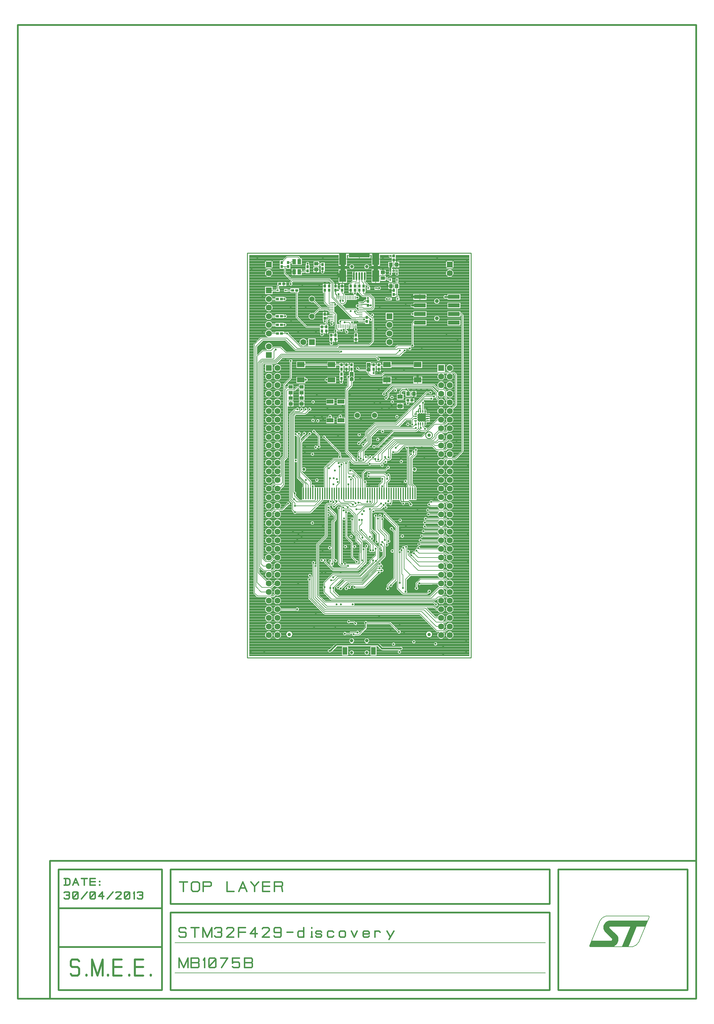
<source format=gbr>
G70*
%FSLAX55Y55*%
%ADD11C,0.01000*%
%ADD12C,0.00650*%
%ADD13C,0.00984*%
%ADD14C,0.02500*%
%ADD15C,0.05000*%
%ADD16C,0.01969*%
%ADD17C,0.00472*%
%ADD18C,0.00827*%
%ADD19C,0.00800*%
%ADD20C,0.02000*%
%ADD21R,0.03000X0.03700*%
%ADD22R,0.07000X0.07000*%
%ADD23C,0.07000*%
%ADD24R,0.03700X0.03000*%
%ADD25R,0.07874X0.05118*%
%ADD26R,0.08504X0.05984*%
%ADD27R,0.02362X0.01772*%
%ADD28R,0.04331X0.04724*%
%ADD29R,0.01600X0.03000*%
%ADD30C,0.02362*%
%ADD31C,0.06200*%
%ADD32R,0.13386X0.04724*%
%ADD33C,0.04600*%
%ADD34R,0.06000X0.05000*%
%ADD35R,0.05512X0.08661*%
%ADD36O,0.03543X0.03543*%
%ADD37O,0.03543X0.03543*%
%ADD38C,0.04134*%
%ADD39R,0.04724X0.04331*%
%ADD40R,0.07000X0.07000*%
%ADD41R,0.03937X0.00787*%
%ADD42R,0.00787X0.03937*%
%ADD43O,0.03740X0.01181*%
%ADD44O,0.01181X0.03740*%
%ADD45R,0.02000X0.09055*%
%ADD46R,0.07874X0.13780*%
%ADD47R,0.24409X0.04724*%
%ADD48C,0.03937*%
%ADD49R,0.01575X0.13386*%
%ADD50C,0.03543*%
%ADD51R,0.04331X0.05906*%
%ADD52C,0.00100*%
%ADD53C,0.01000*%
%ADD54C,0.02480*%
%ADD55C,0.01500*%
%ADD56C,0.01575*%
D11*
X285882Y415262D02*
X545725Y415262D01*
X545725Y884947*
X285882Y884947*
X285882Y415262*
D12*
X395134Y605931D02*
X395304Y606100D01*
X395304Y639797*
X399819Y833529D02*
X399819Y828368D01*
X397929Y826477*
X395319Y826477*
X393914Y827882*
X393914Y829743*
X355804Y864435D02*
X352676Y864435D01*
X351633Y863392*
X346256Y863392*
X510804Y711797D02*
X505567Y717033D01*
X505567Y723136*
X499869Y728835*
X455361Y728835*
X449348Y722822*
X449348Y718842*
X447252Y716745*
X447000Y716745*
X441096Y594472D02*
X440761Y594472D01*
X436586Y590297*
X422514Y590297*
X413304Y581087*
X413304Y562916*
X419646Y556574*
X419646Y554845*
X415792Y850397D02*
X415792Y858470D01*
X415804Y846659D02*
X415792Y846659D01*
X415792Y850397*
X411613Y850397*
X410804Y849587*
X410804Y846659*
X323441Y849297D02*
X321304Y847159D01*
X321304Y841797*
X310804Y841797D02*
X321304Y841797D01*
X426304Y844297D02*
X426304Y847277D01*
X422092Y851488*
X422092Y858470*
X420804Y841935D02*
X420804Y838251D01*
X422486Y836569*
X428311Y836569*
X432575Y832306*
X432575Y821693*
X430632Y819750*
X417536Y819750*
X336079Y716837D02*
X336079Y722939D01*
X428929Y539922D02*
X428929Y546364D01*
X423433Y551860*
X419064Y551860*
X416131Y554792*
X416131Y557473*
X411629Y561976*
X411629Y581797*
X405526Y587900*
X399105Y587900*
X397300Y589705*
X397286Y589705*
X373087Y605931D02*
X373087Y598323D01*
X359062Y584297*
X341304Y584297*
X344150Y703844D02*
X341601Y703844D01*
X335489Y697732*
X335489Y598426*
X338525Y595390*
X338525Y586966*
X341193Y584297*
X341304Y584297*
D13*
X479189Y726285D02*
X476040Y726285D01*
X479150Y721797D02*
X479150Y726246D01*
X479189Y726285*
X479150Y721797D02*
X479150Y718766D01*
X476916Y716531*
X476916Y714297*
X391945Y833628D02*
X391945Y837272D01*
X391935Y837272*
X380803Y850435D02*
X380804Y850435D01*
X380804Y846659*
X429155Y824434D02*
X429155Y824435D01*
X425804Y824435*
X424583Y825655*
X417634Y825655*
D14*
X483717Y742703D02*
X483717Y742703D01*
D13*
X469544Y605931D02*
X469544Y614807D01*
X464554Y619797*
X401058Y745822D02*
X401040Y745822D01*
X482339Y726285D02*
X479189Y726285D01*
X453695Y707584D02*
X453695Y707547D01*
X463304Y707547*
X443304Y862644D02*
X443304Y866419D01*
X443305Y866419*
X452457Y846797D02*
X448682Y846797D01*
X448682Y846798*
X455804Y841659D02*
X452028Y841659D01*
X452028Y841658*
X455804Y876935D02*
X459579Y876935D01*
X459579Y876934*
X459150Y871797D02*
X462926Y871797D01*
X462926Y871796*
X455804Y864612D02*
X455804Y860837D01*
X455805Y860837*
X438441Y750498D02*
X438441Y745893D01*
X438320Y745893*
X447890Y737939D02*
X441091Y737939D01*
X441086Y737943*
D15*
X434888Y877959D02*
X434888Y858274D01*
D13*
X495390Y698136D02*
X497497Y698136D01*
X498875Y696758*
X495390Y698136D02*
X492142Y698136D01*
X492142Y701384*
D12*
X310804Y811797D02*
X320941Y811797D01*
D13*
X492140Y690459D02*
X495390Y690459D01*
X495390Y693018D02*
X495143Y692770D01*
X491709Y692770*
X491709Y690929*
X492140Y690498*
X492140Y690459*
X495390Y693018D02*
X491747Y693018D01*
X491747Y692813*
X491788Y692813*
X491788Y691246*
X495390Y695577D02*
X497693Y695577D01*
X498875Y696758*
X491788Y691246D02*
X491709Y691246D01*
X491709Y695577*
X495390Y695577*
X492142Y687211D02*
X492140Y687211D01*
X492140Y690459*
D14*
X486119Y834297D02*
X477357Y834297D01*
X483717Y737939D02*
X483717Y742703D01*
D13*
X340351Y863392D02*
X336575Y863392D01*
X336575Y863391*
X395804Y846659D02*
X399579Y846659D01*
X399579Y846658*
D15*
X396699Y859356D02*
X396699Y877959D01*
X396699Y859356D02*
X392319Y859356D01*
X396699Y859356D02*
X396699Y858274D01*
D13*
X409492Y858470D02*
X409492Y864772D01*
X405804Y841935D02*
X405804Y838160D01*
X405803Y838160*
X401040Y750498D02*
X401040Y745822D01*
X411867Y784947D02*
X411867Y781131D01*
X411276Y781131*
X410852Y780707*
X411870Y780707*
X403756Y799966D02*
X403756Y797613D01*
X405337Y796032*
X407937Y796032*
X409662Y797757*
X409662Y799966*
X375804Y814159D02*
X375804Y817588D01*
D12*
X415206Y664180D02*
X423481Y672454D01*
X423481Y676876*
X433914Y687309*
X457930Y687309*
X494150Y723529*
X498481Y723529*
X498481Y723136*
D13*
X375804Y846659D02*
X375804Y850435D01*
X375803Y850435*
X365804Y865951D02*
X365804Y862175D01*
X365803Y862175*
X388304Y846659D02*
X388304Y849907D01*
X388303Y849907*
X377418Y794789D02*
X377418Y790580D01*
X377615Y790580*
X388245Y784947D02*
X388245Y780399D01*
X388304Y780340*
X388304Y779105*
X388279Y779105*
X383973Y813844D02*
X379515Y813844D01*
X379200Y814159*
X375804Y814159*
D12*
X445932Y647794D02*
X445932Y648409D01*
X445932Y647794D02*
X445932Y645890D01*
X440453Y640411*
X428077Y640411*
X412740Y644564D02*
X412433Y644564D01*
X401572Y655424*
X401572Y725979*
X406945Y731352*
X406945Y740065*
X481217Y690459D02*
X481217Y688490D01*
X481552Y688155*
X481552Y686128*
X480915Y686128*
X477372Y682585*
X436595Y682585*
X427615Y673604*
X427615Y664081*
X417683Y654149*
X417683Y646438*
X487024Y687211D02*
X487024Y681675D01*
X487398Y681301*
X487398Y681898*
X484465Y681676D02*
X484465Y687211D01*
X484465Y681676D02*
X484465Y681465D01*
X481663Y678663*
X455386Y678663*
X437260Y660537*
X432866Y660537*
X432839Y660511*
X384071Y815813D02*
X386740Y815813D01*
X388500Y814053*
X388500Y789356*
X388304Y789159*
X388362Y789159*
X388362Y794581*
X388245Y789671D02*
X383323Y789671D01*
X408914Y605931D02*
X408914Y622687D01*
X406304Y625297*
X404304Y625297*
X338441Y841797D02*
X330304Y841797D01*
X384071Y809907D02*
X380396Y809907D01*
X378379Y807890*
X378379Y805138*
X377418Y804177*
X377418Y799514*
X393258Y648384D02*
X393258Y653252D01*
X375048Y671461*
X377418Y799514D02*
X372497Y799514D01*
X395804Y841935D02*
X395804Y839097D01*
X397851Y837050*
X397851Y833529*
X348875Y703844D02*
X346202Y701172D01*
X340683Y701172*
X336867Y697356*
X336867Y599321*
X341304Y594884*
X341304Y591797*
X370331Y605931D02*
X370331Y598323D01*
X363806Y591797*
X341304Y591797*
X407504Y575897D02*
X407504Y561751D01*
X412260Y556994*
X412260Y551497*
X417212Y546546*
X417212Y537676*
X416607Y537071*
X416607Y525514*
X415360Y524266*
X399383Y524266*
X434827Y580277D02*
X434827Y562774D01*
X439032Y558569*
X439032Y553877*
X439055Y553853*
X439055Y545308*
X441409Y542955*
X441409Y540052*
X364819Y605931D02*
X364819Y598313D01*
X364304Y597797*
X346136Y597797*
X340804Y603129*
X340804Y606297*
X358323Y703844D02*
X353151Y698672D01*
X341933Y698672*
X339623Y696362*
X339623Y607569*
X340804Y606388*
X340804Y606297*
X384554Y524297D02*
X384554Y573832D01*
X387054Y576332*
X387054Y580047*
X380304Y586797*
X520804Y701797D02*
X528008Y709002D01*
X528008Y744002*
X525797Y746213*
X444871Y746213*
X441625Y742968*
X429128Y742968*
X426630Y745465*
X426630Y749317*
X510804Y691797D02*
X506634Y691797D01*
X493560Y678723*
X487418Y678723*
X484465Y681676*
X520804Y691797D02*
X515407Y686401D01*
X503281Y686401*
X488441Y671561*
X455567Y671561*
X432113Y648106*
X431957Y648106*
X510804Y681797D02*
X510619Y681797D01*
X510619Y681744*
X503205Y674330*
X503205Y672151*
X499859Y668805*
X455567Y668805*
X437957Y651194*
X437957Y645302*
X520804Y681797D02*
X516339Y677332D01*
X508997Y677332*
X504977Y673312*
X504977Y670577*
X501827Y667427*
X457339Y667427*
X442144Y652232*
X442144Y646018*
X439101Y642974*
X435906Y642974*
X434744Y644135*
X434744Y645970*
X520804Y671797D02*
X515441Y666435D01*
X507930Y666435*
X506166Y664671*
X459810Y664671*
X452392Y657253*
X452392Y647325*
X450412Y645345*
X448381Y645345*
X445932Y647794*
X510804Y661797D02*
X503712Y661797D01*
X502216Y663293*
X462565Y663293*
X458304Y659032*
X455133Y654156D02*
X455133Y654010D01*
X459974Y654010*
X467879Y661915*
X500424Y661915*
X505676Y656663*
X515670Y656663*
X520804Y661797*
X525489Y814297D02*
X534485Y814297D01*
X535489Y813293*
X535489Y655026*
X527221Y646758*
X515764Y646758*
X510804Y641797*
X510804Y591797D02*
X498304Y591797D01*
X496804Y593297*
X520804Y591797D02*
X516304Y596297D01*
X499304Y596297*
X496068Y581797D02*
X510804Y581797D01*
X520804Y581797D02*
X515804Y586797D01*
X495304Y586797*
X510804Y571797D02*
X510304Y572297D01*
X491804Y572297*
X520804Y571797D02*
X515804Y576797D01*
X492804Y576797*
X510804Y561797D02*
X510804Y562297D01*
X490304Y562297*
X520804Y561797D02*
X516387Y566214D01*
X493387Y566214*
X491804Y567797*
X486804Y551797D02*
X510804Y551797D01*
X520804Y551797D02*
X515804Y556797D01*
X488304Y556797*
X510804Y541797D02*
X485304Y541797D01*
X484304Y542797*
X520804Y541797D02*
X515304Y547297D01*
X485304Y547297*
X510804Y531797D02*
X484304Y531797D01*
X479304Y536797*
X520804Y531797D02*
X515804Y536797D01*
X485179Y536797*
X482304Y539672*
X482304Y539797*
X510804Y521797D02*
X485839Y521797D01*
X472679Y534957*
X472679Y538797*
X310804Y801797D02*
X320941Y801797D01*
X475036Y511797D02*
X510804Y511797D01*
X320941Y791797D02*
X310804Y791797D01*
X510804Y501797D02*
X510804Y501876D01*
X500893Y501876*
X500763Y501746*
X485690Y501746*
X520804Y501797D02*
X515977Y506624D01*
X487015Y506624*
X482253Y501861*
X482253Y496041*
X510804Y491797D02*
X506532Y491797D01*
X499515Y484780*
X389135Y484780*
X382304Y491612*
X382304Y496297*
X520804Y491797D02*
X515804Y496797D01*
X508201Y496797*
X497756Y486353*
X391907Y486353*
X385804Y492456*
X385804Y496297*
X510804Y461797D02*
X504003Y461797D01*
X492683Y473117*
X377441Y473117*
X364740Y485819*
X364740Y521394*
X364160Y521974*
X364755Y521974*
X520804Y461797D02*
X515804Y456797D01*
X505263Y456797*
X490959Y471101*
X376194Y471101*
X362656Y484639*
X362656Y525768*
X362633Y525768*
X310804Y581797D02*
X316304Y587297D01*
X326402Y587297*
X333402Y594297*
X320804Y611797D02*
X323756Y611797D01*
X328008Y616049*
X328008Y644592*
X331552Y648136*
X331552Y725301*
X332536Y726285*
X340607Y726285*
X343953Y729632*
X348875Y729632*
X336079Y729632D02*
X332930Y729632D01*
X329977Y726679*
X329977Y648726*
X326630Y645380*
X326630Y618608*
X324859Y616837*
X315843Y616837*
X310804Y611797*
X320804Y621797D02*
X325292Y626285D01*
X325292Y646207*
X328599Y649514*
X328599Y732388*
X336345Y740134*
X336345Y760006*
X409202Y442578D02*
X409232Y442548D01*
X409111Y442427*
X415552Y442427*
X423360Y450236*
X423360Y456142*
X467054Y543047D02*
X468067Y542033D01*
X468067Y518766*
X475036Y511797*
X474993Y511797*
X469574Y506378*
X469574Y492178*
X384071Y817781D02*
X381453Y817781D01*
X379548Y819687*
X368749Y819687*
X360823Y811761*
X375804Y841935D02*
X375804Y827905D01*
X380022Y823687*
X384071Y823687*
X423360Y456142D02*
X450984Y456142D01*
X461778Y445347*
X462050Y445347*
X447497Y605931D02*
X447497Y618870D01*
X450755Y622129*
X450755Y626311*
X449693Y627373*
X449693Y627374*
X378599Y605931D02*
X378599Y636586D01*
X386813Y644801*
X405359Y644801*
X409098Y641061*
X425167Y641061*
X430076Y645970*
X434744Y645970*
X520804Y451797D02*
X515804Y446797D01*
X505847Y446797*
X485978Y466666*
X375763Y466666*
X357833Y484597*
X357833Y506392*
X434744Y646040D02*
X434744Y645970D01*
X403402Y605931D02*
X403402Y615896D01*
X403404Y615898*
X403404Y616797*
X403402Y616797*
X433717Y605931D02*
X433717Y595202D01*
X431297Y592782*
X413402Y592782*
X411473Y590852*
X405764Y590852*
X403008Y593608*
X390214Y593608*
X387198Y590592*
X386472Y590592*
X440008Y580566D02*
X440008Y573136D01*
X440016Y573127*
X440016Y564474*
X447854Y556637*
X447854Y546543*
X520804Y481797D02*
X516387Y486214D01*
X507409Y486214*
X504476Y483281*
X383524Y483281*
X375508Y491296*
X375508Y497297*
X437594Y577087D02*
X437594Y564141D01*
X445586Y556148*
X445586Y552038*
X438692Y514500D02*
X421489Y497297D01*
X410304Y497297*
X477812Y605931D02*
X477812Y614541D01*
X475157Y617195*
X475157Y647253*
X478796Y650892*
X478796Y654242*
X475056Y605931D02*
X475056Y615262D01*
X473678Y616640*
X473678Y649350*
X476040Y651712*
X329436Y869435D02*
X325804Y869435D01*
X417536Y815813D02*
X414316Y815813D01*
X413062Y817066*
X413062Y818528*
X411407Y820183*
X399315Y820183*
X385434Y834064*
X385434Y850523*
X381309Y854648*
X336366Y854648*
X329436Y861577*
X329436Y869435*
X333304Y869435D02*
X329436Y869435D01*
X481217Y693018D02*
X478993Y693018D01*
X477221Y691246*
X477221Y686128*
X481552Y682191D02*
X480377Y681016D01*
X437727Y681016*
X428993Y672281*
X428993Y663687*
X420732Y655426*
X420732Y644972*
X400646Y605931D02*
X400678Y605931D01*
X400678Y641248*
X450252Y605931D02*
X450252Y596901D01*
X449472Y596901*
X384111Y605931D02*
X384111Y598490D01*
X385797Y596804*
X385797Y596105*
X510804Y471797D02*
X505343Y471797D01*
X502169Y474971*
X378598Y474971*
X366854Y486716*
X366854Y547067*
X376839Y557053*
X376839Y592052*
X378912Y594125*
X383816Y594125*
X385797Y596105*
X325666Y811797D02*
X325666Y811720D01*
X329923Y811720*
X336276Y849120D02*
X336276Y851293D01*
X338389Y853405*
X380797Y853405*
X384192Y850011*
X384192Y833341*
X407625Y809907*
X417536Y809907*
X420648Y809907*
X421081Y810340*
X424662Y810340*
X426647Y810340*
X428959Y808028*
X510804Y451797D02*
X505263Y451797D01*
X488136Y468924*
X375846Y468924*
X359932Y484838*
X359932Y509365*
X358435Y510862*
X363107Y678174D02*
X363334Y678174D01*
X368929Y672579*
X368929Y660547*
X391983Y641258D02*
X392744Y642019D01*
X396948Y642019*
X397890Y641077*
X397890Y605931*
X397890Y597939*
X399071Y596758*
X409504Y596758*
X411473Y594789*
X436473Y605931D02*
X436473Y596203D01*
X431809Y591540*
X421546Y591540*
X417751Y587745*
X412654Y587745*
X442054Y516797D02*
X436041Y516797D01*
X419593Y500350*
X406356Y500350*
X404304Y498297*
X404304Y497297*
D13*
X395134Y739671D02*
X395134Y735300D01*
X395031Y735300*
X383717Y737939D02*
X377679Y737939D01*
X377679Y738047*
X432536Y750498D02*
X432536Y745863D01*
X432529Y745863*
D12*
X431804Y528297D02*
X431804Y526052D01*
X416556Y510804*
X387621Y510804*
X385555Y508738*
X418929Y575547D02*
X418929Y571091D01*
X415848Y568011*
X415848Y563162*
X423320Y555691*
X423320Y555440*
X432054Y546706*
X432054Y539922*
X413835Y444711D02*
X405857Y444711D01*
X404659Y443513*
X399070Y443513*
X489583Y687211D02*
X489583Y683928D01*
X492397Y681114*
X510804Y671797D02*
X505056Y666049D01*
X458648Y666049*
X449890Y657291*
X449890Y648043*
X450054Y648043*
X441985Y605931D02*
X441985Y614474D01*
X442487Y614474*
X381355Y605931D02*
X381355Y623348D01*
X381804Y623797*
X479021Y695577D02*
X481217Y695577D01*
X499662Y716049D02*
X491001Y716049D01*
X477997Y703046*
X477997Y696600*
X479021Y695577*
X475871Y692427*
X469741Y692427*
X461416Y684103*
X435828Y684103*
X426237Y674512*
X426237Y664868*
X415219Y653850*
X415219Y648268*
X388304Y528047D02*
X385804Y530547D01*
X385804Y573328*
X388296Y575820*
X388296Y581879*
X380425Y589751*
X380304Y589751*
X444741Y605931D02*
X444741Y617491D01*
X445468Y618218*
X445468Y625097*
X444551Y626014*
X426457Y626014*
X426457Y626178*
X386867Y605931D02*
X386867Y598734D01*
X388707Y596894*
X389571Y596894*
X504995Y477002D02*
X504995Y477065D01*
X502027Y480033*
X376063Y480033*
X368096Y488001*
X368096Y546525*
X378081Y556511*
X378081Y591540*
X379424Y592883*
X386265Y592883*
X389571Y596188*
X389571Y596894*
X520804Y511797D02*
X515804Y516797D01*
X484391Y516797*
X470179Y531010*
X470179Y544297*
X462980Y538122D02*
X462980Y502330D01*
X462942Y502330*
X411335Y455295D02*
X409370Y457260D01*
X403599Y457260*
D16*
X464197Y426190D02*
X464149Y426142D01*
X442263Y426142*
X437838Y430567*
X389332Y430567*
X382294Y423529*
X381158Y423529*
D12*
X472300Y605931D02*
X472300Y658286D01*
X471360Y659226*
X471219Y659226*
D13*
X455804Y881659D02*
X452028Y881659D01*
X452028Y881658*
D16*
X452457Y871797D02*
X452457Y868674D01*
X452064Y868281*
X452064Y864796*
D13*
X452064Y864612D02*
X452064Y860837D01*
X459544Y864612D02*
X459544Y860837D01*
X459545Y860837*
D12*
X428205Y605931D02*
X428205Y596370D01*
X428687Y596370*
D16*
X525489Y834297D02*
X525489Y834205D01*
X515500Y834205*
D13*
X347890Y737939D02*
X353929Y737939D01*
X353929Y738047*
D12*
X441429Y521797D02*
X437532Y521797D01*
X419000Y503265*
X402089Y503265*
X394621Y495797*
X394304Y495797*
D13*
X435304Y844297D02*
X439079Y844297D01*
X439079Y844298*
D12*
X480567Y605931D02*
X480567Y613687D01*
X476630Y617624*
X476630Y646561*
X481552Y651482*
X481552Y656691*
X406158Y605931D02*
X406158Y622297D01*
X406181Y622297*
X389623Y605931D02*
X389623Y615151D01*
X392988Y618516*
X392988Y637242*
X353796Y605931D02*
X353796Y617033D01*
X345812Y625017*
X345812Y675763*
X345877Y675763*
X464968Y540312D02*
X465016Y540312D01*
X465263Y540065*
X465263Y512653*
X466429Y511487*
X466429Y496293*
X466469Y496293*
X394603Y690970D02*
X394603Y695998D01*
X393804Y695998*
X393804Y695797*
X489583Y701384D02*
X489583Y711325D01*
X489819Y711325*
X435941Y550088D02*
X435941Y558510D01*
X429672Y564779*
X429672Y586248*
X431768Y588345*
X440310Y588345*
X444528Y592563*
X444221Y592563*
X442437Y576472D02*
X442437Y565400D01*
X450081Y557756*
X450081Y550766*
X450046Y550731*
X420804Y846659D02*
X420804Y850111D01*
X418942Y851973*
X418942Y858470*
X405804Y846659D02*
X405804Y849581D01*
X408030Y851808*
X412027Y851808*
X412642Y852423*
X412642Y858470*
X375804Y528672D02*
X375804Y526797D01*
X385135Y517466*
X414498Y517466*
X423282Y526250*
X423282Y544001*
X424388Y545107*
X453008Y605931D02*
X453008Y595494D01*
X451901Y594387*
X497126Y492418D02*
X494650Y489941D01*
X466591Y489941*
X460470Y496062*
X460470Y568157*
X443427Y585200*
X432222Y585200*
X406945Y744396D02*
X406945Y750498D01*
X417536Y823687D02*
X414510Y823687D01*
X414509Y823688*
X413795Y823688*
X413795Y823615*
X382004Y690970D02*
X382004Y695547D01*
X382054Y695547*
X333304Y874159D02*
X336206Y874159D01*
X337249Y875203*
X340351Y875203*
X373304Y871659D02*
X370655Y871659D01*
X369671Y872644*
X365804Y872644*
D13*
X362064Y605931D02*
X362064Y614358D01*
X389977Y833628D02*
X389977Y836133D01*
X388304Y837806*
X388304Y841935*
X391363Y841935*
X391363Y841936*
X372497Y794789D02*
X372497Y790509D01*
X372566Y790509*
X417634Y827624D02*
X420344Y827624D01*
X422496Y829776*
X425804Y829776*
X425804Y829159*
X425804Y829776D02*
X425804Y832935D01*
X425803Y832935*
D12*
X393913Y829743D02*
X393914Y829743D01*
X420528Y662637D02*
X424859Y666968D01*
X424859Y675916*
X434677Y685734*
X458717Y685734*
X491788Y718805*
X502418Y718805*
X393914Y829743D02*
X393914Y833529D01*
X405725Y800065D02*
X405725Y802765D01*
X403770Y804720*
X399053Y804720*
D13*
X472191Y714297D02*
X472191Y710626D01*
X472103Y710537*
D12*
X407693Y800065D02*
X407693Y804530D01*
X407474Y804750*
D13*
X355804Y869159D02*
X355804Y872935D01*
X355803Y872935*
X463304Y718547D02*
X463304Y724179D01*
X465694Y726569*
X470471Y726569*
X472457Y721797D02*
X472457Y725075D01*
X470963Y726569*
X470471Y726569*
D12*
X417536Y813844D02*
X412764Y813844D01*
X410805Y815804*
X410805Y817477*
D13*
X383323Y784947D02*
X383323Y779987D01*
X383511Y779987*
D12*
X395134Y744396D02*
X395134Y750498D01*
D13*
X373304Y866935D02*
X373304Y863160D01*
X373303Y863160*
D12*
X325804Y874159D02*
X332038Y880394D01*
X345049Y880394*
X346256Y879187*
X346256Y875203*
D13*
X410804Y841935D02*
X410804Y838160D01*
X410803Y838160*
X411630Y799966D02*
X411630Y796113D01*
X411631Y796113*
X411867Y789671D02*
X411867Y795877D01*
X411631Y796113*
X411757Y796113*
X411757Y796324*
X451304Y831797D02*
X447528Y831797D01*
X447528Y831796*
X466788Y596859D02*
X466788Y605931D01*
X464032Y605931D02*
X464032Y597643D01*
X464817Y596859*
X466788Y596859*
X472814Y596859*
X475646Y594026*
X475646Y593245*
D12*
X439554Y519297D02*
X436786Y519297D01*
X419512Y502023*
X406064Y502023*
X400804Y496762*
X400804Y495797*
D13*
X384170Y827624D02*
X386852Y827624D01*
X387787Y826689*
X387787Y824966*
X487024Y701384D02*
X487024Y704671D01*
X486276Y705419*
X481217Y698136D02*
X481552Y698470D01*
X481552Y700695*
X482241Y701384*
X484465Y701384*
X484465Y703608*
X486276Y705419*
X486276Y707781D02*
X486276Y705419D01*
D14*
X486119Y824297D02*
X477357Y824297D01*
D13*
X383973Y811876D02*
X379775Y811876D01*
X377334Y809435*
X375804Y809435*
X375804Y805846D02*
X375804Y809435D01*
D12*
X422693Y605931D02*
X422693Y619337D01*
X422665Y619337*
X325666Y791797D02*
X325735Y791729D01*
X332233Y791729*
X310804Y831797D02*
X320941Y831797D01*
X417536Y817781D02*
X422115Y817781D01*
X428855Y811042*
X429826Y811042*
X431600Y809268*
X431600Y782690*
X427314Y778404*
X391940Y778404*
X389622Y776086*
X347875Y776086*
X332233Y791729*
X442739Y549859D02*
X442558Y549859D01*
X445186Y547231*
X445186Y532960*
X419112Y506886*
X395822Y506886*
X385804Y496867*
X385804Y496297*
X367575Y605931D02*
X367575Y598069D01*
X365804Y596297*
X343304Y596297*
X340304Y599297*
X411630Y833529D02*
X413798Y833529D01*
X413798Y833553*
X477566Y814297D02*
X486119Y814297D01*
X395882Y833529D02*
X395882Y830726D01*
X397576Y829032*
X397576Y829592*
X397037Y829592*
X397528Y586480D02*
X404291Y586480D01*
X409777Y580995*
X409777Y561718*
X414400Y557095*
X414400Y553451*
X418739Y549112*
X418739Y529029*
X419220Y528547*
X375843Y605931D02*
X375843Y635886D01*
X386075Y646118*
X406883Y646118*
X407031Y645970*
X403155Y741431D02*
X404012Y741431D01*
X402936Y740355*
X402936Y730457*
X400056Y727577*
X400056Y654632*
X407031Y647656*
X407031Y645970*
X435039Y542171D02*
X435039Y534498D01*
X428581Y528040*
X428581Y525332*
X415577Y512328*
X385169Y512328*
X375508Y502667*
X375508Y497297*
X426630Y749317D02*
X415859Y749317D01*
X413879Y751298*
X384071Y805970D02*
X384071Y802432D01*
X426630Y749317D02*
X426630Y750892D01*
X353599Y703844D02*
X349677Y699922D01*
X341429Y699922*
X338245Y696738*
X338245Y601356*
X340304Y599297*
X428470Y648409D02*
X422378Y642316D01*
X410686Y642316*
X407031Y645970*
X384071Y819750D02*
X381294Y819750D01*
X380115Y820929*
X371655Y820929*
X360823Y831761*
X452064Y853982D02*
X449563Y853982D01*
X447594Y855951*
X443304Y855951*
X343166Y841797D02*
X343166Y810871D01*
X354523Y799514*
X372497Y799514*
X430680Y553533D02*
X431481Y553533D01*
X430791Y554223*
X430791Y558569*
X428221Y561139*
X428221Y588103*
X448129Y623015D02*
X448129Y625972D01*
X444970Y629131*
X427004Y629131*
X393914Y800065D02*
X393914Y803712D01*
X393777Y803849*
X393777Y805849*
X325666Y831797D02*
X329288Y831797D01*
X329288Y831721*
X393777Y805849D02*
X393363Y805849D01*
X393484Y805970*
X393509Y805970*
X394719Y807179*
X412410Y807179*
X413169Y807939*
X417536Y807939*
X421460Y807939*
X421460Y807968*
X399819Y800065D02*
X399819Y795182D01*
X401472Y793530*
X401401Y793530*
X329222Y801797D02*
X325666Y801797D01*
X425449Y605931D02*
X425449Y596433D01*
X425331Y596433*
X520804Y521797D02*
X515804Y526797D01*
X483929Y526797*
X476429Y534297*
X476304Y534297*
X320804Y531797D02*
X317346Y531797D01*
X312539Y526990*
X307137Y526990*
X303448Y530679*
X303448Y756647*
X304780Y757978*
X319544Y757978*
X326237Y764671*
X435194Y764671*
X437967Y761898*
X392182Y589088D02*
X392182Y524738D01*
X394855Y522064*
X402782Y522064*
X389977Y800065D02*
X389977Y797141D01*
X391592Y795526*
X395165Y795526*
X448825Y495673D02*
X448825Y499809D01*
X456668Y507652*
X456668Y561686*
X453193Y565161*
X382304Y496297D02*
X382304Y498586D01*
X391846Y508128*
X418599Y508128*
X443944Y533472*
X443944Y544049*
X441288Y546704*
X439229Y605931D02*
X439229Y616084D01*
X442616Y619471*
X442616Y623106*
X383717Y755655D02*
X347890Y755655D01*
X383717Y755655D02*
X395134Y755655D01*
X395134Y755222*
X401040Y755222D02*
X395134Y755222D01*
X406945Y755222D02*
X401040Y755222D01*
X420838Y541504D02*
X420838Y541388D01*
X421319Y540906*
X421319Y527293*
X413115Y519089*
X385267Y519089*
X382054Y522302*
X382054Y528047*
X426630Y755222D02*
X432536Y755222D01*
X438441Y755222*
X447890Y755222*
X380804Y841935D02*
X380804Y826284D01*
X381433Y825655*
X384071Y825655*
X483717Y755655D02*
X483717Y753948D01*
X447890Y753948*
X447890Y755222*
X447890Y755655*
X486119Y804297D02*
X478345Y804297D01*
X477690Y803642*
X477690Y778057*
X417182Y605931D02*
X417182Y623237D01*
X407693Y632726*
X405274Y632726*
X477690Y777860D02*
X477690Y778057D01*
X414426Y605931D02*
X414426Y623640D01*
X409230Y628836*
X404014Y628836*
X402900Y629950*
X402900Y642535*
X401995Y643440*
X388604Y643440*
X380697Y635533*
X418304Y563672D02*
X418304Y563639D01*
X424562Y557380*
X424562Y556080*
X437679Y542963*
X437679Y530172*
X435304Y527797*
X417068Y509562*
X390716Y509562*
X386437Y505283*
X383403Y505283*
X411670Y605931D02*
X411670Y623431D01*
X408804Y626297*
X439554Y524297D02*
X438278Y524297D01*
X419148Y505167*
X399668Y505167*
X391429Y496928*
X391429Y496797*
X391304Y496797*
X419938Y605931D02*
X419938Y629724D01*
X423585Y633372*
X446272Y633372*
X449304Y636403*
X458717Y836935D02*
X460489Y835163D01*
X460489Y831797*
X460304Y831797*
X459150Y846797D02*
X459150Y837368D01*
X458717Y836935*
X402418Y590065D02*
X402221Y590065D01*
X400252Y592033*
X396315Y592033*
X395179Y590897*
X395179Y525044*
X395908Y524314*
X459544Y853982D02*
X459544Y846797D01*
X459150Y846797*
X458717Y836935D02*
X455804Y836935D01*
X452526Y499402D02*
X452526Y499637D01*
X458505Y505616*
X458505Y567013*
X445304Y580214*
X351040Y605931D02*
X351040Y618018D01*
X344418Y624639*
X344418Y672557*
X342054Y674922*
X348875Y722939D02*
X348875Y716837D01*
X359308Y605931D02*
X359308Y619755D01*
X348304Y630759*
X348304Y665593*
X358258Y675547*
X358304Y675547*
X430961Y605931D02*
X430961Y595366D01*
X429740Y594145*
X418578Y594145*
X417361Y595362*
X415050Y595362*
X356552Y605931D02*
X356552Y616049D01*
X347054Y625547*
X347054Y670667*
X352054Y675667*
X352054Y675763*
X392378Y605931D02*
X392378Y597545D01*
X394741Y595183*
X406355Y595183*
X408323Y593214*
X408602Y593214*
X413019Y526862D02*
X407297Y532585D01*
X407297Y549204*
X400630Y555871*
X400630Y584316*
X417536Y805970D02*
X420313Y805970D01*
X420668Y805616*
X424662Y805616*
X343929Y471797D02*
X320804Y471797D01*
X388245Y789671D02*
X388245Y794464D01*
X388362Y794581*
X320804Y491797D02*
X315922Y486915D01*
X297890Y486915*
X294347Y490459*
X294347Y779238*
X301434Y786325*
X331945Y786325*
X343756Y774514*
X457142Y774514*
X460095Y777466*
X477099Y777466*
X477690Y778057*
X310804Y491797D02*
X302064Y491797D01*
X295922Y497939*
X295922Y776876*
X303796Y784750*
X329977Y784750*
X341591Y773136*
X459504Y773136*
X460882Y774514*
X474333Y774514*
X474530Y774317*
X320804Y501797D02*
X318220Y501797D01*
X313527Y497104*
X302859Y497104*
X297300Y502663*
X297300Y765279*
X303778Y771758*
X313245Y771758*
X316985Y775498*
X324688Y775498*
X330790Y769396*
X392969Y769396*
X394347Y770774*
X394938Y770774*
X417536Y821718D02*
X420234Y821718D01*
X420960Y820992*
X429717Y820992*
X431332Y822607*
X431332Y831663*
X427669Y835327*
X419717Y835327*
X415804Y839240*
X415804Y841935*
X318953Y773136D02*
X316985Y771167D01*
X316985Y763096*
X316001Y762112*
X302615Y762112*
X298678Y758175*
X298678Y513923*
X310804Y501797*
X320804Y521797D02*
X315847Y516841D01*
X304910Y516841*
X300223Y521528*
X300223Y757752*
X303205Y760734*
X318166Y760734*
X325252Y767821*
X458731Y767821*
X462864Y771955*
X310804Y521797D02*
X304698Y521797D01*
X302058Y524438*
X302058Y757618*
X303796Y759356*
X318953Y759356*
X325843Y766246*
X462739Y766246*
X468448Y771955*
X520804Y711797D02*
X515804Y716797D01*
X515804Y725104*
X514229Y726679*
X507536Y726679*
X501797Y732418*
X453826Y732418*
X444430Y723022*
X444430Y721497*
D17*
G36*
X393099Y771858D02*
X341591Y771858D01*
G75*
G02X340683Y772236I00000J01278*
G01X329447Y783472*
X304325Y783472*
X297200Y776346*
X297200Y766987*
X302870Y772658*
G75*
G02X303778Y773036I00908J-00900*
G01X308420Y773036*
G75*
G02X315008Y775328I02384J03761*
G01X316077Y776398*
G75*
G02X316985Y776776I00908J-00900*
G01X324688Y776776*
G75*
G02X325596Y776398I-00000J-01278*
G01X331320Y770674*
X392440Y770674*
X392822Y771056*
G75*
G02X393099Y771858I02116J-00283*
G37*
G01X341591Y771858*
G75*
G02X340683Y772236I00000J01278*
G01X329447Y783472*
X304325Y783472*
X297200Y776346*
X297200Y766987*
X302870Y772658*
G75*
G02X303778Y773036I00908J-00900*
G01X308420Y773036*
G75*
G02X315008Y775328I02384J03761*
G01X316077Y776398*
G75*
G02X316985Y776776I00908J-00900*
G01X324688Y776776*
G75*
G02X325596Y776398I-00000J-01278*
G01X331320Y770674*
X392440Y770674*
X392822Y771056*
G75*
G02X393099Y771858I02116J-00283*
D18*
G01X507702Y704898D02*
X513905Y698696D01*
X328166Y849297D02*
X330902Y849297D01*
X507702Y608696D02*
X513905Y614898D01*
D17*
G36*
X508646Y507902D02*
G75*
G02X506538Y510519I02158J03896D01*
G01X475522Y510519*
X470852Y505849*
X470852Y493887*
G75*
G02X471480Y491219I-01278J-01709*
G01X494120Y491219*
X495014Y492113*
G75*
G02X496822Y490305I02112J00305*
G01X495557Y489041*
G75*
G02X494650Y488663I-00908J00900*
G01X466591Y488663*
G75*
G02X465683Y489041I00000J01278*
G01X459570Y495154*
G75*
G02X459192Y496062I00900J00908*
G01X459192Y504495*
X454600Y499904*
G75*
G02X450398Y499574I-02075J-00501*
G01X450103Y499280*
X450103Y497382*
G75*
G02X447547Y497382I-01278J-01709*
G01X447547Y499809*
G75*
G02X447925Y500717I01278J-00000*
G01X455390Y508181*
X455390Y537507*
G75*
G02X455390Y541088I-01161J01791*
G01X455390Y561157*
X453498Y563049*
G75*
G02X455306Y564856I-00305J02112*
G01X457227Y562935*
X457227Y566484*
X445609Y578101*
G75*
G02X444593Y582226I-00305J02112*
G01X442898Y583922*
X433931Y583922*
G75*
G02X430950Y583486I-01709J01278*
G01X430950Y565309*
X433551Y562708*
G75*
G02X433549Y562774I01280J00066*
G01X433549Y578567*
G75*
G02X436447Y578886I01278J01709*
G02X438581Y578979I01147J-01800*
G02X441286Y578857I01426J01587*
G01X441286Y578269*
G75*
G02X443715Y574763I01151J-01797*
G01X443715Y565930*
X450981Y558663*
G75*
G02X451360Y557756I-00900J-00908*
G01X451360Y552413*
G75*
G02X449132Y548802I-01314J-01682*
G01X449132Y548252*
G75*
G02X446464Y544924I-01278J-01709*
G01X446464Y532960*
G75*
G02X446086Y532052I-01278J00000*
G01X440322Y526288*
G75*
G02X441654Y523919I-00768J-01991*
G02X441654Y519675I-00226J-02122*
G02X441649Y518893I-02102J-00378*
G02X440735Y515119I00404J-02096*
G02X438388Y512388I-02043J-00619*
G01X422397Y496397*
G75*
G02X421489Y496019I-00908J00900*
G01X412013Y496019*
G75*
G02X409118Y499071I-01709J01278*
G01X406886Y499071*
X406162Y498348*
G75*
G02X402934Y495661I-01858J-01050*
G02X400014Y497780I-02130J00136*
G01X404221Y501987*
X402618Y501987*
X396438Y495806*
G75*
G02X392350Y494937I-02134J-00009*
G02X391603Y498910I-01047J01860*
G01X398300Y505608*
X396351Y505608*
X387799Y497055*
G75*
G02X387082Y494588I-01995J-00758*
G01X387082Y492985*
X392436Y487631*
X497227Y487631*
X507293Y497697*
G75*
G02X508201Y498075I00908J-00900*
G01X508359Y498075*
G75*
G02X506515Y500598I02445J03722*
G01X501325Y500598*
G75*
G02X500763Y500467I-00562J01148*
G01X487399Y500467*
G75*
G02X483586Y501387I-01709J01278*
G01X483531Y501332*
X483531Y497750*
G75*
G02X480975Y497750I-01278J-01709*
G01X480975Y501861*
G75*
G02X481353Y502769I01278J-00000*
G01X486107Y507523*
G75*
G02X487015Y507902I00908J-00900*
G01X508646Y507902*
G37*
G75*
G02X506538Y510519I02158J03896*
G01X475522Y510519*
X470852Y505849*
X470852Y493887*
G75*
G02X471480Y491219I-01278J-01709*
G01X494120Y491219*
X495014Y492113*
G75*
G02X496822Y490305I02112J00305*
G01X495557Y489041*
G75*
G02X494650Y488663I-00908J00900*
G01X466591Y488663*
G75*
G02X465683Y489041I00000J01278*
G01X459570Y495154*
G75*
G02X459192Y496062I00900J00908*
G01X459192Y504495*
X454600Y499904*
G75*
G02X450398Y499574I-02075J-00501*
G01X450103Y499280*
X450103Y497382*
G75*
G02X447547Y497382I-01278J-01709*
G01X447547Y499809*
G75*
G02X447925Y500717I01278J-00000*
G01X455390Y508181*
X455390Y537507*
G75*
G02X455390Y541088I-01161J01791*
G01X455390Y561157*
X453498Y563049*
G75*
G02X455306Y564856I-00305J02112*
G01X457227Y562935*
X457227Y566484*
X445609Y578101*
G75*
G02X444593Y582226I-00305J02112*
G01X442898Y583922*
X433931Y583922*
G75*
G02X430950Y583486I-01709J01278*
G01X430950Y565309*
X433551Y562708*
G75*
G02X433549Y562774I01280J00066*
G01X433549Y578567*
G75*
G02X436447Y578886I01278J01709*
G02X438581Y578979I01147J-01800*
G02X441286Y578857I01426J01587*
G01X441286Y578269*
G75*
G02X443715Y574763I01151J-01797*
G01X443715Y565930*
X450981Y558663*
G75*
G02X451360Y557756I-00900J-00908*
G01X451360Y552413*
G75*
G02X449132Y548802I-01314J-01682*
G01X449132Y548252*
G75*
G02X446464Y544924I-01278J-01709*
G01X446464Y532960*
G75*
G02X446086Y532052I-01278J00000*
G01X440322Y526288*
G75*
G02X441654Y523919I-00768J-01991*
G02X441654Y519675I-00226J-02122*
G02X441649Y518893I-02102J-00378*
G02X440735Y515119I00404J-02096*
G02X438388Y512388I-02043J-00619*
G01X422397Y496397*
G75*
G02X421489Y496019I-00908J00900*
G01X412013Y496019*
G75*
G02X409118Y499071I-01709J01278*
G01X406886Y499071*
X406162Y498348*
G75*
G02X402934Y495661I-01858J-01050*
G02X400014Y497780I-02130J00136*
G01X404221Y501987*
X402618Y501987*
X396438Y495806*
G75*
G02X392350Y494937I-02134J-00009*
G02X391603Y498910I-01047J01860*
G01X398300Y505608*
X396351Y505608*
X387799Y497055*
G75*
G02X387082Y494588I-01995J-00758*
G01X387082Y492985*
X392436Y487631*
X497227Y487631*
X507293Y497697*
G75*
G02X508201Y498075I00908J-00900*
G01X508359Y498075*
G75*
G02X506515Y500598I02445J03722*
G01X501325Y500598*
G75*
G02X500763Y500467I-00562J01148*
G01X487399Y500467*
G75*
G02X483586Y501387I-01709J01278*
G01X483531Y501332*
X483531Y497750*
G75*
G02X480975Y497750I-01278J-01709*
G01X480975Y501861*
G75*
G02X481353Y502769I01278J-00000*
G01X486107Y507523*
G75*
G02X487015Y507902I00908J-00900*
G01X508646Y507902*
D18*
X492142Y701384D02*
X493619Y701384D01*
X457489Y864612D02*
X454118Y864612D01*
X348875Y713195D02*
X348875Y707092D01*
X517702Y438696D02*
X523905Y444898D01*
X492142Y689966D02*
X492142Y684455D01*
X507702Y444898D02*
X513905Y438696D01*
X495390Y698136D02*
X498146Y698136D01*
X405804Y841935D02*
X403418Y841935D01*
X402713Y882486D02*
X428894Y882486D01*
X447890Y734061D02*
X447890Y741817D01*
D17*
X476987Y684007D02*
G75*
G02X475943Y687837I00235J02121D01*
G01X475943Y691151*
G75*
G02X475871Y691149I-00072J01280*
G01X470270Y691149*
X462984Y683863*
X476843Y683863*
X476987Y684007*
X470173Y686373D02*
G75*
G03X474442Y686373I02134J00000D01*
G03X470173Y686373I-02134J00000*
G01X463120Y683999D02*
X476979Y683999D01*
X463493Y684371D02*
X471567Y684371D01*
X473048Y684371D02*
X476009Y684371D01*
X463865Y684744D02*
X470929Y684744D01*
X473686Y684744D02*
X475596Y684744D01*
X464237Y685116D02*
X470583Y685116D01*
X474033Y685116D02*
X475342Y685116D01*
X464610Y685489D02*
X470365Y685489D01*
X474250Y685489D02*
X475185Y685489D01*
X464982Y685861D02*
X470236Y685861D01*
X474380Y685861D02*
X475104Y685861D01*
X465355Y686234D02*
X470178Y686234D01*
X474437Y686234D02*
X475089Y686234D01*
X465727Y686606D02*
X470186Y686606D01*
X474429Y686606D02*
X475141Y686606D01*
X466100Y686978D02*
X470261Y686978D01*
X474354Y686978D02*
X475264Y686978D01*
X466472Y687351D02*
X470411Y687351D01*
X474205Y687351D02*
X475472Y687351D01*
X466844Y687723D02*
X470655Y687723D01*
X473960Y687723D02*
X475803Y687723D01*
X467217Y688096D02*
X471048Y688096D01*
X473567Y688096D02*
X475943Y688096D01*
X467589Y688468D02*
X471902Y688468D01*
X472713Y688468D02*
X475943Y688468D01*
X467962Y688841D02*
X475943Y688841D01*
X468334Y689213D02*
X475943Y689213D01*
X468707Y689586D02*
X475943Y689586D01*
X469079Y689958D02*
X475943Y689958D01*
X469452Y690330D02*
X475943Y690330D01*
X469824Y690703D02*
X475943Y690703D01*
X470196Y691075D02*
X475943Y691075D01*
D18*
X401521Y858274D02*
X391876Y858274D01*
X516366Y867359D02*
X525241Y876235D01*
X409492Y858470D02*
X407606Y858470D01*
X492142Y687211D02*
X493619Y687211D01*
X495390Y693018D02*
X498146Y693018D01*
X436056Y750498D02*
X440827Y750498D01*
X395804Y846659D02*
X395804Y849395D01*
X439710Y858274D02*
X430065Y858274D01*
X328166Y846911D02*
X328166Y851683D01*
X417536Y825655D02*
X414682Y825655D01*
D17*
X458367Y875222D02*
X462379Y875222D01*
X462379Y868372*
X455922Y868372*
X455922Y874022*
X455576Y874022*
X455576Y868482*
X454385Y868482*
G75*
G02X454001Y867504I-01928J00193*
G01X454001Y867175*
X457667Y867175*
X457667Y862049*
X453941Y862049*
X453941Y864317*
G75*
G02X453817Y863972I-01879J00480*
G01X453817Y862159*
X453740Y862159*
G75*
G02X452065Y858702I-01675J-01322*
G02X450389Y862159I-00000J02134*
G01X450310Y862159*
X450310Y863972*
G75*
G02X450126Y864796I01754J00825*
G01X450126Y868273*
G75*
G02X450137Y868482I01938J00008*
G01X449339Y868482*
X449339Y875113*
X453241Y875113*
X453241Y879848*
X453351Y879848*
X453351Y879983*
G75*
G02X450121Y882616I-01322J01675*
G01X439888Y882616*
X439888Y870006*
X429888Y870006*
X429888Y882616*
X429071Y882616*
X429071Y879061*
X402536Y879061*
X402536Y882616*
X401699Y882616*
X401699Y870006*
X391699Y870006*
X391699Y882616*
X288214Y882616*
X288214Y417593*
X543394Y417593*
X543394Y882616*
X458257Y882616*
X458257Y879848*
X458367Y879848*
X458367Y875222*
X480408Y538816D02*
G75*
G02X482353Y541931I01896J00981D01*
G02X486420Y543075I01951J00866*
G01X506538Y543075*
G75*
G02X509387Y546019I04266J-01278*
G01X487013Y546019*
G75*
G02X487013Y548575I-01709J01278*
G01X507730Y548575*
G75*
G02X506538Y550519I03075J03223*
G01X488513Y550519*
G75*
G02X488513Y553075I-01709J01278*
G01X506538Y553075*
G75*
G02X508359Y555519I04266J-01278*
G01X490013Y555519*
G75*
G02X490013Y558075I-01709J01278*
G01X508359Y558075*
G75*
G02X506419Y561019I02445J03722*
G01X492013Y561019*
G75*
G02X492013Y563575I-01709J01278*
G01X506721Y563575*
G75*
G02X507645Y564936I04083J-01778*
G01X493387Y564936*
G75*
G02X492479Y565314I00000J01278*
G01X492108Y565685*
G75*
G02X493916Y567492I-00305J02112*
G01X509664Y567492*
G75*
G02X506419Y571019I01140J04305*
G01X493513Y571019*
G75*
G02X493513Y573575I-01709J01278*
G01X506721Y573575*
G75*
G02X508359Y575519I04083J-01778*
G01X494513Y575519*
G75*
G02X494513Y578075I-01709J01278*
G01X508359Y578075*
G75*
G02X506538Y580519I02445J03722*
G01X497777Y580519*
G75*
G02X497777Y583075I-01709J01278*
G01X506538Y583075*
G75*
G02X508359Y585519I04266J-01278*
G01X497013Y585519*
G75*
G02X497013Y588075I-01709J01278*
G01X508359Y588075*
G75*
G02X506538Y590519I02445J03722*
G01X498304Y590519*
G75*
G02X497396Y590897I00000J01278*
G01X497108Y591185*
G75*
G02X497392Y595349I-00305J02112*
G02X501013Y597575I01912J00948*
G01X509387Y597575*
G75*
G02X510803Y606250I01417J04222*
G02X512220Y597575I00000J-04453*
G01X516304Y597575*
G75*
G02X517211Y597197I-00000J-01278*
G01X518691Y595717*
G75*
G02X523953Y588649I02113J-03920*
G02X516884Y593910I-03149J03149*
G01X515774Y595019*
X513878Y595019*
G75*
G02X513249Y588075I-03074J-03222*
G01X515804Y588075*
G75*
G02X516711Y587697I-00000J-01278*
G01X518691Y585717*
G75*
G02X523953Y578649I02113J-03920*
G02X516884Y583910I-03149J03149*
G01X515274Y585519*
X513249Y585519*
G75*
G02X513249Y578075I-02445J-03722*
G01X515804Y578075*
G75*
G02X516711Y577697I-00000J-01278*
G01X518691Y575717*
G75*
G02X523953Y568649I02113J-03920*
G02X516884Y573910I-03149J03149*
G01X515274Y575519*
X513249Y575519*
G75*
G02X511943Y567492I-02445J-03722*
G01X516387Y567492*
G75*
G02X517294Y567114I-00000J-01278*
G01X518691Y565717*
G75*
G02X523953Y558649I02113J-03920*
G02X516884Y563910I-03149J03149*
G01X515857Y564936*
X513962Y564936*
G75*
G02X513249Y558075I-03159J-03139*
G01X515804Y558075*
G75*
G02X516711Y557697I-00000J-01278*
G01X518691Y555717*
G75*
G02X523953Y548649I02113J-03920*
G02X516884Y553910I-03149J03149*
G01X515274Y555519*
X513249Y555519*
G75*
G02X513878Y548575I-02445J-03722*
G01X515304Y548575*
G75*
G02X516211Y548197I-00000J-01278*
G01X518691Y545717*
G75*
G02X523953Y538649I02113J-03920*
G02X516884Y543910I-03149J03149*
G01X514774Y546019*
X512220Y546019*
G75*
G02X513249Y538075I-01417J-04222*
G01X515804Y538075*
G75*
G02X516711Y537697I-00000J-01278*
G01X518691Y535717*
G75*
G02X523953Y528649I02113J-03920*
G02X516884Y533910I-03149J03149*
G01X515274Y535519*
X513249Y535519*
G75*
G02X513249Y528075I-02445J-03722*
G01X515804Y528075*
G75*
G02X516711Y527697I-00000J-01278*
G01X518691Y525717*
G75*
G02X523953Y518649I02113J-03920*
G02X516884Y523910I-03149J03149*
G01X515274Y525519*
X513249Y525519*
G75*
G02X513249Y518075I-02445J-03722*
G01X515804Y518075*
G75*
G02X516711Y517697I-00000J-01278*
G01X518691Y515717*
G75*
G02X523953Y508649I02113J-03920*
G02X516884Y513910I-03149J03149*
G01X515274Y515519*
X513249Y515519*
G75*
G02X512962Y507902I-02445J-03722*
G01X515977Y507902*
G75*
G02X516885Y507523I-00000J-01278*
G01X518691Y505717*
G75*
G02X523953Y498649I02113J-03920*
G02X516884Y503910I-03149J03149*
G01X515448Y505345*
X513494Y505345*
G75*
G02X513249Y498075I-02691J-03548*
G01X515804Y498075*
G75*
G02X516711Y497697I-00000J-01278*
G01X518691Y495717*
G75*
G02X523953Y488649I02113J-03920*
G02X516884Y493910I-03149J03149*
G01X515274Y495519*
X513249Y495519*
G75*
G02X511943Y487492I-02445J-03722*
G01X516387Y487492*
G75*
G02X517294Y487114I-00000J-01278*
G01X518691Y485717*
G75*
G02X523953Y478649I02113J-03920*
G02X516884Y483910I-03149J03149*
G01X515857Y484936*
X513962Y484936*
G75*
G02X511477Y477395I-03159J-03139*
G02X506851Y483848I-00673J04402*
G01X505384Y482381*
G75*
G02X504476Y482003I-00908J00900*
G01X383524Y482003*
G75*
G02X382616Y482381I00000J01278*
G01X374609Y490389*
G75*
G02X374230Y491296I00900J00908*
G01X374230Y495588*
G75*
G02X374230Y499006I01278J01709*
G01X374230Y502667*
G75*
G02X374609Y503575I01278J-00000*
G01X384262Y513228*
G75*
G02X385169Y513606I00908J-00900*
G01X415047Y513606*
X427303Y525862*
X427303Y528040*
G75*
G02X427681Y528947I01278J-00000*
G01X433761Y535027*
X433761Y538641*
G75*
G02X430491Y538468I-01707J01281*
G02X427651Y541631I-01562J01454*
G01X427651Y545835*
X422904Y550581*
X419077Y550581*
X419639Y550020*
G75*
G02X420017Y549112I-00900J-00908*
G01X420017Y543474*
G75*
G02X422004Y543291I00821J-01970*
G01X422004Y544001*
G75*
G02X422277Y544791I01278J-00000*
G02X424560Y542979I02111J00316*
G01X424560Y526250*
G75*
G02X424182Y525342I-01278J00000*
G01X415406Y516566*
G75*
G02X414498Y516188I-00908J00900*
G01X385135Y516188*
G75*
G02X384227Y516566I00000J01278*
G01X374904Y525889*
G75*
G02X374526Y526797I00900J00908*
G01X374526Y526963*
G75*
G02X374089Y527401I01278J01709*
G02X370208Y528597I-01748J01225*
G02X374056Y529897I02134J00029*
G02X377279Y527130I01748J-01225*
G01X380776Y523633*
X380776Y526338*
G75*
G02X383276Y529797I01278J01709*
G01X383276Y541978*
G75*
G02X379294Y543047I-01847J01070*
G02X383276Y544117I02134J00000*
G01X383276Y573832*
G75*
G02X383654Y574740I01278J-00000*
G01X385776Y576861*
X385776Y579518*
X380608Y584685*
G75*
G02X379360Y584883I-00305J02113*
G01X379360Y583143*
G75*
G02X379360Y579201I00819J-01971*
G01X379360Y556511*
G75*
G02X378981Y555603I-01278J00000*
G01X369374Y545996*
X369374Y488530*
X376593Y481312*
X502027Y481312*
G75*
G02X502935Y480933I-00000J-01278*
G01X504746Y479122*
G75*
G02X502892Y477361I00249J-02120*
G01X501498Y478755*
X409970Y478755*
G75*
G02X410087Y476249I-01667J-01333*
G01X502169Y476249*
G75*
G02X503077Y475871I-00000J-01278*
G01X505873Y473075*
X506538Y473075*
G75*
G02X515257Y471798I04266J-01278*
G02X506538Y470519I-04453J-00000*
G01X505343Y470519*
G75*
G02X504435Y470897I00000J01278*
G01X501640Y473693*
X493914Y473693*
X504532Y463075*
X506538Y463075*
G75*
G02X513249Y458075I04266J-01278*
G01X515274Y458075*
X516884Y459685*
G75*
G02X523952Y464947I03920J02113*
G02X518691Y457877I-03149J-03149*
G01X516711Y455897*
G75*
G02X515804Y455519I-00908J00900*
G01X513249Y455519*
G75*
G02X513249Y448075I-02445J-03722*
G01X515274Y448075*
X516884Y449685*
G75*
G02X523952Y454947I03920J02113*
G02X518691Y447877I-03149J-03149*
G01X516711Y445897*
G75*
G02X515804Y445519I-00908J00900*
G01X513444Y445519*
G75*
G02X510804Y437234I-02640J-03722*
G02X508164Y445519I-00000J04563*
G01X505847Y445519*
G75*
G02X504939Y445897I00000J01278*
G01X485448Y465388*
X375763Y465388*
G75*
G02X374856Y465767I00000J01278*
G01X356933Y483689*
G75*
G02X356555Y484597I00900J00908*
G01X356555Y504683*
G75*
G02X358654Y508362I01278J01709*
G01X358654Y508739*
G75*
G02X356957Y512401I-00219J02123*
G02X360548Y510557I01478J-01540*
G01X360832Y510273*
G75*
G02X361210Y509365I-00900J-00908*
G01X361210Y485368*
X361378Y485200*
X361378Y524042*
G75*
G02X363934Y524076I01255J01726*
G01X363934Y523944*
G75*
G02X365576Y523944I00821J-01971*
G01X365576Y547067*
G75*
G02X365954Y547975I01278J-00000*
G01X375561Y557582*
X375561Y592052*
G75*
G02X375939Y592960I01278J-00000*
G01X378004Y595025*
G75*
G02X378912Y595403I00908J-00900*
G01X381218Y595403*
G75*
G02X381241Y598285I01586J01428*
G01X374365Y598285*
G75*
G02X373987Y597415I-01278J00038*
G01X359969Y583397*
G75*
G02X359062Y583019I-00908J00900*
G01X343013Y583019*
G75*
G02X339179Y584503I-01709J01278*
G01X337625Y586058*
G75*
G02X337247Y586966I00900J00908*
G01X337247Y594860*
X334589Y597518*
G75*
G02X334211Y598426I00900J00908*
G01X334211Y697732*
G75*
G02X334589Y698640I01278J-00000*
G01X340693Y704744*
G75*
G02X341601Y705123I00908J-00900*
G01X342441Y705123*
G75*
G02X345996Y702774I01709J-01278*
G01X346762Y703540*
G75*
G02X350721Y702774I02112J00305*
G01X351487Y703540*
G75*
G02X355445Y702774I02112J00305*
G01X356211Y703540*
G75*
G02X358019Y701732I02112J00305*
G01X354059Y697772*
G75*
G02X353151Y697394I-00908J00900*
G01X342462Y697394*
X340901Y695832*
X340901Y676718*
G75*
G02X343783Y676173I01153J-01796*
G02X347090Y674006I02094J-00411*
G01X347090Y672511*
X349955Y675376*
G75*
G02X351834Y673640I02099J00387*
G01X348332Y670138*
X348332Y667429*
X356186Y675283*
G75*
G02X359841Y677028I02118J00264*
G02X357959Y673441I-01537J-01481*
G01X349582Y665064*
X349582Y635759*
G75*
G02X349582Y632166I02049J-01797*
G01X349582Y631288*
X360207Y620662*
G75*
G02X360586Y619755I-00900J-00908*
G01X360586Y615897*
G75*
G02X364050Y613577I01478J-01540*
G01X374565Y613577*
X374565Y635886*
G75*
G02X374943Y636794I01278J-00000*
G01X385168Y647018*
G75*
G02X386075Y647397I00908J-00900*
G01X391365Y647397*
G75*
G02X391979Y650093I01892J00987*
G01X391979Y652722*
X375353Y669349*
G75*
G02X377160Y671157I-00305J02112*
G01X394157Y654159*
G75*
G02X394536Y653252I-00900J-00908*
G01X394536Y650093*
G75*
G02X395150Y647397I-01278J-01709*
G01X405483Y647397*
X399156Y653724*
G75*
G02X398777Y654632I00900J00908*
G01X398777Y687458*
X389713Y687458*
X389713Y694483*
X392122Y694483*
G75*
G02X395881Y695308I01681J01315*
G01X395881Y694483*
X398777Y694483*
X398777Y709112*
X389713Y709112*
X389713Y716136*
X398777Y716136*
X398777Y727577*
G75*
G02X399156Y728485I01278J-00000*
G01X401657Y730987*
X401657Y739910*
G75*
G02X403738Y743484I01498J01521*
G01X403738Y746955*
G75*
G02X404492Y748095I01239J-00000*
G01X404492Y753944*
X403493Y753944*
X403493Y753411*
X403603Y753411*
X403603Y747585*
X398477Y747585*
X398477Y753411*
X398587Y753411*
X398587Y753944*
X397588Y753944*
X397588Y747695*
X396413Y747695*
X396413Y747199*
X397588Y747199*
X397588Y736868*
X396580Y736868*
X396580Y736769*
G75*
G02X393583Y736868I-01548J-01469*
G01X392681Y736868*
X392681Y747199*
X393856Y747199*
X393856Y747695*
X392681Y747695*
X392681Y754377*
X388922Y754377*
X388922Y751710*
X378512Y751710*
X378512Y754377*
X353095Y754377*
X353095Y751710*
X342685Y751710*
X342685Y759601*
X353095Y759601*
X353095Y756934*
X378512Y756934*
X378512Y759601*
X388922Y759601*
X388922Y756934*
X392681Y756934*
X392681Y758026*
X397588Y758026*
X397588Y756501*
X398587Y756501*
X398587Y758026*
X403493Y758026*
X403493Y756501*
X404492Y756501*
X404492Y758026*
X409399Y758026*
X409399Y748095*
G75*
G02X410153Y746955I-00485J-01141*
G01X410153Y741049*
G75*
G02X410051Y740557I-01240J00000*
G02X410153Y740065I-01138J-00492*
G01X410153Y737112*
G75*
G02X408914Y735873I-01239J00000*
G01X408224Y735873*
X408224Y731352*
G75*
G02X407845Y730444I-01278J00000*
G01X402851Y725449*
X402851Y655954*
X412181Y646624*
G75*
G02X414641Y643594I00559J-02060*
G01X419102Y643594*
G75*
G02X418644Y644532I01630J01378*
G02X415567Y646162I-00960J01906*
G02X413941Y649977I-00348J02106*
G01X413941Y653850*
G75*
G02X414319Y654758I01278J-00000*
G01X420106Y660545*
G75*
G02X420833Y664750I00422J02092*
G01X423581Y667498*
X423581Y670746*
X417319Y664484*
G75*
G02X415511Y666292I-02112J-00305*
G01X422203Y672983*
X422203Y676876*
G75*
G02X422581Y677784I01278J-00000*
G01X433006Y688209*
G75*
G02X433914Y688587I00908J-00900*
G01X457400Y688587*
X493242Y724429*
G75*
G02X494150Y724808I00908J-00900*
G01X497154Y724808*
G75*
G02X496538Y722251I01327J-01672*
G01X494680Y722251*
X492511Y720083*
X500709Y720083*
G75*
G02X504289Y719831I01709J-01278*
G01X504289Y722606*
X499339Y727556*
X472363Y727556*
G75*
G02X472557Y727019I-01893J-00987*
G01X473479Y726097*
G75*
G02X473902Y725113I-01022J-01022*
G01X475576Y725113*
X475576Y718482*
X469339Y718482*
X469339Y724760*
G75*
G02X468900Y725124I01132J01810*
G01X466293Y725124*
X464749Y723580*
X464749Y722000*
X467257Y722000*
X467257Y715094*
X459351Y715094*
X459351Y722000*
X461858Y722000*
X461858Y724175*
G75*
G02X462282Y725201I01446J00004*
G01X464637Y727556*
X459047Y727556*
G75*
G02X456421Y727556I-01313J-01682*
G01X455890Y727556*
X450626Y722293*
X450626Y718842*
G75*
G02X450248Y717934I-01278J00000*
G01X449133Y716819*
G75*
G02X447515Y718816I-02133J-00073*
G01X448070Y719371*
X448070Y722822*
G75*
G02X448448Y723730I01278J-00000*
G01X454453Y729734*
G75*
G02X455361Y730113I00908J-00900*
G01X499869Y730113*
G75*
G02X500776Y729734I-00000J-01278*
G01X506467Y724044*
G75*
G02X506746Y723631I-00900J-00908*
G02X508188Y725401I04059J-01834*
G01X507536Y725401*
G75*
G02X506628Y725779I00000J01278*
G01X501268Y731139*
X454355Y731139*
X446074Y722858*
G75*
G02X444168Y719379I-01644J-01361*
G02X443167Y723218I00262J02118*
G02X443530Y723929I01263J-00196*
G01X452918Y733317*
G75*
G02X453826Y733696I00908J-00900*
G01X501797Y733696*
G75*
G02X502705Y733317I-00000J-01278*
G01X508065Y727957*
X508549Y727957*
G75*
G02X510803Y736250I02255J03840*
G02X513059Y727957I00000J-04453*
G01X514229Y727957*
G75*
G02X515137Y727579I-00000J-01278*
G01X516703Y726012*
G75*
G02X517082Y725104I-00900J-00908*
G01X517082Y724242*
G75*
G02X525257Y721798I03722J-02445*
G02X517082Y719352I-04453J-00000*
G01X517082Y717327*
X518691Y715717*
G75*
G02X523953Y708649I02113J-03920*
G02X516884Y713910I-03149J03149*
G01X514904Y715889*
G75*
G02X514526Y716797I00900J00908*
G01X514526Y719352*
G75*
G02X506846Y719757I-03722J02445*
G01X506846Y717563*
X508691Y715717*
G75*
G02X513953Y708649I02113J-03920*
G02X506884Y713910I-03149J03149*
G01X504668Y716126*
G75*
G02X504289Y717033I00900J00908*
G01X504289Y717779*
G75*
G02X501655Y716812I-01872J01026*
G02X497953Y714771I-01993J-00762*
G01X491530Y714771*
X490186Y713427*
G75*
G02X490861Y709462I-00367J-02103*
G01X490861Y703709*
G75*
G02X493796Y702663I01281J-01046*
G01X493796Y700104*
G75*
G02X493758Y699751I-01654J00000*
G02X494111Y699789I00353J-01616*
G01X496670Y699789*
G75*
G02X497717Y696856I-00000J-01654*
G02X497717Y694297I-01048J-01280*
G02X497717Y691738I-01048J-01280*
G02X496670Y688805I-01048J-01279*
G01X494111Y688805*
G75*
G02X493758Y688843I00000J01654*
G02X493796Y688490I-01616J-00353*
G01X493796Y685931*
G75*
G02X490861Y684885I-01654J00000*
G01X490861Y684458*
X492092Y683227*
G75*
G02X494501Y681472I00305J-02112*
G01X505726Y692697*
G75*
G02X506537Y693072I00908J-00900*
G02X513791Y695100I04267J-01274*
G02X512498Y687679I-02987J-03303*
G01X514878Y687679*
X516884Y689685*
G75*
G02X523952Y694947I03920J02113*
G02X518691Y687877I-03149J-03149*
G01X516315Y685501*
G75*
G02X515407Y685122I-00908J00900*
G01X513766Y685122*
G75*
G02X513914Y678610I-02962J-03325*
G01X515809Y678610*
X516884Y679685*
G75*
G02X523952Y684947I03920J02113*
G02X518691Y677877I-03149J-03149*
G01X517247Y676432*
G75*
G02X516339Y676054I-00908J00900*
G01X512111Y676054*
G75*
G02X512578Y667713I-01307J-04257*
G01X514912Y667713*
X516884Y669685*
G75*
G02X523952Y674947I03920J02113*
G02X518691Y667877I-03149J-03149*
G01X516349Y665535*
G75*
G02X515441Y665156I-00908J00900*
G01X513727Y665156*
G75*
G02X513032Y657941I-02923J-03359*
G01X515140Y657941*
X516884Y659685*
G75*
G02X523952Y664947I03920J02113*
G02X518691Y657877I-03149J-03149*
G01X516578Y655764*
G75*
G02X515670Y655385I-00908J00900*
G01X513441Y655385*
G75*
G02X510804Y647344I-02638J-03588*
G02X508166Y655385I00000J04453*
G01X505676Y655385*
G75*
G02X504768Y655764I00000J01278*
G01X499894Y660637*
X472820Y660637*
G75*
G02X473344Y659024I-01601J-01411*
G02X473578Y658286I-01044J-00737*
G01X473578Y651058*
X473928Y651407*
G75*
G02X476723Y653734I02112J00305*
G02X479459Y656270I02073J00508*
G02X482830Y654982I02092J00420*
G01X482830Y651482*
G75*
G02X482451Y650574I-01278J00000*
G01X477909Y646032*
X477909Y635736*
G75*
G02X477909Y632189I02068J-01774*
G01X477909Y618153*
X481467Y614595*
G75*
G02X481846Y613687I-00900J-00908*
G01X481846Y613577*
X482308Y613577*
X482308Y598285*
X473047Y598285*
G75*
G02X473836Y597881I-00233J-01427*
G01X476527Y595189*
G75*
G02X473644Y593985I-00881J-01944*
G01X472215Y595413*
X468838Y595413*
G75*
G02X464968Y595413I-01935J-00901*
G01X464821Y595413*
G75*
G02X463795Y595837I-00004J01446*
G01X463010Y596621*
G75*
G02X462587Y597647I01022J01022*
G01X462587Y598285*
X454287Y598285*
X454287Y595494*
G75*
G02X454011Y594702I-01278J00000*
G02X449806Y594793I-02111J-00315*
G02X448694Y594914I-00334J02109*
G02X446353Y592651I-02130J-00139*
G02X446336Y592283I-02134J-00088*
G02X444579Y590459I00359J-02104*
G02X444201Y590428I-00359J02104*
G01X441218Y587445*
G75*
G02X440310Y587066I-00908J00900*
G01X433257Y587066*
G75*
G02X433931Y586478I-01035J-01867*
G01X443427Y586478*
G75*
G02X444335Y586100I-00000J-01278*
G01X461370Y569065*
G75*
G02X461748Y568157I-00900J-00908*
G01X461748Y539865*
G75*
G02X462834Y540251I01232J-01744*
G02X465006Y542446I02133J00060*
G02X468129Y544891I02048J00601*
G02X471457Y542588I02050J-00594*
G01X471457Y540547*
G75*
G02X473957Y537088I01222J-01750*
G01X473957Y535486*
X474331Y535112*
G75*
G02X477252Y536209I01973J-00815*
G02X480284Y538693I02052J00588*
G02X480325Y538737I00500J-00416*
G01X480364Y538776*
G75*
G02X480408Y538816I00460J-00460*
G01X478968Y800982D02*
X478968Y779569D01*
G75*
G02X476363Y776188I-01278J-01709*
G01X475556Y776188*
G75*
G02X472690Y773236I-01026J-01871*
G01X470155Y773236*
G75*
G02X468143Y769842I-01707J-01281*
G01X463647Y765346*
G75*
G02X462739Y764968I-00908J00900*
G01X436704Y764968*
X437662Y764010*
G75*
G02X435854Y762203I00305J-02112*
G01X434664Y763393*
X326766Y763393*
X320452Y757078*
G75*
G02X319544Y756700I-00908J00900*
G01X305309Y756700*
X304727Y756117*
X304727Y531208*
X307667Y528268*
X308087Y528268*
G75*
G02X315247Y531506I02716J03529*
G01X316439Y532697*
X316443Y532702*
G75*
G02X325201Y532498I04360J-00905*
G02X316940Y529583I-04398J-00701*
G01X313447Y526090*
G75*
G02X312852Y525751I-00908J00900*
G02X313314Y518119I-02049J-03954*
G01X315318Y518119*
X316884Y519685*
G75*
G02X323952Y524947I03920J02113*
G02X318691Y517877I-03149J-03149*
G01X316755Y515941*
G75*
G02X315847Y515563I-00908J00900*
G01X313181Y515563*
G75*
G02X308427Y515563I-02377J-03766*
G01X304910Y515563*
G75*
G02X304002Y515941I00000J01278*
G01X299956Y519987*
X299956Y514453*
X308691Y505717*
G75*
G02X315040Y500425I02112J-03920*
G01X316351Y501736*
G75*
G02X325005Y503273I04453J00062*
G02X317291Y499060I-04201J-01476*
G01X314435Y496204*
G75*
G02X313527Y495826I-00908J00900*
G01X312701Y495826*
G75*
G02X313420Y488193I-01897J-04029*
G01X315392Y488193*
X316884Y489685*
G75*
G02X323952Y494947I03920J02113*
G02X318691Y487877I-03149J-03149*
G01X316830Y486015*
G75*
G02X315922Y485637I-00908J00900*
G01X313059Y485637*
G75*
G02X310804Y477344I-02255J-03840*
G02X308549Y485637I-00000J04453*
G01X297890Y485637*
G75*
G02X296983Y486015I00000J01278*
G01X293447Y489551*
G75*
G02X293069Y490459I00900J00908*
G01X293069Y779238*
G75*
G02X293447Y780146I01278J-00000*
G01X300526Y787225*
G75*
G02X301434Y787603I00908J-00900*
G01X309308Y787603*
G75*
G02X315069Y793075I01496J04194*
G01X318138Y793075*
X318138Y794250*
X328469Y794250*
X328469Y793007*
X330524Y793007*
G75*
G02X334346Y791424I01709J-01278*
G01X348405Y777364*
X350378Y777364*
G75*
G02X350803Y786250I00426J04433*
G02X351230Y777364I00000J-04453*
G01X356351Y777364*
X356351Y786250*
X365257Y786250*
X365257Y777364*
X389092Y777364*
X391032Y779304*
G75*
G02X391940Y779683I00908J-00900*
G01X426784Y779683*
X430321Y783220*
X430321Y806386*
G75*
G02X427115Y806954I-01362J01643*
G01X427115Y802813*
X422209Y802813*
X422209Y804338*
X420668Y804338*
G75*
G02X419862Y804624I00000J01278*
G01X414614Y804624*
X414614Y806661*
X413699Y806661*
X413317Y806279*
G75*
G02X412410Y805901I-00908J00900*
G01X409271Y805901*
G75*
G02X408972Y803230I-01797J-01151*
G01X408972Y803096*
X411119Y803096*
X411119Y802987*
X412977Y802987*
X412977Y800491*
G75*
G02X413076Y799966I-01347J-00524*
G01X413076Y798003*
G75*
G02X413312Y794862I-01319J-01678*
G01X413312Y792474*
X414320Y792474*
X414320Y787860*
X414430Y787860*
X414430Y782034*
X409304Y782034*
X409304Y787860*
X409414Y787860*
X409414Y792474*
X410421Y792474*
X410421Y794660*
G75*
G02X409744Y797033I01336J01665*
G01X408205Y797033*
X408205Y797143*
X405213Y797143*
X405213Y797033*
X402300Y797033*
X402300Y797143*
X401098Y797143*
X401098Y795712*
X401159Y795651*
G75*
G02X402866Y791978I00242J-02120*
G02X399298Y793896I-01465J01552*
G01X398920Y794275*
G75*
G02X398541Y795182I00900J00908*
G01X398541Y797143*
X396557Y797143*
G75*
G02X393456Y794248I-01392J-01617*
G01X391592Y794248*
G75*
G02X390684Y794626I00000J01278*
G01X390482Y794829*
G75*
G02X389779Y792985I-02120J-00248*
G01X389779Y792474*
X390698Y792474*
X390698Y787860*
X390808Y787860*
X390808Y782034*
X385682Y782034*
X385682Y782144*
X384769Y782144*
X384769Y781711*
G75*
G02X381878Y781361I-01257J-01725*
G01X381878Y782144*
X380870Y782144*
X380870Y792474*
X385776Y792474*
X385776Y790949*
X385791Y790949*
X385791Y792474*
X386966Y792474*
X386966Y792966*
G75*
G02X387222Y796385I01396J01615*
G01X387222Y813524*
X387103Y813643*
X387103Y812388*
X386993Y812388*
X386993Y804624*
X385350Y804624*
X385350Y804141*
G75*
G02X382793Y804142I-01279J-01709*
G01X382793Y804624*
X381150Y804624*
X381150Y808629*
X380926Y808629*
X379657Y807360*
X379657Y805138*
G75*
G02X379279Y804231I-01278J00000*
G01X378696Y803648*
X378696Y802317*
X379871Y802317*
X379871Y797702*
X379981Y797702*
X379981Y791876*
X374855Y791876*
X374855Y791986*
X374106Y791986*
G75*
G02X371025Y791986I-01540J-01477*
G01X370043Y791986*
X370043Y798236*
X354523Y798236*
G75*
G02X353615Y798614I00000J01278*
G01X342266Y809963*
G75*
G02X341888Y810871I00900J00908*
G01X341888Y839344*
X335638Y839344*
X335638Y840519*
X332438Y840519*
X332438Y839958*
X328169Y839958*
X328169Y843636*
X332438Y843636*
X332438Y843075*
X335638Y843075*
X335638Y844250*
X345969Y844250*
X345969Y839344*
X344444Y839344*
X344444Y811400*
X355052Y800792*
X370043Y800792*
X370043Y802317*
X374950Y802317*
X374950Y800792*
X374965Y800792*
X374965Y802317*
X376140Y802317*
X376140Y803739*
G75*
G02X373819Y806632I-00336J02108*
G01X373351Y806632*
X373351Y811246*
X373241Y811246*
X373241Y817072*
X378367Y817072*
X378367Y812512*
X378753Y812898*
G75*
G02X379779Y813321I01022J-01022*
G01X381040Y813321*
X381040Y815301*
X381150Y815301*
X381150Y816540*
G75*
G02X380546Y816882I00304J01242*
G01X379019Y818409*
X369279Y818409*
X364447Y813577*
G75*
G02X357958Y808894I-03624J-01816*
G02X362639Y815385I02866J02866*
G01X367842Y820587*
G75*
G02X368749Y820965I00908J-00900*
G01X369812Y820965*
X362639Y828137*
G75*
G02X357957Y834626I-01816J03624*
G02X364447Y829945I02866J-02866*
G01X372185Y822207*
X380115Y822207*
G75*
G02X381023Y821829I-00000J-01278*
G01X381150Y821702*
X381150Y822409*
X380022Y822409*
G75*
G02X379114Y822787I00000J01278*
G01X374904Y826997*
G75*
G02X374526Y827905I00900J00908*
G01X374526Y839132*
X373351Y839132*
X373351Y843746*
X373241Y843746*
X373241Y849572*
X382823Y849572*
X380268Y852127*
X338918Y852127*
X337592Y850801*
G75*
G02X334998Y850829I-01316J-01681*
G01X334998Y851293*
G75*
G02X335376Y852200I01278J-00000*
G01X336545Y853369*
X336366Y853369*
G75*
G02X335458Y853748I00000J01278*
G01X328537Y860669*
G75*
G02X328158Y861577I00900J00908*
G01X328158Y866632*
X323351Y866632*
X323351Y876963*
X326799Y876963*
X331130Y881294*
G75*
G02X332038Y881672I00908J-00900*
G01X345049Y881672*
G75*
G02X345957Y881294I-00000J-01278*
G01X347156Y880095*
G75*
G02X347535Y879187I-00900J-00908*
G01X347535Y879109*
X349375Y879109*
X349375Y871297*
X337232Y871297*
X337232Y873378*
X337114Y873260*
G75*
G02X336206Y872881I-00908J00900*
G01X335757Y872881*
X335757Y866632*
X330851Y866632*
X330851Y868157*
X330715Y868157*
X330715Y862106*
X336895Y855926*
X381309Y855926*
G75*
G02X382217Y855547I-00000J-01278*
G01X386334Y851431*
G75*
G02X386712Y850523I-00900J-00908*
G01X386712Y849572*
X390867Y849572*
X390867Y844012*
G75*
G02X393351Y842713I00496J-02076*
G01X393351Y843746*
X393241Y843746*
X393241Y849572*
X398367Y849572*
X398367Y843746*
X398257Y843746*
X398257Y839132*
X397577Y839132*
X398751Y837958*
G75*
G02X399129Y837050I-00900J-00908*
G01X399129Y836451*
X409524Y836451*
G75*
G02X408903Y839132I01279J01708*
G01X408367Y839132*
X408367Y839022*
X403241Y839022*
X403241Y844848*
X403351Y844848*
X403351Y849463*
X404526Y849463*
X404526Y849581*
G75*
G02X404904Y850489I01278J-00000*
G01X407123Y852708*
G75*
G02X407429Y852936I00908J-00900*
G01X407429Y864061*
X411555Y864061*
X411555Y863951*
X424045Y863951*
X424045Y852990*
X423370Y852990*
X423370Y852018*
X427203Y848185*
G75*
G02X427582Y847277I-00900J-00908*
G01X427582Y846136*
X428438Y846136*
X428438Y842458*
X424169Y842458*
X424169Y846136*
X425026Y846136*
X425026Y846748*
X423257Y848516*
X423257Y839132*
X422082Y839132*
X422082Y838780*
X423015Y837847*
X428311Y837847*
G75*
G02X429219Y837469I-00000J-01278*
G01X433474Y833213*
G75*
G02X433853Y832306I-00900J-00908*
G01X433853Y821693*
G75*
G02X433474Y820785I-01278J00000*
G01X431540Y818850*
G75*
G02X430632Y818472I-00908J00900*
G01X423233Y818472*
X428890Y812815*
G75*
G02X431621Y811054I02115J00283*
G01X432499Y810176*
G75*
G02X432878Y809268I-00900J-00908*
G01X432878Y782690*
G75*
G02X432499Y781783I-01278J00000*
G01X428221Y777505*
G75*
G02X427314Y777126I-00908J00900*
G01X392469Y777126*
X391135Y775792*
X456613Y775792*
X459187Y778366*
G75*
G02X460095Y778745I00908J-00900*
G01X475747Y778745*
G75*
G02X476411Y779569I01943J-00885*
G01X476411Y803642*
G75*
G02X476790Y804549I01278J-00000*
G01X477437Y805197*
G75*
G02X478345Y805575I00908J-00900*
G01X478473Y805575*
X478473Y807613*
X493765Y807613*
X493765Y800982*
X478968Y800982*
X345559Y730910D02*
X345559Y732750D01*
X352190Y732750*
X352190Y726513*
X345559Y726513*
X345559Y728354*
X344483Y728354*
X341515Y725386*
G75*
G02X340607Y725007I-00908J00900*
G01X339395Y725007*
X339395Y713718*
X332830Y713718*
X332830Y713372*
X339504Y713372*
X339504Y706915*
X332830Y706915*
X332830Y648136*
G75*
G02X332451Y647228I-01278J00000*
G01X329287Y644063*
X329287Y616049*
G75*
G02X328908Y615141I-01278J00000*
G01X325245Y611479*
G75*
G02X318420Y615558I-04442J00319*
G01X316372Y615558*
X314724Y613910*
G75*
G02X307655Y608648I-03920J-02113*
G02X312916Y615717I03149J03149*
G01X314935Y617736*
G75*
G02X315843Y618115I00908J-00900*
G01X318300Y618115*
G75*
G02X322916Y625717I02504J03682*
G01X324014Y626815*
X324014Y628711*
G75*
G02X324014Y634884I-03210J03086*
G01X324014Y638711*
G75*
G02X324014Y644884I-03210J03086*
G01X324014Y646207*
G75*
G02X324392Y647114I01278J-00000*
G01X327321Y650043*
X327321Y732388*
G75*
G02X327699Y733295I01278J-00000*
G01X335067Y740664*
X335067Y758296*
G75*
G02X337624Y758296I01278J01709*
G01X337624Y740134*
G75*
G02X337245Y739226I-01278J00000*
G01X329877Y731858*
X329877Y728387*
X332022Y730532*
G75*
G02X332764Y730899I00908J-00900*
G01X332764Y732750*
X339395Y732750*
X339395Y727564*
X340077Y727564*
X343046Y730532*
G75*
G02X343953Y730910I00908J-00900*
G01X345559Y730910*
X528908Y744910D02*
G75*
G02X529287Y744002I-00900J-00908D01*
G01X529287Y709002*
G75*
G02X528908Y708094I-01278J00000*
G01X524724Y703910*
G75*
G02X517655Y698648I-03920J-02113*
G02X522916Y705717I03149J03149*
G01X526730Y709531*
X526730Y743472*
X525268Y744935*
X523964Y744935*
G75*
G02X517644Y744935I-03160J-03137*
G01X513964Y744935*
G75*
G02X507644Y744935I-03160J-03137*
G01X445400Y744935*
X442533Y742068*
G75*
G02X441625Y741689I-00908J00900*
G01X429128Y741689*
G75*
G02X428220Y742068I00000J01278*
G01X425731Y744557*
G75*
G02X425352Y745465I00900J00908*
G01X425352Y746700*
X424662Y746700*
G75*
G02X423423Y747939I00000J01239*
G01X423423Y748039*
X415859Y748039*
G75*
G02X414952Y748417I00000J01278*
G01X414183Y749185*
G75*
G02X415991Y750993I-00305J02112*
G01X416389Y750595*
X423423Y750595*
X423423Y750892*
G75*
G02X423524Y751384I01240J-00000*
G02X423423Y751876I01138J00492*
G01X423423Y757781*
G75*
G02X424662Y759021I01239J-00000*
G01X428599Y759021*
G75*
G02X429838Y757781I-00000J-01239*
G01X429838Y756501*
X430083Y756501*
X430083Y758026*
X434989Y758026*
X434989Y756501*
X435988Y756501*
X435988Y758026*
X440895Y758026*
X440895Y756501*
X442685Y756501*
X442685Y759601*
X453095Y759601*
X453095Y755226*
X478512Y755226*
X478512Y759601*
X488922Y759601*
X488922Y751710*
X478512Y751710*
X478512Y752670*
X453095Y752670*
X453095Y751710*
X442685Y751710*
X442685Y753944*
X440895Y753944*
X440895Y753411*
X441004Y753411*
X441004Y747585*
X435878Y747585*
X435878Y753411*
X435988Y753411*
X435988Y753944*
X434989Y753944*
X434989Y747695*
X433981Y747695*
X433981Y747427*
G75*
G02X433922Y744246I-01452J-01564*
G01X441096Y744246*
X443963Y747113*
G75*
G02X444871Y747491I00908J-00900*
G01X506351Y747491*
X506351Y756250*
X515257Y756250*
X515257Y747491*
X519669Y747491*
G75*
G02X520804Y756250I01135J04306*
G02X521939Y747491I00000J-04453*
G01X525797Y747491*
G75*
G02X526705Y747113I-00000J-01278*
G01X528908Y744910*
X536389Y814201D02*
G75*
G02X536767Y813293I-00900J-00908D01*
G01X536767Y655026*
G75*
G02X536389Y654118I-01278J00000*
G01X528129Y645858*
G75*
G02X527221Y645480I-00908J00900*
G01X523308Y645480*
G75*
G02X520804Y637344I-02504J-03682*
G02X518300Y645480I-00000J04453*
G01X516294Y645480*
X514724Y643910*
G75*
G02X507655Y638648I-03920J-02113*
G02X512916Y645717I03149J03149*
G01X514857Y647658*
G75*
G02X515764Y648036I00908J-00900*
G01X518420Y648036*
G75*
G02X520803Y656250I02384J03761*
G02X523188Y648036I00000J-04453*
G01X526692Y648036*
X534211Y655555*
X534211Y812764*
X533955Y813019*
X533135Y813019*
X533135Y810982*
X517843Y810982*
X517843Y817613*
X533135Y817613*
X533135Y815575*
X534485Y815575*
G75*
G02X535393Y815197I-00000J-01278*
G01X536389Y814201*
X463413Y424205D02*
X463011Y424205D01*
G75*
G02X462431Y420017I-00581J-02054*
G02X461850Y424205I00000J02134*
G01X442271Y424205*
G75*
G02X440893Y424772I-00008J01938*
G01X437036Y428630*
X390134Y428630*
X383664Y422159*
G75*
G02X382287Y421592I-01370J01370*
G01X382053Y421592*
G75*
G02X381635Y425610I-00895J01937*
G01X387962Y431937*
G75*
G02X389340Y432504I01370J-01370*
G01X405767Y432504*
G75*
G02X408320Y432504I01276J02737*
G01X423287Y432504*
G75*
G02X425840Y432504I01276J02737*
G01X437831Y432504*
G75*
G02X439208Y431937I00008J-01938*
G01X443065Y428080*
X463204Y428080*
G75*
G02X463413Y424205I00992J-01890*
G01X333098Y592185D02*
X327310Y586397D01*
G75*
G02X326402Y586019I-00908J00900*
G01X322220Y586019*
G75*
G02X320804Y577344I-01417J-04222*
G02X319387Y586019I-00000J04453*
G01X316833Y586019*
X314724Y583910*
G75*
G02X307655Y578648I-03920J-02113*
G02X312916Y585717I03149J03149*
G01X315396Y588197*
G75*
G02X316304Y588575I00908J-00900*
G01X317730Y588575*
G75*
G02X323878Y588575I03074J03222*
G01X325873Y588575*
X331290Y593992*
G75*
G02X333098Y592185I02112J00305*
G01X461518Y447414D02*
G75*
G02X463720Y444019I00532J-02067D01*
G02X459916Y445401I-01670J01329*
G01X450454Y454864*
X425069Y454864*
G75*
G02X424638Y454433I-01710J01279*
G01X424638Y450236*
G75*
G02X424260Y449328I-01278J00000*
G01X416459Y441527*
G75*
G02X415552Y441149I-00908J00900*
G01X410787Y441149*
G75*
G02X407246Y443432I-01585J01429*
G01X406386Y443432*
X405567Y442613*
G75*
G02X404659Y442235I-00908J00900*
G01X400780Y442235*
G75*
G02X400780Y444791I-01709J01278*
G01X404130Y444791*
X404949Y445610*
G75*
G02X405857Y445989I00908J-00900*
G01X412126Y445989*
G75*
G02X415969Y444652I01709J-01278*
G01X422082Y450765*
X422082Y454433*
G75*
G02X425069Y457420I01278J01709*
G01X450984Y457420*
G75*
G02X451891Y457042I-00000J-01278*
G01X461518Y447414*
X439888Y865872D02*
X446729Y865872D01*
X446729Y859415*
X439888Y859415*
X439888Y850321*
X429888Y850321*
X429888Y866226*
X439888Y866226*
X439888Y865872*
X461767Y833636D02*
X462438Y833636D01*
X462438Y829958*
X458169Y829958*
X458169Y833636*
X459211Y833636*
X459211Y834634*
X458257Y835588*
X458257Y834132*
X453351Y834132*
X453351Y838746*
X453241Y838746*
X453241Y843372*
X449229Y843372*
X449229Y850222*
X455686Y850222*
X455686Y844572*
X456032Y844572*
X456032Y850113*
X458266Y850113*
X458266Y851529*
X457791Y851529*
X457791Y856435*
X461297Y856435*
X461297Y851529*
X460822Y851529*
X460822Y850113*
X462269Y850113*
X462269Y843482*
X460428Y843482*
X460428Y837368*
G75*
G02X460392Y837067I-01278J-00000*
G01X461389Y836071*
G75*
G02X461767Y835163I-00900J-00908*
G01X461767Y833636*
X358257Y871963D02*
X358257Y861632D01*
X353351Y861632*
X353351Y863157*
X353206Y863157*
X352541Y862492*
G75*
G02X351633Y862114I-00908J00900*
G01X349375Y862114*
X349375Y859486*
X343579Y859486*
X343579Y859376*
X337123Y859376*
X337123Y867407*
X343579Y867407*
X343579Y867298*
X349375Y867298*
X349375Y864670*
X351104Y864670*
X351769Y865335*
G75*
G02X352676Y865713I00908J-00900*
G01X353351Y865713*
X353351Y871963*
X353903Y871963*
G75*
G02X357703Y871963I01900J00972*
G01X358257Y871963*
X325253Y851750D02*
X325253Y851860D01*
X331079Y851860*
X331079Y846734*
X325253Y846734*
X325253Y846844*
X322796Y846844*
X322582Y846630*
X322582Y843636*
X323438Y843636*
X323438Y839958*
X319169Y839958*
X319169Y840519*
X315257Y840519*
X315257Y837344*
X306351Y837344*
X306351Y846250*
X315257Y846250*
X315257Y843075*
X319169Y843075*
X319169Y843636*
X320026Y843636*
X320026Y847159*
G75*
G02X320404Y848067I01278J-00000*
G01X320638Y848302*
X320638Y851750*
X325253Y851750*
X391699Y850321D02*
X391699Y866226D01*
X401699Y866226*
X401699Y850321*
X391699Y850321*
X328469Y813282D02*
G75*
G02X332057Y811720I01454J-01563D01*
G02X328469Y810157I-02134J-00000*
G01X328469Y809344*
X318138Y809344*
X318138Y810519*
X315069Y810519*
G75*
G02X306351Y811796I-04266J01278*
G02X315069Y813075I04453J00000*
G01X318138Y813075*
X318138Y814250*
X328469Y814250*
X328469Y813282*
X328469Y833692D02*
G75*
G02X328469Y829750I00819J-01971D01*
G01X328469Y829344*
X318138Y829344*
X318138Y830519*
X315069Y830519*
G75*
G02X306351Y831796I-04266J01278*
G02X315069Y833075I04453J00000*
G01X318138Y833075*
X318138Y834250*
X328469Y834250*
X328469Y833692*
X328469Y803794D02*
G75*
G02X328469Y799800I00753J-01997D01*
G01X328469Y799344*
X318138Y799344*
X318138Y800519*
X315069Y800519*
G75*
G02X306351Y801796I-04266J01278*
G02X315069Y803075I04453J00000*
G01X318138Y803075*
X318138Y804250*
X328469Y804250*
X328469Y803794*
X342219Y473075D02*
G75*
G02X342219Y470519I01709J-01278D01*
G01X325069Y470519*
G75*
G02X316351Y471796I-04266J01278*
G02X325069Y473075I04453J00000*
G01X342219Y473075*
X517843Y836143D02*
X517843Y837613D01*
X533135Y837613*
X533135Y830982*
X517843Y830982*
X517843Y832268*
X516395Y832268*
G75*
G02X516395Y836143I-00895J01937*
G01X517843Y836143*
X478473Y826500D02*
X478473Y827613D01*
X493765Y827613*
X493765Y820982*
X478473Y820982*
X478473Y822094*
X477357Y822094*
G75*
G02X477357Y826500I00000J02203*
G01X478473Y826500*
X478473Y816229D02*
X478473Y817613D01*
X493765Y817613*
X493765Y810982*
X478473Y810982*
X478473Y812365*
G75*
G02X478473Y816229I-00906J01932*
G01X375757Y874463D02*
X375757Y864132D01*
X375203Y864132*
G75*
G02X371403Y864132I-01900J-00972*
G01X370851Y864132*
X370851Y870381*
X370655Y870381*
G75*
G02X369747Y870760I00000J01278*
G01X369141Y871365*
X369119Y871365*
X369119Y869525*
X362488Y869525*
X362488Y875762*
X369119Y875762*
X369119Y873922*
X369671Y873922*
G75*
G02X370579Y873543I-00000J-01278*
G01X370851Y873271*
X370851Y874463*
X375757Y874463*
X478363Y830872D02*
X478363Y837722D01*
X493875Y837722*
X493875Y830872*
X478363Y830872*
X517843Y800982D02*
X517843Y807613D01*
X533135Y807613*
X533135Y800982*
X517843Y800982*
X517843Y820982D02*
X517843Y827612D01*
X533135Y827612*
X533135Y820982*
X517843Y820982*
X378512Y740012D02*
X378512Y741884D01*
X388922Y741884*
X388922Y733994*
X378512Y733994*
X378512Y736082*
G75*
G02X378512Y740012I-00833J01965*
G01X353095Y740012D02*
G75*
G02X353095Y736082I00833J-01965D01*
G01X353095Y733994*
X342685Y733994*
X342685Y741884*
X353095Y741884*
X353095Y740012*
X478402Y733884D02*
X478402Y741994D01*
X489032Y741994*
X489032Y733884*
X478402Y733884*
X442575Y733884D02*
X442575Y741994D01*
X453205Y741994*
X453205Y733884*
X442575Y733884*
X306241Y867234D02*
X306241Y876360D01*
X315367Y876360*
X315367Y867234*
X306241Y867234*
X516241Y867234D02*
X516241Y876360D01*
X525367Y876360*
X525367Y867234*
X516241Y867234*
X370207Y662256D02*
G75*
G02X367331Y659132I-01278J-01709D01*
G02X366901Y661213I-02028J00666*
G02X367651Y662256I02028J-00666*
G01X367651Y672050*
X363602Y676098*
G75*
G02X365239Y678076I-00495J02076*
G01X369828Y673487*
G75*
G02X370207Y672579I-00900J-00908*
G01X370207Y662256*
X352190Y726057D02*
X352190Y713718D01*
X345559Y713718*
X345559Y726057*
X352190Y726057*
X383903Y694483D02*
X386895Y694483D01*
X386895Y687458*
X377114Y687458*
X377114Y694483*
X380204Y694483*
G75*
G02X383903Y694483I01850J01064*
G01X306351Y747344D02*
X306351Y756250D01*
X315257Y756250*
X315257Y747344*
X306351Y747344*
X446351Y807344D02*
X446351Y816250D01*
X455257Y816250*
X455257Y807344*
X446351Y807344*
X395658Y418049D02*
X395658Y428616D01*
X403076Y428616*
X403076Y418049*
X395658Y418049*
X428532Y418049D02*
X428532Y428616D01*
X435950Y428616*
X435950Y418049*
X428532Y418049*
X450310Y855260D02*
X450310Y856435D01*
X453817Y856435*
X453817Y851529*
X450310Y851529*
X450310Y852704*
X449563Y852704*
G75*
G02X448655Y853082I00000J01278*
G01X447065Y854673*
X446619Y854673*
X446619Y852832*
X439988Y852832*
X439988Y859069*
X446619Y859069*
X446619Y857229*
X447594Y857229*
G75*
G02X448502Y856850I-00000J-01278*
G01X450092Y855260*
X450310Y855260*
X377114Y709112D02*
X377114Y716136D01*
X386895Y716136*
X386895Y709112*
X377114Y709112*
X306241Y861797D02*
G75*
G03X315367Y861797I04563J00000D01*
G03X306241Y861797I-04563J00000*
G01X306241Y441797D02*
G75*
G03X315367Y441797I04563J00000D01*
G03X306241Y441797I-04563J00000*
G01X516241Y441797D02*
G75*
G03X525367Y441797I04563J00000D01*
G03X516241Y441797I-04563J00000*
G01X506241Y611797D02*
G75*
G03X515367Y611797I04563J00000D01*
G03X506241Y611797I-04563J00000*
G01X516241Y861797D02*
G75*
G03X525367Y861797I04563J00000D01*
G03X516241Y861797I-04563J00000*
G01X306241Y821797D02*
G75*
G03X315367Y821797I04563J00000D01*
G03X306241Y821797I-04563J00000*
G01X316241Y441797D02*
G75*
G03X325367Y441797I04563J00000D01*
G03X316241Y441797I-04563J00000*
G01X506241Y701797D02*
G75*
G03X515367Y701797I04563J00000D01*
G03X506241Y701797I-04563J00000*
G01X474003Y716750D02*
X474003Y716860D01*
X479829Y716860*
X479829Y711734*
X474003Y711734*
X474003Y711844*
X473790Y711844*
G75*
G02X470415Y711844I-01687J-01307*
G01X469388Y711844*
X469388Y716750*
X474003Y716750*
X306351Y661797D02*
G75*
G03X315257Y661797I04453J00000D01*
G03X306351Y661797I-04453J00000*
G01X306351Y451797D02*
G75*
G03X315257Y451797I04453J00000D01*
G03X306351Y451797I-04453J00000*
G01X306351Y621797D02*
G75*
G03X315257Y621797I04453J00000D01*
G03X306351Y621797I-04453J00000*
G01X306351Y721797D02*
G75*
G03X315257Y721797I04453J00000D01*
G03X306351Y721797I-04453J00000*
G01X306351Y601797D02*
G75*
G03X315257Y601797I04453J00000D01*
G03X306351Y601797I-04453J00000*
G01X316351Y751797D02*
G75*
G03X325257Y751797I04453J00000D01*
G03X316351Y751797I-04453J00000*
G01X316351Y541797D02*
G75*
G03X325257Y541797I04453J00000D01*
G03X316351Y541797I-04453J00000*
G01X316351Y571797D02*
G75*
G03X325257Y571797I04453J00000D01*
G03X316351Y571797I-04453J00000*
G01X316351Y671797D02*
G75*
G03X325257Y671797I04453J00000D01*
G03X316351Y671797I-04453J00000*
G01X306351Y671797D02*
G75*
G03X315257Y671797I04453J00000D01*
G03X306351Y671797I-04453J00000*
G01X516351Y601797D02*
G75*
G03X525257Y601797I04453J00000D01*
G03X516351Y601797I-04453J00000*
G01X306351Y461797D02*
G75*
G03X315257Y461797I04453J00000D01*
G03X306351Y461797I-04453J00000*
G01X316351Y721797D02*
G75*
G03X325257Y721797I04453J00000D01*
G03X316351Y721797I-04453J00000*
G01X316351Y681797D02*
G75*
G03X325257Y681797I04453J00000D01*
G03X316351Y681797I-04453J00000*
G01X316351Y451797D02*
G75*
G03X325257Y451797I04453J00000D01*
G03X316351Y451797I-04453J00000*
G01X306351Y631797D02*
G75*
G03X315257Y631797I04453J00000D01*
G03X306351Y631797I-04453J00000*
G01X446351Y781797D02*
G75*
G03X455257Y781797I04453J00000D01*
G03X446351Y781797I-04453J00000*
G01X516351Y621797D02*
G75*
G03X525257Y621797I04453J00000D01*
G03X516351Y621797I-04453J00000*
G01X316351Y551797D02*
G75*
G03X325257Y551797I04453J00000D01*
G03X316351Y551797I-04453J00000*
G01X506351Y631797D02*
G75*
G03X515257Y631797I04453J00000D01*
G03X506351Y631797I-04453J00000*
G01X516351Y611797D02*
G75*
G03X525257Y611797I04453J00000D01*
G03X516351Y611797I-04453J00000*
G01X506351Y621797D02*
G75*
G03X515257Y621797I04453J00000D01*
G03X506351Y621797I-04453J00000*
G01X306351Y551797D02*
G75*
G03X315257Y551797I04453J00000D01*
G03X306351Y551797I-04453J00000*
G01X316351Y461797D02*
G75*
G03X325257Y461797I04453J00000D01*
G03X316351Y461797I-04453J00000*
G01X316351Y711797D02*
G75*
G03X325257Y711797I04453J00000D01*
G03X316351Y711797I-04453J00000*
G01X516351Y731797D02*
G75*
G03X525257Y731797I04453J00000D01*
G03X516351Y731797I-04453J00000*
G01X316351Y511797D02*
G75*
G03X325257Y511797I04453J00000D01*
G03X316351Y511797I-04453J00000*
G01X446351Y801797D02*
G75*
G03X455257Y801797I04453J00000D01*
G03X446351Y801797I-04453J00000*
G01X316351Y731797D02*
G75*
G03X325257Y731797I04453J00000D01*
G03X316351Y731797I-04453J00000*
G01X306351Y711797D02*
G75*
G03X315257Y711797I04453J00000D01*
G03X306351Y711797I-04453J00000*
G01X316351Y701797D02*
G75*
G03X325257Y701797I04453J00000D01*
G03X316351Y701797I-04453J00000*
G01X306351Y681797D02*
G75*
G03X315257Y681797I04453J00000D01*
G03X306351Y681797I-04453J00000*
G01X306351Y471797D02*
G75*
G03X315257Y471797I04453J00000D01*
G03X306351Y471797I-04453J00000*
G01X516351Y631797D02*
G75*
G03X525257Y631797I04453J00000D01*
G03X516351Y631797I-04453J00000*
G01X316351Y481797D02*
G75*
G03X325257Y481797I04453J00000D01*
G03X316351Y481797I-04453J00000*
G01X306351Y571797D02*
G75*
G03X315257Y571797I04453J00000D01*
G03X306351Y571797I-04453J00000*
G01X316351Y601797D02*
G75*
G03X325257Y601797I04453J00000D01*
G03X316351Y601797I-04453J00000*
G01X306351Y561797D02*
G75*
G03X315257Y561797I04453J00000D01*
G03X306351Y561797I-04453J00000*
G01X306351Y641797D02*
G75*
G03X315257Y641797I04453J00000D01*
G03X306351Y641797I-04453J00000*
G01X516351Y471797D02*
G75*
G03X525257Y471797I04453J00000D01*
G03X516351Y471797I-04453J00000*
G01X306351Y691797D02*
G75*
G03X315257Y691797I04453J00000D01*
G03X306351Y691797I-04453J00000*
G01X316351Y691797D02*
G75*
G03X325257Y691797I04453J00000D01*
G03X316351Y691797I-04453J00000*
G01X306351Y541797D02*
G75*
G03X315257Y541797I04453J00000D01*
G03X306351Y541797I-04453J00000*
G01X306351Y701797D02*
G75*
G03X315257Y701797I04453J00000D01*
G03X306351Y701797I-04453J00000*
G01X306351Y651797D02*
G75*
G03X315257Y651797I04453J00000D01*
G03X306351Y651797I-04453J00000*
G01X306351Y591797D02*
G75*
G03X315257Y591797I04453J00000D01*
G03X306351Y591797I-04453J00000*
G01X446351Y791797D02*
G75*
G03X455257Y791797I04453J00000D01*
G03X446351Y791797I-04453J00000*
G01X306351Y741797D02*
G75*
G03X315257Y741797I04453J00000D01*
G03X306351Y741797I-04453J00000*
G01X316351Y651797D02*
G75*
G03X325257Y651797I04453J00000D01*
G03X316351Y651797I-04453J00000*
G01X316351Y741797D02*
G75*
G03X325257Y741797I04453J00000D01*
G03X316351Y741797I-04453J00000*
G01X316351Y561797D02*
G75*
G03X325257Y561797I04453J00000D01*
G03X316351Y561797I-04453J00000*
G01X306351Y731797D02*
G75*
G03X315257Y731797I04453J00000D01*
G03X306351Y731797I-04453J00000*
G01X316351Y661797D02*
G75*
G03X325257Y661797I04453J00000D01*
G03X316351Y661797I-04453J00000*
G01X492606Y442545D02*
G75*
G03X501206Y442545I04300J00000D01*
G03X492606Y442545I-04300J00000*
G01X330402Y442545D02*
G75*
G03X339001Y442545I04300J00000D01*
G03X330402Y442545I-04300J00000*
G01X459241Y703984D02*
X459241Y711110D01*
X467367Y711110*
X467367Y703984*
X459241Y703984*
X429503Y696777D02*
G75*
G03X437610Y696777I04053J00000D01*
G03X429503Y696777I-04053J00000*
G01X409503Y696777D02*
G75*
G03X417610Y696777I04053J00000D01*
G03X409503Y696777I-04053J00000*
G01X475922Y718372D02*
X475922Y725222D01*
X482379Y725222*
X482379Y718372*
X475922Y718372*
X362378Y862722D02*
X362378Y869179D01*
X369229Y869179*
X369229Y862722*
X362378Y862722*
X345449Y706915D02*
X345449Y713372D01*
X352300Y713372*
X352300Y706915*
X345449Y706915*
X411030Y457407D02*
G75*
G02X409223Y455600I00305J-02112D01*
G01X408840Y455982*
X405308Y455982*
G75*
G02X405308Y458539I-01709J01278*
G01X409370Y458539*
G75*
G02X410278Y458160I-00000J-01278*
G01X411030Y457407*
X502488Y829297D02*
G75*
G03X509119Y829297I03316J00000D01*
G03X502488Y829297I-03316J00000*
G01X502488Y809297D02*
G75*
G03X509119Y809297I03316J00000D01*
G03X502488Y809297I-03316J00000*
G01X461220Y862159D02*
G75*
G02X459545Y858702I-01675J-01322D01*
G02X457869Y862159I-00000J02134*
G01X457791Y862159*
X457791Y867065*
X461297Y867065*
X461297Y862159*
X461220Y862159*
X449169Y833242D02*
X449169Y833636D01*
X453438Y833636*
X453438Y829958*
X449169Y829958*
X449169Y830352*
X449100Y830352*
G75*
G02X449098Y833242I-01571J01444*
G01X449169Y833242*
X437510Y842852D02*
X437438Y842852D01*
X437438Y842458*
X433169Y842458*
X433169Y846136*
X437438Y846136*
X437438Y845742*
X437508Y845742*
G75*
G02X437510Y842852I01571J-01444*
G01X404221Y869297D02*
G75*
G03X410064Y869297I02922J00000D01*
G03X404221Y869297I-02922J00000*
G01X421521Y869297D02*
G75*
G03X427364Y869297I02922J00000D01*
G03X421521Y869297I-02922J00000*
G01X404319Y421463D02*
G75*
G03X409769Y421463I02725J00000D01*
G03X404319Y421463I-02725J00000*
G01X421839Y421463D02*
G75*
G03X427288Y421463I02725J00000D01*
G03X421839Y421463I-02725J00000*
G01X453470Y431126D02*
G75*
G03X457738Y431126I02134J00000D01*
G03X453470Y431126I-02134J00000*
G01X502251Y431623D02*
G75*
G03X506520Y431623I02134J00000D01*
G03X502251Y431623I-02134J00000*
G01X476999Y433963D02*
G75*
G03X481268Y433963I02134J00000D01*
G03X476999Y433963I-02134J00000*
G01X364457Y621561D02*
G75*
G03X368725Y621561I02134J00000D01*
G03X364457Y621561I-02134J00000*
G01X457411Y695192D02*
G75*
G03X461680Y695192I02134J00000D01*
G03X457411Y695192I-02134J00000*
G01X365544Y690547D02*
G75*
G03X369813Y690547I02134J00000D01*
G03X365544Y690547I-02134J00000*
G01X463669Y556600D02*
G75*
G03X467938Y556600I02134J00000D01*
G03X463669Y556600I-02134J00000*
G01X452009Y712555D02*
G75*
G03X456277Y712555I02134J00000D01*
G03X452009Y712555I-02134J00000*
G01X360126Y712506D02*
G75*
G03X364395Y712506I02134J00000D01*
G03X360126Y712506I-02134J00000*
G01X461169Y574922D02*
G75*
G03X465438Y574922I02134J00000D01*
G03X461169Y574922I-02134J00000*
G01X359294Y571797D02*
G75*
G03X363563Y571797I02134J00000D01*
G03X359294Y571797I-02134J00000*
G01X451661Y717468D02*
G75*
G03X455930Y717468I02134J00000D01*
G03X451661Y717468I-02134J00000*
G01X413669Y674297D02*
G75*
G03X417938Y674297I02134J00000D01*
G03X413669Y674297I-02134J00000*
G01X360028Y690888D02*
G75*
G03X364296Y690888I02134J00000D01*
G03X360028Y690888I-02134J00000*
G01X359383Y651752D02*
G75*
G03X363651Y651752I02134J00000D01*
G03X359383Y651752I-02134J00000*
G01X288214Y417729D02*
X543394Y417729D01*
X288214Y418101D02*
X395658Y418101D01*
X403076Y418101D02*
X428532Y418101D01*
X435950Y418101D02*
X543394Y418101D01*
X288214Y418474D02*
X395658Y418474D01*
X403076Y418474D02*
X428532Y418474D01*
X435950Y418474D02*
X543394Y418474D01*
X288214Y418846D02*
X395658Y418846D01*
X403076Y418846D02*
X406281Y418846D01*
X407806Y418846D02*
X423802Y418846D01*
X425325Y418846D02*
X428532Y418846D01*
X435950Y418846D02*
X543394Y418846D01*
X288214Y419219D02*
X395658Y419219D01*
X403076Y419219D02*
X405497Y419219D01*
X408590Y419219D02*
X423018Y419219D01*
X426110Y419219D02*
X428532Y419219D01*
X435950Y419219D02*
X543394Y419219D01*
X288214Y419591D02*
X395658Y419591D01*
X403076Y419591D02*
X405063Y419591D01*
X409025Y419591D02*
X422583Y419591D01*
X426544Y419591D02*
X428532Y419591D01*
X435950Y419591D02*
X543394Y419591D01*
X288214Y419964D02*
X395658Y419964D01*
X403076Y419964D02*
X404768Y419964D01*
X409319Y419964D02*
X422288Y419964D01*
X426839Y419964D02*
X428532Y419964D01*
X435950Y419964D02*
X543394Y419964D01*
X288214Y420336D02*
X395658Y420336D01*
X403076Y420336D02*
X404562Y420336D01*
X409525Y420336D02*
X422083Y420336D01*
X427045Y420336D02*
X428532Y420336D01*
X435950Y420336D02*
X461308Y420336D01*
X463553Y420336D02*
X543394Y420336D01*
X288214Y420709D02*
X395658Y420709D01*
X403076Y420709D02*
X404425Y420709D01*
X409662Y420709D02*
X421945Y420709D01*
X427182Y420709D02*
X428532Y420709D01*
X435950Y420709D02*
X460858Y420709D01*
X464003Y420709D02*
X543394Y420709D01*
X288214Y421081D02*
X395658Y421081D01*
X403076Y421081D02*
X404346Y421081D01*
X409742Y421081D02*
X421866Y421081D01*
X427262Y421081D02*
X428532Y421081D01*
X435950Y421081D02*
X460584Y421081D01*
X464277Y421081D02*
X543394Y421081D01*
X288214Y421453D02*
X380663Y421453D01*
X381653Y421453D02*
X395658Y421453D01*
X403076Y421453D02*
X404319Y421453D01*
X409769Y421453D02*
X421839Y421453D01*
X427288Y421453D02*
X428532Y421453D01*
X435950Y421453D02*
X460414Y421453D01*
X464447Y421453D02*
X543394Y421453D01*
X288214Y421826D02*
X379872Y421826D01*
X383217Y421826D02*
X395658Y421826D01*
X403076Y421826D02*
X404343Y421826D01*
X409744Y421826D02*
X421863Y421826D01*
X427264Y421826D02*
X428532Y421826D01*
X435950Y421826D02*
X460321Y421826D01*
X464540Y421826D02*
X543394Y421826D01*
X288214Y422198D02*
X379490Y422198D01*
X383703Y422198D02*
X395658Y422198D01*
X403076Y422198D02*
X404420Y422198D01*
X409667Y422198D02*
X421940Y422198D01*
X427187Y422198D02*
X428532Y422198D01*
X435950Y422198D02*
X460297Y422198D01*
X464564Y422198D02*
X543394Y422198D01*
X288214Y422571D02*
X379251Y422571D01*
X384076Y422571D02*
X395658Y422571D01*
X403076Y422571D02*
X404554Y422571D01*
X409533Y422571D02*
X422074Y422571D01*
X427053Y422571D02*
X428532Y422571D01*
X435950Y422571D02*
X460338Y422571D01*
X464523Y422571D02*
X543394Y422571D01*
X288214Y422943D02*
X379106Y422943D01*
X384448Y422943D02*
X395658Y422943D01*
X403076Y422943D02*
X404756Y422943D01*
X409331Y422943D02*
X422276Y422943D01*
X426851Y422943D02*
X428532Y422943D01*
X435950Y422943D02*
X460449Y422943D01*
X464412Y422943D02*
X543394Y422943D01*
X288214Y423316D02*
X379035Y423316D01*
X384821Y423316D02*
X395658Y423316D01*
X403076Y423316D02*
X405046Y423316D01*
X409042Y423316D02*
X422566Y423316D01*
X426561Y423316D02*
X428532Y423316D01*
X435950Y423316D02*
X460642Y423316D01*
X464219Y423316D02*
X543394Y423316D01*
X288214Y423688D02*
X379030Y423688D01*
X385193Y423688D02*
X395658Y423688D01*
X403076Y423688D02*
X405471Y423688D01*
X408616Y423688D02*
X422992Y423688D01*
X426136Y423688D02*
X428532Y423688D01*
X435950Y423688D02*
X460950Y423688D01*
X463911Y423688D02*
X543394Y423688D01*
X288214Y424061D02*
X379091Y424061D01*
X385565Y424061D02*
X395658Y424061D01*
X403076Y424061D02*
X406222Y424061D01*
X407866Y424061D02*
X423742Y424061D01*
X425385Y424061D02*
X428532Y424061D01*
X435950Y424061D02*
X461477Y424061D01*
X463384Y424061D02*
X464058Y424061D01*
X464335Y424061D02*
X543394Y424061D01*
X288214Y424433D02*
X379224Y424433D01*
X385938Y424433D02*
X395658Y424433D01*
X403076Y424433D02*
X428532Y424433D01*
X435950Y424433D02*
X441351Y424433D01*
X465408Y424433D02*
X543394Y424433D01*
X288214Y424805D02*
X379447Y424805D01*
X386310Y424805D02*
X395658Y424805D01*
X403076Y424805D02*
X428532Y424805D01*
X435950Y424805D02*
X440860Y424805D01*
X465820Y424805D02*
X543394Y424805D01*
X288214Y425178D02*
X379802Y425178D01*
X386683Y425178D02*
X395658Y425178D01*
X403076Y425178D02*
X428532Y425178D01*
X435950Y425178D02*
X440487Y425178D01*
X466075Y425178D02*
X543394Y425178D01*
X288214Y425550D02*
X380472Y425550D01*
X387055Y425550D02*
X395658Y425550D01*
X403076Y425550D02*
X428532Y425550D01*
X435950Y425550D02*
X440115Y425550D01*
X466233Y425550D02*
X543394Y425550D01*
X288214Y425923D02*
X381948Y425923D01*
X387428Y425923D02*
X395658Y425923D01*
X403076Y425923D02*
X428532Y425923D01*
X435950Y425923D02*
X439743Y425923D01*
X466314Y425923D02*
X543394Y425923D01*
X288214Y426295D02*
X382320Y426295D01*
X387800Y426295D02*
X395658Y426295D01*
X403076Y426295D02*
X428532Y426295D01*
X435950Y426295D02*
X439370Y426295D01*
X466328Y426295D02*
X543394Y426295D01*
X288214Y426668D02*
X382693Y426668D01*
X388172Y426668D02*
X395658Y426668D01*
X403076Y426668D02*
X428532Y426668D01*
X435950Y426668D02*
X438998Y426668D01*
X466277Y426668D02*
X543394Y426668D01*
X288214Y427040D02*
X383065Y427040D01*
X388545Y427040D02*
X395658Y427040D01*
X403076Y427040D02*
X428532Y427040D01*
X435950Y427040D02*
X438625Y427040D01*
X466154Y427040D02*
X543394Y427040D01*
X288214Y427413D02*
X383438Y427413D01*
X388917Y427413D02*
X395658Y427413D01*
X403076Y427413D02*
X428532Y427413D01*
X435950Y427413D02*
X438253Y427413D01*
X465946Y427413D02*
X543394Y427413D01*
X288214Y427785D02*
X383810Y427785D01*
X389290Y427785D02*
X395658Y427785D01*
X403076Y427785D02*
X428532Y427785D01*
X435950Y427785D02*
X437880Y427785D01*
X465615Y427785D02*
X543394Y427785D01*
X288214Y428157D02*
X384182Y428157D01*
X389662Y428157D02*
X395658Y428157D01*
X403076Y428157D02*
X428532Y428157D01*
X435950Y428157D02*
X437508Y428157D01*
X442988Y428157D02*
X463369Y428157D01*
X465024Y428157D02*
X543394Y428157D01*
X288214Y428530D02*
X384555Y428530D01*
X390035Y428530D02*
X395658Y428530D01*
X403076Y428530D02*
X428532Y428530D01*
X435950Y428530D02*
X437135Y428530D01*
X442615Y428530D02*
X543394Y428530D01*
X288214Y428902D02*
X384927Y428902D01*
X442243Y428902D02*
X543394Y428902D01*
X288214Y429275D02*
X385300Y429275D01*
X441870Y429275D02*
X454542Y429275D01*
X456666Y429275D02*
X543394Y429275D01*
X288214Y429647D02*
X385672Y429647D01*
X441498Y429647D02*
X454065Y429647D01*
X457143Y429647D02*
X503578Y429647D01*
X505193Y429647D02*
X543394Y429647D01*
X288214Y430020D02*
X386045Y430020D01*
X441126Y430020D02*
X453779Y430020D01*
X457429Y430020D02*
X502977Y430020D01*
X505795Y430020D02*
X543394Y430020D01*
X288214Y430392D02*
X386417Y430392D01*
X440753Y430392D02*
X453600Y430392D01*
X457608Y430392D02*
X502642Y430392D01*
X506129Y430392D02*
X543394Y430392D01*
X288214Y430764D02*
X386789Y430764D01*
X440381Y430764D02*
X453501Y430764D01*
X457707Y430764D02*
X502432Y430764D01*
X506340Y430764D02*
X543394Y430764D01*
X288214Y431137D02*
X387162Y431137D01*
X440008Y431137D02*
X453470Y431137D01*
X457738Y431137D02*
X502307Y431137D01*
X506464Y431137D02*
X543394Y431137D01*
X288214Y431509D02*
X387534Y431509D01*
X439636Y431509D02*
X453505Y431509D01*
X457704Y431509D02*
X502254Y431509D01*
X506517Y431509D02*
X543394Y431509D01*
X288214Y431882D02*
X387907Y431882D01*
X439263Y431882D02*
X453608Y431882D01*
X457600Y431882D02*
X478663Y431882D01*
X479604Y431882D02*
X502267Y431882D01*
X506504Y431882D02*
X543394Y431882D01*
X288214Y432254D02*
X388380Y432254D01*
X438790Y432254D02*
X453792Y432254D01*
X457416Y432254D02*
X477855Y432254D01*
X480412Y432254D02*
X502347Y432254D01*
X506424Y432254D02*
X543394Y432254D01*
X288214Y432627D02*
X405532Y432627D01*
X408555Y432627D02*
X423052Y432627D01*
X426075Y432627D02*
X454086Y432627D01*
X457122Y432627D02*
X477470Y432627D01*
X480797Y432627D02*
X502502Y432627D01*
X506269Y432627D02*
X543394Y432627D01*
X288214Y432999D02*
X405021Y432999D01*
X409067Y432999D02*
X422541Y432999D01*
X426587Y432999D02*
X454581Y432999D01*
X456627Y432999D02*
X477229Y432999D01*
X481037Y432999D02*
X502755Y432999D01*
X506017Y432999D02*
X543394Y432999D01*
X288214Y433372D02*
X404672Y433372D01*
X409415Y433372D02*
X422192Y433372D01*
X426935Y433372D02*
X477083Y433372D01*
X481184Y433372D02*
X503162Y433372D01*
X505609Y433372D02*
X543394Y433372D01*
X288214Y433744D02*
X404421Y433744D01*
X409666Y433744D02*
X421941Y433744D01*
X427186Y433744D02*
X477010Y433744D01*
X481256Y433744D02*
X504151Y433744D01*
X504620Y433744D02*
X543394Y433744D01*
X288214Y434116D02*
X404241Y434116D01*
X409846Y434116D02*
X421761Y434116D01*
X427366Y434116D02*
X477005Y434116D01*
X481262Y434116D02*
X543394Y434116D01*
X288214Y434489D02*
X404119Y434489D01*
X409968Y434489D02*
X421639Y434489D01*
X427488Y434489D02*
X477065Y434489D01*
X481202Y434489D02*
X543394Y434489D01*
X288214Y434861D02*
X404048Y434861D01*
X410040Y434861D02*
X421568Y434861D01*
X427560Y434861D02*
X477197Y434861D01*
X481070Y434861D02*
X543394Y434861D01*
X288214Y435234D02*
X404024Y435234D01*
X410064Y435234D02*
X421544Y435234D01*
X427584Y435234D02*
X477418Y435234D01*
X480848Y435234D02*
X543394Y435234D01*
X288214Y435606D02*
X404046Y435606D01*
X410041Y435606D02*
X421566Y435606D01*
X427561Y435606D02*
X477771Y435606D01*
X480496Y435606D02*
X543394Y435606D01*
X288214Y435979D02*
X404115Y435979D01*
X409972Y435979D02*
X421635Y435979D01*
X427492Y435979D02*
X478431Y435979D01*
X479836Y435979D02*
X543394Y435979D01*
X288214Y436351D02*
X404235Y436351D01*
X409852Y436351D02*
X421755Y436351D01*
X427372Y436351D02*
X543394Y436351D01*
X288214Y436724D02*
X404412Y436724D01*
X409675Y436724D02*
X421932Y436724D01*
X427195Y436724D02*
X543394Y436724D01*
X288214Y437096D02*
X404660Y437096D01*
X409427Y437096D02*
X422180Y437096D01*
X426947Y437096D02*
X543394Y437096D01*
X288214Y437468D02*
X309360Y437468D01*
X312247Y437468D02*
X319360Y437468D01*
X322247Y437468D02*
X405004Y437468D01*
X409083Y437468D02*
X422524Y437468D01*
X426603Y437468D02*
X509361Y437468D01*
X512247Y437468D02*
X519360Y437468D01*
X522247Y437468D02*
X543394Y437468D01*
X288214Y437841D02*
X308530Y437841D01*
X313077Y437841D02*
X318530Y437841D01*
X323077Y437841D02*
X405507Y437841D01*
X408581Y437841D02*
X423027Y437841D01*
X426101Y437841D02*
X508530Y437841D01*
X513077Y437841D02*
X518530Y437841D01*
X523077Y437841D02*
X543394Y437841D01*
X288214Y438213D02*
X307979Y438213D01*
X313628Y438213D02*
X317979Y438213D01*
X323628Y438213D02*
X406507Y438213D01*
X407580Y438213D02*
X424027Y438213D01*
X425100Y438213D02*
X507980Y438213D01*
X513628Y438213D02*
X517979Y438213D01*
X523628Y438213D02*
X543394Y438213D01*
X288214Y438586D02*
X307562Y438586D01*
X314045Y438586D02*
X317562Y438586D01*
X324045Y438586D02*
X333025Y438586D01*
X336377Y438586D02*
X495230Y438586D01*
X498582Y438586D02*
X507562Y438586D01*
X514045Y438586D02*
X517562Y438586D01*
X524045Y438586D02*
X543394Y438586D01*
X288214Y438958D02*
X307231Y438958D01*
X314376Y438958D02*
X317231Y438958D01*
X324376Y438958D02*
X332331Y438958D01*
X337072Y438958D02*
X494535Y438958D01*
X499277Y438958D02*
X507232Y438958D01*
X514376Y438958D02*
X517231Y438958D01*
X524376Y438958D02*
X543394Y438958D01*
X288214Y439331D02*
X306965Y439331D01*
X314643Y439331D02*
X316965Y439331D01*
X324643Y439331D02*
X331846Y439331D01*
X337557Y439331D02*
X494051Y439331D01*
X499761Y439331D02*
X506965Y439331D01*
X514643Y439331D02*
X516965Y439331D01*
X524643Y439331D02*
X543394Y439331D01*
X288214Y439703D02*
X306750Y439703D01*
X314858Y439703D02*
X316750Y439703D01*
X324858Y439703D02*
X331475Y439703D01*
X337928Y439703D02*
X493680Y439703D01*
X500132Y439703D02*
X506750Y439703D01*
X514858Y439703D02*
X516750Y439703D01*
X524858Y439703D02*
X543394Y439703D01*
X288214Y440076D02*
X306578Y440076D01*
X315029Y440076D02*
X316578Y440076D01*
X325029Y440076D02*
X331182Y440076D01*
X338221Y440076D02*
X493386Y440076D01*
X500426Y440076D02*
X506578Y440076D01*
X515029Y440076D02*
X516578Y440076D01*
X525029Y440076D02*
X543394Y440076D01*
X288214Y440448D02*
X306445Y440448D01*
X315163Y440448D02*
X316445Y440448D01*
X325163Y440448D02*
X330948Y440448D01*
X338455Y440448D02*
X409068Y440448D01*
X409336Y440448D02*
X493153Y440448D01*
X500659Y440448D02*
X506445Y440448D01*
X515163Y440448D02*
X516445Y440448D01*
X525163Y440448D02*
X543394Y440448D01*
X288214Y440820D02*
X306346Y440820D01*
X315261Y440820D02*
X316346Y440820D01*
X325261Y440820D02*
X330763Y440820D01*
X338640Y440820D02*
X407991Y440820D01*
X410412Y440820D02*
X492968Y440820D01*
X500845Y440820D02*
X506347Y440820D01*
X515261Y440820D02*
X516346Y440820D01*
X525261Y440820D02*
X543394Y440820D01*
X288214Y441193D02*
X306281Y441193D01*
X315326Y441193D02*
X316281Y441193D01*
X325326Y441193D02*
X330620Y441193D01*
X338783Y441193D02*
X407578Y441193D01*
X415884Y441193D02*
X492825Y441193D01*
X500987Y441193D02*
X506281Y441193D01*
X515326Y441193D02*
X516281Y441193D01*
X525326Y441193D02*
X543394Y441193D01*
X288214Y441565D02*
X306247Y441565D01*
X315361Y441565D02*
X316247Y441565D01*
X325361Y441565D02*
X330515Y441565D01*
X338888Y441565D02*
X398198Y441565D01*
X399943Y441565D02*
X407323Y441565D01*
X416497Y441565D02*
X492720Y441565D01*
X501092Y441565D02*
X506247Y441565D01*
X515361Y441565D02*
X516247Y441565D01*
X525361Y441565D02*
X543394Y441565D01*
X288214Y441938D02*
X306243Y441938D01*
X315364Y441938D02*
X316243Y441938D01*
X325364Y441938D02*
X330445Y441938D01*
X338958Y441938D02*
X397631Y441938D01*
X400510Y441938D02*
X407166Y441938D01*
X416870Y441938D02*
X492650Y441938D01*
X501162Y441938D02*
X506243Y441938D01*
X515364Y441938D02*
X516243Y441938D01*
X525364Y441938D02*
X543394Y441938D01*
X288214Y442310D02*
X306270Y442310D01*
X315338Y442310D02*
X316270Y442310D01*
X325338Y442310D02*
X330408Y442310D01*
X338994Y442310D02*
X397308Y442310D01*
X405091Y442310D02*
X407084Y442310D01*
X417242Y442310D02*
X492613Y442310D01*
X501199Y442310D02*
X506270Y442310D01*
X515338Y442310D02*
X516270Y442310D01*
X525338Y442310D02*
X543394Y442310D01*
X288214Y442683D02*
X306327Y442683D01*
X315280Y442683D02*
X316327Y442683D01*
X325280Y442683D02*
X330404Y442683D01*
X338999Y442683D02*
X397104Y442683D01*
X405636Y442683D02*
X407070Y442683D01*
X417615Y442683D02*
X492609Y442683D01*
X501203Y442683D02*
X506328Y442683D01*
X515280Y442683D02*
X516327Y442683D01*
X525280Y442683D02*
X543394Y442683D01*
X288214Y443055D02*
X306417Y443055D01*
X315190Y443055D02*
X316417Y443055D01*
X325190Y443055D02*
X330432Y443055D01*
X338971Y443055D02*
X396986Y443055D01*
X406009Y443055D02*
X407121Y443055D01*
X417987Y443055D02*
X492637Y443055D01*
X501175Y443055D02*
X506418Y443055D01*
X515190Y443055D02*
X516417Y443055D01*
X525190Y443055D02*
X543394Y443055D01*
X288214Y443427D02*
X306542Y443427D01*
X315065Y443427D02*
X316542Y443427D01*
X325065Y443427D02*
X330493Y443427D01*
X338909Y443427D02*
X396938Y443427D01*
X406381Y443427D02*
X407244Y443427D01*
X418360Y443427D02*
X461118Y443427D01*
X462982Y443427D02*
X492698Y443427D01*
X501114Y443427D02*
X506542Y443427D01*
X515065Y443427D02*
X516542Y443427D01*
X525065Y443427D02*
X543394Y443427D01*
X288214Y443800D02*
X306704Y443800D01*
X314904Y443800D02*
X316704Y443800D01*
X324904Y443800D02*
X330589Y443800D01*
X338814Y443800D02*
X396956Y443800D01*
X418732Y443800D02*
X460580Y443800D01*
X463520Y443800D02*
X492794Y443800D01*
X501018Y443800D02*
X506704Y443800D01*
X514904Y443800D02*
X516704Y443800D01*
X524904Y443800D02*
X543394Y443800D01*
X288214Y444172D02*
X306908Y444172D01*
X314700Y444172D02*
X316908Y444172D01*
X324700Y444172D02*
X330721Y444172D01*
X338681Y444172D02*
X397041Y444172D01*
X419105Y444172D02*
X460268Y444172D01*
X463832Y444172D02*
X492926Y444172D01*
X500886Y444172D02*
X506908Y444172D01*
X514700Y444172D02*
X516908Y444172D01*
X524700Y444172D02*
X543394Y444172D01*
X288214Y444545D02*
X307161Y444545D01*
X314447Y444545D02*
X317161Y444545D01*
X324447Y444545D02*
X330895Y444545D01*
X338508Y444545D02*
X397202Y444545D01*
X419477Y444545D02*
X460072Y444545D01*
X464028Y444545D02*
X493100Y444545D01*
X500712Y444545D02*
X507161Y444545D01*
X514447Y444545D02*
X517161Y444545D01*
X524447Y444545D02*
X543394Y444545D01*
X288214Y444917D02*
X307474Y444917D01*
X314133Y444917D02*
X317474Y444917D01*
X324133Y444917D02*
X331115Y444917D01*
X338287Y444917D02*
X397463Y444917D01*
X400678Y444917D02*
X404256Y444917D01*
X415959Y444917D02*
X416234Y444917D01*
X419849Y444917D02*
X459960Y444917D01*
X464140Y444917D02*
X493320Y444917D01*
X500492Y444917D02*
X507474Y444917D01*
X514133Y444917D02*
X517474Y444917D01*
X524133Y444917D02*
X543394Y444917D01*
X288214Y445290D02*
X307867Y445290D01*
X313740Y445290D02*
X317867Y445290D01*
X323740Y445290D02*
X331392Y445290D01*
X338011Y445290D02*
X397888Y445290D01*
X400253Y445290D02*
X404628Y445290D01*
X415889Y445290D02*
X416607Y445290D01*
X420222Y445290D02*
X459916Y445290D01*
X464183Y445290D02*
X493596Y445290D01*
X500216Y445290D02*
X507867Y445290D01*
X513740Y445290D02*
X517867Y445290D01*
X523740Y445290D02*
X543394Y445290D01*
X288214Y445662D02*
X308378Y445662D01*
X313229Y445662D02*
X318378Y445662D01*
X323229Y445662D02*
X331740Y445662D01*
X337663Y445662D02*
X405003Y445662D01*
X415745Y445662D02*
X416979Y445662D01*
X420594Y445662D02*
X459656Y445662D01*
X464161Y445662D02*
X493944Y445662D01*
X499868Y445662D02*
X505259Y445662D01*
X516391Y445662D02*
X518378Y445662D01*
X523229Y445662D02*
X543394Y445662D01*
X288214Y446035D02*
X309111Y446035D01*
X312496Y446035D02*
X319111Y446035D01*
X322496Y446035D02*
X332189Y446035D01*
X337213Y446035D02*
X412161Y446035D01*
X415509Y446035D02*
X417352Y446035D01*
X420967Y446035D02*
X459283Y446035D01*
X464071Y446035D02*
X494394Y446035D01*
X499418Y446035D02*
X504802Y446035D01*
X516849Y446035D02*
X519111Y446035D01*
X522496Y446035D02*
X543394Y446035D01*
X288214Y446407D02*
X332811Y446407D01*
X336592Y446407D02*
X412540Y446407D01*
X415130Y446407D02*
X417724Y446407D01*
X421339Y446407D02*
X458911Y446407D01*
X463903Y446407D02*
X495016Y446407D01*
X498796Y446407D02*
X504430Y446407D01*
X517221Y446407D02*
X543394Y446407D01*
X288214Y446779D02*
X333954Y446779D01*
X335448Y446779D02*
X413311Y446779D01*
X414359Y446779D02*
X418096Y446779D01*
X421712Y446779D02*
X458538Y446779D01*
X463632Y446779D02*
X496159Y446779D01*
X497653Y446779D02*
X504057Y446779D01*
X517594Y446779D02*
X543394Y446779D01*
X288214Y447152D02*
X418469Y447152D01*
X422084Y447152D02*
X458166Y447152D01*
X463190Y447152D02*
X503685Y447152D01*
X517966Y447152D02*
X543394Y447152D01*
X288214Y447524D02*
X309549Y447524D01*
X312058Y447524D02*
X319549Y447524D01*
X322058Y447524D02*
X418841Y447524D01*
X422456Y447524D02*
X457793Y447524D01*
X461408Y447524D02*
X503312Y447524D01*
X518338Y447524D02*
X519549Y447524D01*
X522057Y447524D02*
X543394Y447524D01*
X288214Y447897D02*
X308655Y447897D01*
X312952Y447897D02*
X318655Y447897D01*
X322952Y447897D02*
X419214Y447897D01*
X422829Y447897D02*
X457421Y447897D01*
X461036Y447897D02*
X502940Y447897D01*
X522952Y447897D02*
X543394Y447897D01*
X288214Y448269D02*
X308086Y448269D01*
X313521Y448269D02*
X318086Y448269D01*
X323521Y448269D02*
X419586Y448269D01*
X423201Y448269D02*
X457048Y448269D01*
X460664Y448269D02*
X502568Y448269D01*
X513521Y448269D02*
X515468Y448269D01*
X523521Y448269D02*
X543394Y448269D01*
X288214Y448642D02*
X307661Y448642D01*
X313946Y448642D02*
X317661Y448642D01*
X323946Y448642D02*
X419959Y448642D01*
X423574Y448642D02*
X456676Y448642D01*
X460291Y448642D02*
X502195Y448642D01*
X513946Y448642D02*
X515841Y448642D01*
X523945Y448642D02*
X543394Y448642D01*
X288214Y449014D02*
X307327Y449014D01*
X314280Y449014D02*
X317327Y449014D01*
X324280Y449014D02*
X420331Y449014D01*
X423946Y449014D02*
X456304Y449014D01*
X459919Y449014D02*
X501823Y449014D01*
X514280Y449014D02*
X516213Y449014D01*
X524280Y449014D02*
X543394Y449014D01*
X288214Y449387D02*
X307059Y449387D01*
X314548Y449387D02*
X317059Y449387D01*
X324548Y449387D02*
X420704Y449387D01*
X424316Y449387D02*
X455931Y449387D01*
X459546Y449387D02*
X501450Y449387D01*
X514548Y449387D02*
X516585Y449387D01*
X524548Y449387D02*
X543394Y449387D01*
X288214Y449759D02*
X306844Y449759D01*
X314763Y449759D02*
X316844Y449759D01*
X324763Y449759D02*
X421076Y449759D01*
X424546Y449759D02*
X455559Y449759D01*
X459174Y449759D02*
X501078Y449759D01*
X514763Y449759D02*
X516844Y449759D01*
X524763Y449759D02*
X543394Y449759D01*
X288214Y450131D02*
X306674Y450131D01*
X314934Y450131D02*
X316674Y450131D01*
X324934Y450131D02*
X421448Y450131D01*
X424634Y450131D02*
X455186Y450131D01*
X458801Y450131D02*
X500705Y450131D01*
X514933Y450131D02*
X516674Y450131D01*
X524933Y450131D02*
X543394Y450131D01*
X288214Y450504D02*
X306542Y450504D01*
X315065Y450504D02*
X316542Y450504D01*
X325065Y450504D02*
X421821Y450504D01*
X424638Y450504D02*
X454814Y450504D01*
X458429Y450504D02*
X500333Y450504D01*
X515065Y450504D02*
X516542Y450504D01*
X525065Y450504D02*
X543394Y450504D01*
X288214Y450876D02*
X306447Y450876D01*
X315161Y450876D02*
X316447Y450876D01*
X325161Y450876D02*
X422082Y450876D01*
X424638Y450876D02*
X454441Y450876D01*
X458056Y450876D02*
X499960Y450876D01*
X515160Y450876D02*
X516447Y450876D01*
X525160Y450876D02*
X543394Y450876D01*
X288214Y451249D02*
X306384Y451249D01*
X315223Y451249D02*
X316384Y451249D01*
X325223Y451249D02*
X422082Y451249D01*
X424638Y451249D02*
X454069Y451249D01*
X457684Y451249D02*
X499588Y451249D01*
X515223Y451249D02*
X516384Y451249D01*
X525223Y451249D02*
X543394Y451249D01*
X288214Y451621D02*
X306354Y451621D01*
X315253Y451621D02*
X316354Y451621D01*
X325253Y451621D02*
X422082Y451621D01*
X424638Y451621D02*
X453696Y451621D01*
X457312Y451621D02*
X499216Y451621D01*
X515253Y451621D02*
X516354Y451621D01*
X525253Y451621D02*
X543394Y451621D01*
X288214Y451994D02*
X306355Y451994D01*
X315252Y451994D02*
X316355Y451994D01*
X325252Y451994D02*
X422082Y451994D01*
X424638Y451994D02*
X453324Y451994D01*
X456939Y451994D02*
X498843Y451994D01*
X515252Y451994D02*
X516355Y451994D01*
X525252Y451994D02*
X543394Y451994D01*
X288214Y452366D02*
X306387Y452366D01*
X315220Y452366D02*
X316387Y452366D01*
X325220Y452366D02*
X422082Y452366D01*
X424638Y452366D02*
X452952Y452366D01*
X456567Y452366D02*
X498471Y452366D01*
X515220Y452366D02*
X516387Y452366D01*
X525220Y452366D02*
X543394Y452366D01*
X288214Y452739D02*
X306451Y452739D01*
X315156Y452739D02*
X316451Y452739D01*
X325156Y452739D02*
X422082Y452739D01*
X424638Y452739D02*
X452579Y452739D01*
X456194Y452739D02*
X498098Y452739D01*
X515156Y452739D02*
X516451Y452739D01*
X525156Y452739D02*
X543394Y452739D01*
X288214Y453111D02*
X306549Y453111D01*
X315059Y453111D02*
X316549Y453111D01*
X325059Y453111D02*
X422082Y453111D01*
X424638Y453111D02*
X452207Y453111D01*
X455822Y453111D02*
X497726Y453111D01*
X515058Y453111D02*
X516549Y453111D01*
X525058Y453111D02*
X543394Y453111D01*
X288214Y453483D02*
X306682Y453483D01*
X314925Y453483D02*
X316682Y453483D01*
X324925Y453483D02*
X410207Y453483D01*
X412463Y453483D02*
X422082Y453483D01*
X424638Y453483D02*
X451834Y453483D01*
X455449Y453483D02*
X497353Y453483D01*
X514925Y453483D02*
X516682Y453483D01*
X524925Y453483D02*
X543394Y453483D01*
X288214Y453856D02*
X306855Y453856D01*
X314752Y453856D02*
X316855Y453856D01*
X324752Y453856D02*
X409759Y453856D01*
X412911Y453856D02*
X422082Y453856D01*
X424638Y453856D02*
X451462Y453856D01*
X455077Y453856D02*
X496981Y453856D01*
X514752Y453856D02*
X516855Y453856D01*
X524752Y453856D02*
X543394Y453856D01*
X288214Y454228D02*
X307073Y454228D01*
X314535Y454228D02*
X317073Y454228D01*
X324535Y454228D02*
X409487Y454228D01*
X413184Y454228D02*
X422082Y454228D01*
X424638Y454228D02*
X451089Y454228D01*
X454705Y454228D02*
X496608Y454228D01*
X514535Y454228D02*
X517073Y454228D01*
X524535Y454228D02*
X543394Y454228D01*
X288214Y454601D02*
X307344Y454601D01*
X314264Y454601D02*
X317344Y454601D01*
X324264Y454601D02*
X409317Y454601D01*
X413353Y454601D02*
X421884Y454601D01*
X424837Y454601D02*
X450717Y454601D01*
X454332Y454601D02*
X496236Y454601D01*
X514263Y454601D02*
X517344Y454601D01*
X524264Y454601D02*
X543394Y454601D01*
X288214Y454973D02*
X307682Y454973D01*
X313925Y454973D02*
X317682Y454973D01*
X323925Y454973D02*
X409225Y454973D01*
X413445Y454973D02*
X421574Y454973D01*
X453960Y454973D02*
X495864Y454973D01*
X513925Y454973D02*
X517682Y454973D01*
X523925Y454973D02*
X543394Y454973D01*
X288214Y455346D02*
X308113Y455346D01*
X313494Y455346D02*
X318113Y455346D01*
X323494Y455346D02*
X402657Y455346D01*
X404541Y455346D02*
X409201Y455346D01*
X413469Y455346D02*
X421380Y455346D01*
X453587Y455346D02*
X495491Y455346D01*
X513494Y455346D02*
X518113Y455346D01*
X523494Y455346D02*
X543394Y455346D01*
X288214Y455718D02*
X308692Y455718D01*
X312915Y455718D02*
X318692Y455718D01*
X322915Y455718D02*
X402124Y455718D01*
X405074Y455718D02*
X409105Y455718D01*
X413427Y455718D02*
X421269Y455718D01*
X453215Y455718D02*
X495119Y455718D01*
X516489Y455718D02*
X518692Y455718D01*
X522915Y455718D02*
X543394Y455718D01*
X288214Y456090D02*
X309621Y456090D01*
X311986Y456090D02*
X319621Y456090D01*
X321986Y456090D02*
X401814Y456090D01*
X413316Y456090D02*
X421227Y456090D01*
X452842Y456090D02*
X494746Y456090D01*
X516905Y456090D02*
X519621Y456090D01*
X521986Y456090D02*
X543394Y456090D01*
X288214Y456463D02*
X401619Y456463D01*
X413121Y456463D02*
X421250Y456463D01*
X452470Y456463D02*
X494374Y456463D01*
X517277Y456463D02*
X543394Y456463D01*
X288214Y456835D02*
X401508Y456835D01*
X412812Y456835D02*
X421342Y456835D01*
X452097Y456835D02*
X494001Y456835D01*
X517649Y456835D02*
X543394Y456835D01*
X288214Y457208D02*
X401465Y457208D01*
X412282Y457208D02*
X421511Y457208D01*
X451689Y457208D02*
X493629Y457208D01*
X518022Y457208D02*
X543394Y457208D01*
X288214Y457580D02*
X309373Y457580D01*
X312235Y457580D02*
X319373Y457580D01*
X322235Y457580D02*
X401489Y457580D01*
X410858Y457580D02*
X421784Y457580D01*
X424937Y457580D02*
X493256Y457580D01*
X518394Y457580D02*
X519373Y457580D01*
X522234Y457580D02*
X543394Y457580D01*
X288214Y457953D02*
X308556Y457953D01*
X313051Y457953D02*
X318556Y457953D01*
X323051Y457953D02*
X401580Y457953D01*
X410485Y457953D02*
X422231Y457953D01*
X424490Y457953D02*
X492884Y457953D01*
X523051Y457953D02*
X543394Y457953D01*
X288214Y458325D02*
X308015Y458325D01*
X313592Y458325D02*
X318015Y458325D01*
X323592Y458325D02*
X401749Y458325D01*
X410077Y458325D02*
X492512Y458325D01*
X513592Y458325D02*
X515524Y458325D01*
X523592Y458325D02*
X543394Y458325D01*
X288214Y458698D02*
X307606Y458698D01*
X314001Y458698D02*
X317606Y458698D01*
X324001Y458698D02*
X402021Y458698D01*
X405177Y458698D02*
X492139Y458698D01*
X514001Y458698D02*
X515896Y458698D01*
X524001Y458698D02*
X543394Y458698D01*
X288214Y459070D02*
X307283Y459070D01*
X314324Y459070D02*
X317283Y459070D01*
X324324Y459070D02*
X402467Y459070D01*
X404731Y459070D02*
X491767Y459070D01*
X514324Y459070D02*
X516269Y459070D01*
X524324Y459070D02*
X543394Y459070D01*
X288214Y459442D02*
X307024Y459442D01*
X314583Y459442D02*
X317024Y459442D01*
X324583Y459442D02*
X491394Y459442D01*
X514583Y459442D02*
X516641Y459442D01*
X524583Y459442D02*
X543394Y459442D01*
X288214Y459815D02*
X306816Y459815D01*
X314791Y459815D02*
X316816Y459815D01*
X324791Y459815D02*
X491022Y459815D01*
X514791Y459815D02*
X516816Y459815D01*
X524791Y459815D02*
X543394Y459815D01*
X288214Y460187D02*
X306652Y460187D01*
X314956Y460187D02*
X316652Y460187D01*
X324956Y460187D02*
X490649Y460187D01*
X514956Y460187D02*
X516652Y460187D01*
X524955Y460187D02*
X543394Y460187D01*
X288214Y460560D02*
X306526Y460560D01*
X315081Y460560D02*
X316526Y460560D01*
X325081Y460560D02*
X490277Y460560D01*
X515081Y460560D02*
X516526Y460560D01*
X525081Y460560D02*
X543394Y460560D01*
X288214Y460932D02*
X306435Y460932D01*
X315172Y460932D02*
X316435Y460932D01*
X325172Y460932D02*
X489905Y460932D01*
X515172Y460932D02*
X516435Y460932D01*
X525172Y460932D02*
X543394Y460932D01*
X288214Y461305D02*
X306378Y461305D01*
X315229Y461305D02*
X316378Y461305D01*
X325229Y461305D02*
X489532Y461305D01*
X515229Y461305D02*
X516378Y461305D01*
X525229Y461305D02*
X543394Y461305D01*
X288214Y461677D02*
X306352Y461677D01*
X315255Y461677D02*
X316352Y461677D01*
X325255Y461677D02*
X489160Y461677D01*
X515255Y461677D02*
X516352Y461677D01*
X525255Y461677D02*
X543394Y461677D01*
X288214Y462050D02*
X306358Y462050D01*
X315250Y462050D02*
X316358Y462050D01*
X325250Y462050D02*
X488787Y462050D01*
X515250Y462050D02*
X516358Y462050D01*
X525249Y462050D02*
X543394Y462050D01*
X288214Y462422D02*
X306395Y462422D01*
X315213Y462422D02*
X316395Y462422D01*
X325213Y462422D02*
X488415Y462422D01*
X515213Y462422D02*
X516395Y462422D01*
X525213Y462422D02*
X543394Y462422D01*
X288214Y462794D02*
X306464Y462794D01*
X315144Y462794D02*
X316464Y462794D01*
X325144Y462794D02*
X488042Y462794D01*
X515144Y462794D02*
X516464Y462794D01*
X525144Y462794D02*
X543394Y462794D01*
X288214Y463167D02*
X306566Y463167D01*
X315041Y463167D02*
X316566Y463167D01*
X325041Y463167D02*
X487670Y463167D01*
X504441Y463167D02*
X506566Y463167D01*
X515041Y463167D02*
X516566Y463167D01*
X525041Y463167D02*
X543394Y463167D01*
X288214Y463539D02*
X306705Y463539D01*
X314902Y463539D02*
X316705Y463539D01*
X324902Y463539D02*
X487297Y463539D01*
X504068Y463539D02*
X506705Y463539D01*
X514902Y463539D02*
X516705Y463539D01*
X524902Y463539D02*
X543394Y463539D01*
X288214Y463912D02*
X306885Y463912D01*
X314723Y463912D02*
X316885Y463912D01*
X324723Y463912D02*
X486925Y463912D01*
X503696Y463912D02*
X506885Y463912D01*
X514723Y463912D02*
X516885Y463912D01*
X524723Y463912D02*
X543394Y463912D01*
X288214Y464284D02*
X307110Y464284D01*
X314498Y464284D02*
X317110Y464284D01*
X324498Y464284D02*
X486553Y464284D01*
X503323Y464284D02*
X507110Y464284D01*
X514497Y464284D02*
X517110Y464284D01*
X524498Y464284D02*
X543394Y464284D01*
X288214Y464657D02*
X307390Y464657D01*
X314217Y464657D02*
X317390Y464657D01*
X324217Y464657D02*
X486180Y464657D01*
X502951Y464657D02*
X507390Y464657D01*
X514217Y464657D02*
X517390Y464657D01*
X524217Y464657D02*
X543394Y464657D01*
X288214Y465029D02*
X307740Y465029D01*
X313867Y465029D02*
X317740Y465029D01*
X323867Y465029D02*
X485808Y465029D01*
X502578Y465029D02*
X507740Y465029D01*
X513867Y465029D02*
X517740Y465029D01*
X523867Y465029D02*
X543394Y465029D01*
X288214Y465401D02*
X308188Y465401D01*
X313419Y465401D02*
X318188Y465401D01*
X323419Y465401D02*
X375580Y465401D01*
X502206Y465401D02*
X508189Y465401D01*
X513419Y465401D02*
X518188Y465401D01*
X523419Y465401D02*
X543394Y465401D01*
X288214Y465774D02*
X308800Y465774D01*
X312808Y465774D02*
X318800Y465774D01*
X322808Y465774D02*
X374848Y465774D01*
X501834Y465774D02*
X508800Y465774D01*
X512807Y465774D02*
X518800Y465774D01*
X522808Y465774D02*
X543394Y465774D01*
X288214Y466146D02*
X309847Y466146D01*
X311760Y466146D02*
X319847Y466146D01*
X321760Y466146D02*
X374476Y466146D01*
X501461Y466146D02*
X509848Y466146D01*
X511760Y466146D02*
X519847Y466146D01*
X521760Y466146D02*
X543394Y466146D01*
X288214Y466519D02*
X374103Y466519D01*
X501089Y466519D02*
X543394Y466519D01*
X288214Y466891D02*
X373731Y466891D01*
X500716Y466891D02*
X543394Y466891D01*
X288214Y467264D02*
X373359Y467264D01*
X500344Y467264D02*
X543394Y467264D01*
X288214Y467636D02*
X309217Y467636D01*
X312390Y467636D02*
X319217Y467636D01*
X322390Y467636D02*
X372986Y467636D01*
X499971Y467636D02*
X509218Y467636D01*
X512389Y467636D02*
X519217Y467636D01*
X522390Y467636D02*
X543394Y467636D01*
X288214Y468009D02*
X308463Y468009D01*
X313144Y468009D02*
X318463Y468009D01*
X323144Y468009D02*
X372614Y468009D01*
X499599Y468009D02*
X508464Y468009D01*
X513144Y468009D02*
X518463Y468009D01*
X523144Y468009D02*
X543394Y468009D01*
X288214Y468381D02*
X307947Y468381D01*
X313660Y468381D02*
X317947Y468381D01*
X323660Y468381D02*
X372241Y468381D01*
X499226Y468381D02*
X507947Y468381D01*
X513660Y468381D02*
X517947Y468381D01*
X523660Y468381D02*
X543394Y468381D01*
X288214Y468753D02*
X307553Y468753D01*
X314054Y468753D02*
X317553Y468753D01*
X324054Y468753D02*
X371869Y468753D01*
X498854Y468753D02*
X507553Y468753D01*
X514054Y468753D02*
X517553Y468753D01*
X524054Y468753D02*
X543394Y468753D01*
X288214Y469126D02*
X307241Y469126D01*
X314367Y469126D02*
X317241Y469126D01*
X324367Y469126D02*
X371496Y469126D01*
X498482Y469126D02*
X507241Y469126D01*
X514366Y469126D02*
X517241Y469126D01*
X524367Y469126D02*
X543394Y469126D01*
X288214Y469498D02*
X306990Y469498D01*
X314618Y469498D02*
X316990Y469498D01*
X324618Y469498D02*
X371124Y469498D01*
X498109Y469498D02*
X506990Y469498D01*
X514617Y469498D02*
X516990Y469498D01*
X524618Y469498D02*
X543394Y469498D01*
X288214Y469871D02*
X306789Y469871D01*
X314819Y469871D02*
X316789Y469871D01*
X324819Y469871D02*
X343010Y469871D01*
X344847Y469871D02*
X370751Y469871D01*
X497737Y469871D02*
X506789Y469871D01*
X514818Y469871D02*
X516789Y469871D01*
X524819Y469871D02*
X543394Y469871D01*
X288214Y470243D02*
X306630Y470243D01*
X314977Y470243D02*
X316630Y470243D01*
X324977Y470243D02*
X342466Y470243D01*
X345392Y470243D02*
X370379Y470243D01*
X497364Y470243D02*
X506630Y470243D01*
X514977Y470243D02*
X516630Y470243D01*
X524977Y470243D02*
X543394Y470243D01*
X288214Y470616D02*
X306510Y470616D01*
X315097Y470616D02*
X316510Y470616D01*
X345706Y470616D02*
X370007Y470616D01*
X496992Y470616D02*
X504856Y470616D01*
X515097Y470616D02*
X516510Y470616D01*
X525097Y470616D02*
X543394Y470616D01*
X288214Y470988D02*
X306425Y470988D01*
X315183Y470988D02*
X316425Y470988D01*
X345904Y470988D02*
X369634Y470988D01*
X496619Y470988D02*
X504345Y470988D01*
X515183Y470988D02*
X516425Y470988D01*
X525183Y470988D02*
X543394Y470988D01*
X288214Y471361D02*
X306372Y471361D01*
X315235Y471361D02*
X316372Y471361D01*
X346018Y471361D02*
X369262Y471361D01*
X496247Y471361D02*
X503972Y471361D01*
X515235Y471361D02*
X516372Y471361D01*
X525235Y471361D02*
X543394Y471361D01*
X288214Y471733D02*
X306351Y471733D01*
X315256Y471733D02*
X316351Y471733D01*
X346062Y471733D02*
X368889Y471733D01*
X495874Y471733D02*
X503600Y471733D01*
X515256Y471733D02*
X516351Y471733D01*
X525256Y471733D02*
X543394Y471733D01*
X288214Y472105D02*
X306361Y472105D01*
X315246Y472105D02*
X316361Y472105D01*
X346040Y472105D02*
X368517Y472105D01*
X495502Y472105D02*
X503227Y472105D01*
X515246Y472105D02*
X516361Y472105D01*
X525246Y472105D02*
X543394Y472105D01*
X288214Y472478D02*
X306403Y472478D01*
X315204Y472478D02*
X316403Y472478D01*
X345951Y472478D02*
X368144Y472478D01*
X495130Y472478D02*
X502855Y472478D01*
X515204Y472478D02*
X516403Y472478D01*
X525204Y472478D02*
X543394Y472478D01*
X288214Y472850D02*
X306477Y472850D01*
X315130Y472850D02*
X316477Y472850D01*
X345785Y472850D02*
X367772Y472850D01*
X494757Y472850D02*
X502482Y472850D01*
X515130Y472850D02*
X516477Y472850D01*
X525130Y472850D02*
X543394Y472850D01*
X288214Y473223D02*
X306585Y473223D01*
X315022Y473223D02*
X316585Y473223D01*
X325022Y473223D02*
X342340Y473223D01*
X345517Y473223D02*
X367399Y473223D01*
X494385Y473223D02*
X502110Y473223D01*
X505725Y473223D02*
X506585Y473223D01*
X515022Y473223D02*
X516585Y473223D01*
X525022Y473223D02*
X543394Y473223D01*
X288214Y473595D02*
X306730Y473595D01*
X314878Y473595D02*
X316730Y473595D01*
X324878Y473595D02*
X342779Y473595D01*
X345078Y473595D02*
X367027Y473595D01*
X494012Y473595D02*
X501738Y473595D01*
X505353Y473595D02*
X506730Y473595D01*
X514878Y473595D02*
X516730Y473595D01*
X524878Y473595D02*
X543394Y473595D01*
X288214Y473968D02*
X306915Y473968D01*
X314692Y473968D02*
X316915Y473968D01*
X324692Y473968D02*
X366655Y473968D01*
X504980Y473968D02*
X506915Y473968D01*
X514692Y473968D02*
X516915Y473968D01*
X524692Y473968D02*
X543394Y473968D01*
X288214Y474340D02*
X307148Y474340D01*
X314459Y474340D02*
X317148Y474340D01*
X324459Y474340D02*
X366282Y474340D01*
X504608Y474340D02*
X507148Y474340D01*
X514459Y474340D02*
X517148Y474340D01*
X524459Y474340D02*
X543394Y474340D01*
X288214Y474713D02*
X307437Y474713D01*
X314170Y474713D02*
X317438Y474713D01*
X324170Y474713D02*
X365910Y474713D01*
X504235Y474713D02*
X507437Y474713D01*
X514170Y474713D02*
X517437Y474713D01*
X524170Y474713D02*
X543394Y474713D01*
X288214Y475085D02*
X307800Y475085D01*
X313807Y475085D02*
X317800Y475085D01*
X323807Y475085D02*
X365537Y475085D01*
X503863Y475085D02*
X504058Y475085D01*
X505932Y475085D02*
X507800Y475085D01*
X513807Y475085D02*
X517800Y475085D01*
X523807Y475085D02*
X543394Y475085D01*
X288214Y475457D02*
X308267Y475457D01*
X313340Y475457D02*
X318268Y475457D01*
X323340Y475457D02*
X365165Y475457D01*
X503491Y475457D02*
X503523Y475457D01*
X506468Y475457D02*
X508267Y475457D01*
X513340Y475457D02*
X518267Y475457D01*
X523340Y475457D02*
X543394Y475457D01*
X288214Y475830D02*
X308915Y475830D01*
X312693Y475830D02*
X318915Y475830D01*
X322692Y475830D02*
X364792Y475830D01*
X503118Y475830D02*
X503212Y475830D01*
X506778Y475830D02*
X508915Y475830D01*
X512693Y475830D02*
X518915Y475830D01*
X522693Y475830D02*
X543394Y475830D01*
X288214Y476202D02*
X310151Y476202D01*
X311456Y476202D02*
X320153Y476202D01*
X321454Y476202D02*
X364420Y476202D01*
X502513Y476202D02*
X503017Y476202D01*
X506974Y476202D02*
X510151Y476202D01*
X511456Y476202D02*
X520151Y476202D01*
X521456Y476202D02*
X543394Y476202D01*
X288214Y476575D02*
X364048Y476575D01*
X410262Y476575D02*
X502904Y476575D01*
X507086Y476575D02*
X543394Y476575D01*
X288214Y476947D02*
X363675Y476947D01*
X410384Y476947D02*
X502862Y476947D01*
X507129Y476947D02*
X543394Y476947D01*
X288214Y477320D02*
X363303Y477320D01*
X410435Y477320D02*
X502885Y477320D01*
X507106Y477320D02*
X543394Y477320D01*
X288214Y477692D02*
X309078Y477692D01*
X312530Y477692D02*
X319078Y477692D01*
X322530Y477692D02*
X362930Y477692D01*
X410421Y477692D02*
X502561Y477692D01*
X507015Y477692D02*
X509078Y477692D01*
X512530Y477692D02*
X519078Y477692D01*
X522529Y477692D02*
X543394Y477692D01*
X288214Y478064D02*
X308375Y478064D01*
X313232Y478064D02*
X318375Y478064D01*
X323232Y478064D02*
X362558Y478064D01*
X410339Y478064D02*
X502189Y478064D01*
X506846Y478064D02*
X508375Y478064D01*
X513232Y478064D02*
X518376Y478064D01*
X523232Y478064D02*
X543394Y478064D01*
X288214Y478437D02*
X307882Y478437D01*
X313726Y478437D02*
X317881Y478437D01*
X323726Y478437D02*
X362185Y478437D01*
X410181Y478437D02*
X501816Y478437D01*
X506575Y478437D02*
X507882Y478437D01*
X513726Y478437D02*
X517882Y478437D01*
X523726Y478437D02*
X543394Y478437D01*
X288214Y478809D02*
X307502Y478809D01*
X314106Y478809D02*
X317502Y478809D01*
X324106Y478809D02*
X361813Y478809D01*
X506131Y478809D02*
X507502Y478809D01*
X514106Y478809D02*
X517502Y478809D01*
X524106Y478809D02*
X543394Y478809D01*
X288214Y479182D02*
X307200Y479182D01*
X314408Y479182D02*
X317199Y479182D01*
X324408Y479182D02*
X361440Y479182D01*
X504686Y479182D02*
X507200Y479182D01*
X514408Y479182D02*
X517200Y479182D01*
X524408Y479182D02*
X543394Y479182D01*
X288214Y479554D02*
X306957Y479554D01*
X314651Y479554D02*
X316957Y479554D01*
X324651Y479554D02*
X361068Y479554D01*
X504314Y479554D02*
X506957Y479554D01*
X514651Y479554D02*
X516957Y479554D01*
X524651Y479554D02*
X543394Y479554D01*
X288214Y479927D02*
X306763Y479927D01*
X314845Y479927D02*
X316762Y479927D01*
X324845Y479927D02*
X360696Y479927D01*
X503942Y479927D02*
X506763Y479927D01*
X514845Y479927D02*
X516763Y479927D01*
X524845Y479927D02*
X543394Y479927D01*
X288214Y480299D02*
X306610Y480299D01*
X314997Y480299D02*
X316610Y480299D01*
X324997Y480299D02*
X360323Y480299D01*
X503569Y480299D02*
X506610Y480299D01*
X514997Y480299D02*
X516610Y480299D01*
X524997Y480299D02*
X543394Y480299D01*
X288214Y480672D02*
X306495Y480672D01*
X315112Y480672D02*
X316495Y480672D01*
X325112Y480672D02*
X359951Y480672D01*
X503197Y480672D02*
X506495Y480672D01*
X515112Y480672D02*
X516495Y480672D01*
X525112Y480672D02*
X543394Y480672D01*
X288214Y481044D02*
X306415Y481044D01*
X315193Y481044D02*
X316415Y481044D01*
X325193Y481044D02*
X359578Y481044D01*
X502810Y481044D02*
X506415Y481044D01*
X515193Y481044D02*
X516415Y481044D01*
X525193Y481044D02*
X543394Y481044D01*
X288214Y481416D02*
X306367Y481416D01*
X315241Y481416D02*
X316367Y481416D01*
X325241Y481416D02*
X359206Y481416D01*
X376488Y481416D02*
X506367Y481416D01*
X515241Y481416D02*
X516367Y481416D01*
X525241Y481416D02*
X543394Y481416D01*
X288214Y481789D02*
X306351Y481789D01*
X315257Y481789D02*
X316351Y481789D01*
X325257Y481789D02*
X358833Y481789D01*
X376115Y481789D02*
X506351Y481789D01*
X515257Y481789D02*
X516351Y481789D01*
X525257Y481789D02*
X543394Y481789D01*
X288214Y482161D02*
X306366Y482161D01*
X315242Y482161D02*
X316365Y482161D01*
X325242Y482161D02*
X358461Y482161D01*
X375743Y482161D02*
X382908Y482161D01*
X505092Y482161D02*
X506366Y482161D01*
X515242Y482161D02*
X516366Y482161D01*
X525242Y482161D02*
X543394Y482161D01*
X288214Y482534D02*
X306412Y482534D01*
X315195Y482534D02*
X316412Y482534D01*
X325195Y482534D02*
X358088Y482534D01*
X375370Y482534D02*
X382463Y482534D01*
X505536Y482534D02*
X506412Y482534D01*
X515195Y482534D02*
X516412Y482534D01*
X525195Y482534D02*
X543394Y482534D01*
X288214Y482906D02*
X306491Y482906D01*
X315116Y482906D02*
X316491Y482906D01*
X325116Y482906D02*
X357716Y482906D01*
X374998Y482906D02*
X382091Y482906D01*
X505909Y482906D02*
X506491Y482906D01*
X515116Y482906D02*
X516491Y482906D01*
X525116Y482906D02*
X543394Y482906D01*
X288214Y483279D02*
X306604Y483279D01*
X315003Y483279D02*
X316604Y483279D01*
X325003Y483279D02*
X357344Y483279D01*
X374625Y483279D02*
X381719Y483279D01*
X506281Y483279D02*
X506604Y483279D01*
X515003Y483279D02*
X516604Y483279D01*
X525003Y483279D02*
X543394Y483279D01*
X288214Y483651D02*
X306755Y483651D01*
X314853Y483651D02*
X316755Y483651D01*
X324853Y483651D02*
X356971Y483651D01*
X374253Y483651D02*
X381346Y483651D01*
X506654Y483651D02*
X506755Y483651D01*
X514853Y483651D02*
X516755Y483651D01*
X524853Y483651D02*
X543394Y483651D01*
X288214Y484024D02*
X306947Y484024D01*
X314660Y484024D02*
X316947Y484024D01*
X324660Y484024D02*
X356691Y484024D01*
X373881Y484024D02*
X380974Y484024D01*
X514660Y484024D02*
X516770Y484024D01*
X524660Y484024D02*
X543394Y484024D01*
X288214Y484396D02*
X307188Y484396D01*
X314420Y484396D02*
X317187Y484396D01*
X324420Y484396D02*
X356571Y484396D01*
X373508Y484396D02*
X380601Y484396D01*
X514420Y484396D02*
X516397Y484396D01*
X524420Y484396D02*
X543394Y484396D01*
X288214Y484768D02*
X307487Y484768D01*
X314121Y484768D02*
X317487Y484768D01*
X324121Y484768D02*
X356555Y484768D01*
X373136Y484768D02*
X380229Y484768D01*
X514121Y484768D02*
X516025Y484768D01*
X524121Y484768D02*
X543394Y484768D01*
X288214Y485141D02*
X307863Y485141D01*
X313745Y485141D02*
X317863Y485141D01*
X323745Y485141D02*
X356555Y485141D01*
X372763Y485141D02*
X379856Y485141D01*
X523745Y485141D02*
X543394Y485141D01*
X288214Y485513D02*
X308350Y485513D01*
X313257Y485513D02*
X318350Y485513D01*
X323257Y485513D02*
X356555Y485513D01*
X361210Y485513D02*
X361378Y485513D01*
X372391Y485513D02*
X379484Y485513D01*
X523257Y485513D02*
X543394Y485513D01*
X288214Y485886D02*
X297133Y485886D01*
X316679Y485886D02*
X319039Y485886D01*
X322568Y485886D02*
X356555Y485886D01*
X361210Y485886D02*
X361378Y485886D01*
X372018Y485886D02*
X379111Y485886D01*
X518523Y485886D02*
X519039Y485886D01*
X522568Y485886D02*
X543394Y485886D01*
X288214Y486258D02*
X296740Y486258D01*
X317072Y486258D02*
X356555Y486258D01*
X361210Y486258D02*
X361378Y486258D01*
X371646Y486258D02*
X378739Y486258D01*
X518150Y486258D02*
X543394Y486258D01*
X288214Y486631D02*
X296367Y486631D01*
X317445Y486631D02*
X356555Y486631D01*
X361210Y486631D02*
X361378Y486631D01*
X371274Y486631D02*
X378367Y486631D01*
X517778Y486631D02*
X543394Y486631D01*
X288214Y487003D02*
X295995Y487003D01*
X317817Y487003D02*
X356555Y487003D01*
X361210Y487003D02*
X361378Y487003D01*
X370901Y487003D02*
X377994Y487003D01*
X517405Y487003D02*
X543394Y487003D01*
X288214Y487376D02*
X295622Y487376D01*
X318190Y487376D02*
X320276Y487376D01*
X321331Y487376D02*
X356555Y487376D01*
X361210Y487376D02*
X361378Y487376D01*
X370529Y487376D02*
X377622Y487376D01*
X516920Y487376D02*
X520277Y487376D01*
X521331Y487376D02*
X543394Y487376D01*
X288214Y487748D02*
X295250Y487748D01*
X318562Y487748D02*
X318950Y487748D01*
X322656Y487748D02*
X356555Y487748D01*
X361210Y487748D02*
X361378Y487748D01*
X370156Y487748D02*
X377249Y487748D01*
X512657Y487748D02*
X518951Y487748D01*
X522657Y487748D02*
X543394Y487748D01*
X288214Y488120D02*
X294878Y488120D01*
X323316Y488120D02*
X356555Y488120D01*
X361210Y488120D02*
X361378Y488120D01*
X369784Y488120D02*
X376877Y488120D01*
X513316Y488120D02*
X518292Y488120D01*
X523316Y488120D02*
X543394Y488120D01*
X288214Y488493D02*
X294505Y488493D01*
X313789Y488493D02*
X315692Y488493D01*
X323789Y488493D02*
X356555Y488493D01*
X361210Y488493D02*
X361378Y488493D01*
X369411Y488493D02*
X376504Y488493D01*
X513789Y488493D02*
X517819Y488493D01*
X523789Y488493D02*
X543394Y488493D01*
X288214Y488865D02*
X294133Y488865D01*
X314155Y488865D02*
X316064Y488865D01*
X324155Y488865D02*
X356555Y488865D01*
X361210Y488865D02*
X361378Y488865D01*
X369374Y488865D02*
X376132Y488865D01*
X514155Y488865D02*
X517452Y488865D01*
X524156Y488865D02*
X543394Y488865D01*
X288214Y489238D02*
X293760Y489238D01*
X314448Y489238D02*
X316437Y489238D01*
X324447Y489238D02*
X356555Y489238D01*
X361210Y489238D02*
X361378Y489238D01*
X369374Y489238D02*
X375759Y489238D01*
X514448Y489238D02*
X517160Y489238D01*
X524448Y489238D02*
X543394Y489238D01*
X288214Y489610D02*
X293391Y489610D01*
X314683Y489610D02*
X316809Y489610D01*
X324682Y489610D02*
X356555Y489610D01*
X361210Y489610D02*
X361378Y489610D01*
X369374Y489610D02*
X375387Y489610D01*
X514683Y489610D02*
X516925Y489610D01*
X524683Y489610D02*
X543394Y489610D01*
X288214Y489983D02*
X293161Y489983D01*
X314870Y489983D02*
X316737Y489983D01*
X324870Y489983D02*
X356555Y489983D01*
X361210Y489983D02*
X361378Y489983D01*
X369374Y489983D02*
X375015Y489983D01*
X514870Y489983D02*
X516737Y489983D01*
X524870Y489983D02*
X543394Y489983D01*
X288214Y490355D02*
X293073Y490355D01*
X315017Y490355D02*
X316590Y490355D01*
X325017Y490355D02*
X356555Y490355D01*
X361210Y490355D02*
X361378Y490355D01*
X369374Y490355D02*
X374642Y490355D01*
X515017Y490355D02*
X516591Y490355D01*
X525017Y490355D02*
X543394Y490355D01*
X288214Y490727D02*
X293069Y490727D01*
X315126Y490727D02*
X316481Y490727D01*
X325126Y490727D02*
X356555Y490727D01*
X361210Y490727D02*
X361378Y490727D01*
X369374Y490727D02*
X374364Y490727D01*
X515126Y490727D02*
X516481Y490727D01*
X525126Y490727D02*
X543394Y490727D01*
X288214Y491100D02*
X293069Y491100D01*
X315202Y491100D02*
X316405Y491100D01*
X325202Y491100D02*
X356555Y491100D01*
X361210Y491100D02*
X361378Y491100D01*
X369374Y491100D02*
X374245Y491100D01*
X515202Y491100D02*
X516406Y491100D01*
X525202Y491100D02*
X543394Y491100D01*
X288214Y491472D02*
X293069Y491472D01*
X315245Y491472D02*
X316362Y491472D01*
X325245Y491472D02*
X356555Y491472D01*
X361210Y491472D02*
X361378Y491472D01*
X369374Y491472D02*
X374230Y491472D01*
X515245Y491472D02*
X516363Y491472D01*
X525245Y491472D02*
X543394Y491472D01*
X288214Y491845D02*
X293069Y491845D01*
X315256Y491845D02*
X316351Y491845D01*
X325256Y491845D02*
X356555Y491845D01*
X361210Y491845D02*
X361378Y491845D01*
X369374Y491845D02*
X374230Y491845D01*
X515257Y491845D02*
X516351Y491845D01*
X525257Y491845D02*
X543394Y491845D01*
X288214Y492217D02*
X293069Y492217D01*
X315237Y492217D02*
X316370Y492217D01*
X325237Y492217D02*
X356555Y492217D01*
X361210Y492217D02*
X361378Y492217D01*
X369374Y492217D02*
X374230Y492217D01*
X515237Y492217D02*
X516370Y492217D01*
X525237Y492217D02*
X543394Y492217D01*
X288214Y492590D02*
X293069Y492590D01*
X315186Y492590D02*
X316422Y492590D01*
X325186Y492590D02*
X356555Y492590D01*
X361210Y492590D02*
X361378Y492590D01*
X369374Y492590D02*
X374230Y492590D01*
X515186Y492590D02*
X516422Y492590D01*
X525186Y492590D02*
X543394Y492590D01*
X288214Y492962D02*
X293069Y492962D01*
X315102Y492962D02*
X316506Y492962D01*
X325102Y492962D02*
X356555Y492962D01*
X361210Y492962D02*
X361378Y492962D01*
X369374Y492962D02*
X374230Y492962D01*
X515102Y492962D02*
X516506Y492962D01*
X525102Y492962D02*
X543394Y492962D01*
X288214Y493335D02*
X293069Y493335D01*
X314983Y493335D02*
X316624Y493335D01*
X324983Y493335D02*
X356555Y493335D01*
X361210Y493335D02*
X361378Y493335D01*
X369374Y493335D02*
X374230Y493335D01*
X514983Y493335D02*
X516624Y493335D01*
X524983Y493335D02*
X543394Y493335D01*
X288214Y493707D02*
X293069Y493707D01*
X314826Y493707D02*
X316781Y493707D01*
X324826Y493707D02*
X356555Y493707D01*
X361210Y493707D02*
X361378Y493707D01*
X369374Y493707D02*
X374230Y493707D01*
X514826Y493707D02*
X516781Y493707D01*
X524826Y493707D02*
X543394Y493707D01*
X288214Y494079D02*
X293069Y494079D01*
X314627Y494079D02*
X316980Y494079D01*
X324627Y494079D02*
X356555Y494079D01*
X361210Y494079D02*
X361378Y494079D01*
X369374Y494079D02*
X374230Y494079D01*
X514627Y494079D02*
X516714Y494079D01*
X524627Y494079D02*
X543394Y494079D01*
X288214Y494452D02*
X293069Y494452D01*
X314379Y494452D02*
X317228Y494452D01*
X324379Y494452D02*
X356555Y494452D01*
X361210Y494452D02*
X361378Y494452D01*
X369374Y494452D02*
X374230Y494452D01*
X514379Y494452D02*
X516341Y494452D01*
X524379Y494452D02*
X543394Y494452D01*
X288214Y494824D02*
X293069Y494824D01*
X314070Y494824D02*
X317538Y494824D01*
X324070Y494824D02*
X356555Y494824D01*
X361210Y494824D02*
X361378Y494824D01*
X369374Y494824D02*
X374230Y494824D01*
X514070Y494824D02*
X515969Y494824D01*
X524070Y494824D02*
X543394Y494824D01*
X288214Y495197D02*
X293069Y495197D01*
X313680Y495197D02*
X317927Y495197D01*
X323680Y495197D02*
X356555Y495197D01*
X361210Y495197D02*
X361378Y495197D01*
X369374Y495197D02*
X374230Y495197D01*
X513680Y495197D02*
X515596Y495197D01*
X523680Y495197D02*
X543394Y495197D01*
X288214Y495569D02*
X293069Y495569D01*
X313170Y495569D02*
X318437Y495569D01*
X323171Y495569D02*
X356555Y495569D01*
X361210Y495569D02*
X361378Y495569D01*
X369374Y495569D02*
X374230Y495569D01*
X523171Y495569D02*
X543394Y495569D01*
X288214Y495942D02*
X293069Y495942D01*
X314058Y495942D02*
X319175Y495942D01*
X322433Y495942D02*
X356555Y495942D01*
X361210Y495942D02*
X361378Y495942D01*
X369374Y495942D02*
X373860Y495942D01*
X518467Y495942D02*
X519175Y495942D01*
X522433Y495942D02*
X543394Y495942D01*
X288214Y496314D02*
X293069Y496314D01*
X314545Y496314D02*
X356555Y496314D01*
X361210Y496314D02*
X361378Y496314D01*
X369374Y496314D02*
X373614Y496314D01*
X518094Y496314D02*
X543394Y496314D01*
X288214Y496687D02*
X293069Y496687D01*
X314917Y496687D02*
X356555Y496687D01*
X361210Y496687D02*
X361378Y496687D01*
X369374Y496687D02*
X373463Y496687D01*
X517722Y496687D02*
X543394Y496687D01*
X288214Y497059D02*
X293069Y497059D01*
X315289Y497059D02*
X356555Y497059D01*
X361210Y497059D02*
X361378Y497059D01*
X369374Y497059D02*
X373387Y497059D01*
X517349Y497059D02*
X543394Y497059D01*
X288214Y497431D02*
X293069Y497431D01*
X315662Y497431D02*
X319927Y497431D01*
X321681Y497431D02*
X356555Y497431D01*
X361210Y497431D02*
X361378Y497431D01*
X369374Y497431D02*
X373378Y497431D01*
X516977Y497431D02*
X519927Y497431D01*
X521681Y497431D02*
X543394Y497431D01*
X288214Y497804D02*
X293069Y497804D01*
X316034Y497804D02*
X318833Y497804D01*
X322774Y497804D02*
X356555Y497804D01*
X361210Y497804D02*
X361378Y497804D01*
X369374Y497804D02*
X373435Y497804D01*
X516591Y497804D02*
X518833Y497804D01*
X522774Y497804D02*
X543394Y497804D01*
X288214Y498176D02*
X293069Y498176D01*
X316407Y498176D02*
X318212Y498176D01*
X323396Y498176D02*
X356555Y498176D01*
X361210Y498176D02*
X361378Y498176D01*
X369374Y498176D02*
X373564Y498176D01*
X513396Y498176D02*
X518212Y498176D01*
X523396Y498176D02*
X543394Y498176D01*
X288214Y498549D02*
X293069Y498549D01*
X316779Y498549D02*
X317758Y498549D01*
X323849Y498549D02*
X356555Y498549D01*
X361210Y498549D02*
X361378Y498549D01*
X369374Y498549D02*
X373780Y498549D01*
X513850Y498549D02*
X517758Y498549D01*
X523850Y498549D02*
X543394Y498549D01*
X288214Y498921D02*
X293069Y498921D01*
X317152Y498921D02*
X317404Y498921D01*
X324203Y498921D02*
X356555Y498921D01*
X361210Y498921D02*
X361378Y498921D01*
X369374Y498921D02*
X374124Y498921D01*
X514203Y498921D02*
X517404Y498921D01*
X524204Y498921D02*
X543394Y498921D01*
X288214Y499294D02*
X293069Y499294D01*
X324486Y499294D02*
X356555Y499294D01*
X361210Y499294D02*
X361378Y499294D01*
X369374Y499294D02*
X374230Y499294D01*
X514486Y499294D02*
X517121Y499294D01*
X524486Y499294D02*
X543394Y499294D01*
X288214Y499666D02*
X293069Y499666D01*
X324714Y499666D02*
X356555Y499666D01*
X361210Y499666D02*
X361378Y499666D01*
X369374Y499666D02*
X374230Y499666D01*
X514714Y499666D02*
X516894Y499666D01*
X524714Y499666D02*
X543394Y499666D01*
X288214Y500039D02*
X293069Y500039D01*
X324895Y500039D02*
X356555Y500039D01*
X361210Y500039D02*
X361378Y500039D01*
X369374Y500039D02*
X374230Y500039D01*
X514895Y500039D02*
X516713Y500039D01*
X524895Y500039D02*
X543394Y500039D01*
X288214Y500411D02*
X293069Y500411D01*
X325035Y500411D02*
X356555Y500411D01*
X361210Y500411D02*
X361378Y500411D01*
X369374Y500411D02*
X374230Y500411D01*
X515035Y500411D02*
X516572Y500411D01*
X525036Y500411D02*
X543394Y500411D01*
X288214Y500783D02*
X293069Y500783D01*
X315140Y500783D02*
X315399Y500783D01*
X325140Y500783D02*
X356555Y500783D01*
X361210Y500783D02*
X361378Y500783D01*
X369374Y500783D02*
X374230Y500783D01*
X515140Y500783D02*
X516468Y500783D01*
X525140Y500783D02*
X543394Y500783D01*
X288214Y501156D02*
X293069Y501156D01*
X315210Y501156D02*
X315771Y501156D01*
X325210Y501156D02*
X356555Y501156D01*
X361210Y501156D02*
X361378Y501156D01*
X369374Y501156D02*
X374230Y501156D01*
X515210Y501156D02*
X516397Y501156D01*
X525210Y501156D02*
X543394Y501156D01*
X288214Y501528D02*
X293069Y501528D01*
X315249Y501528D02*
X316144Y501528D01*
X325249Y501528D02*
X356555Y501528D01*
X361210Y501528D02*
X361378Y501528D01*
X369374Y501528D02*
X374230Y501528D01*
X515249Y501528D02*
X516359Y501528D01*
X525249Y501528D02*
X543394Y501528D01*
X288214Y501901D02*
X293069Y501901D01*
X315255Y501901D02*
X316352Y501901D01*
X325256Y501901D02*
X356555Y501901D01*
X361210Y501901D02*
X361378Y501901D01*
X369374Y501901D02*
X374230Y501901D01*
X515256Y501901D02*
X516352Y501901D01*
X525256Y501901D02*
X543394Y501901D01*
X288214Y502273D02*
X293069Y502273D01*
X315231Y502273D02*
X316376Y502273D01*
X325231Y502273D02*
X356555Y502273D01*
X361210Y502273D02*
X361378Y502273D01*
X369374Y502273D02*
X374230Y502273D01*
X515231Y502273D02*
X516376Y502273D01*
X525231Y502273D02*
X543394Y502273D01*
X288214Y502646D02*
X293069Y502646D01*
X315175Y502646D02*
X316432Y502646D01*
X325175Y502646D02*
X356555Y502646D01*
X361210Y502646D02*
X361378Y502646D01*
X369374Y502646D02*
X374230Y502646D01*
X515175Y502646D02*
X516432Y502646D01*
X525175Y502646D02*
X543394Y502646D01*
X288214Y503018D02*
X293069Y503018D01*
X315086Y503018D02*
X316521Y503018D01*
X325086Y503018D02*
X356555Y503018D01*
X361210Y503018D02*
X361378Y503018D01*
X369374Y503018D02*
X374279Y503018D01*
X515086Y503018D02*
X516521Y503018D01*
X525086Y503018D02*
X543394Y503018D01*
X288214Y503390D02*
X293069Y503390D01*
X314962Y503390D02*
X316645Y503390D01*
X324962Y503390D02*
X356555Y503390D01*
X361210Y503390D02*
X361378Y503390D01*
X369374Y503390D02*
X374455Y503390D01*
X514962Y503390D02*
X516645Y503390D01*
X524962Y503390D02*
X543394Y503390D01*
X288214Y503763D02*
X293069Y503763D01*
X314799Y503763D02*
X316808Y503763D01*
X324799Y503763D02*
X356555Y503763D01*
X361210Y503763D02*
X361378Y503763D01*
X369374Y503763D02*
X374796Y503763D01*
X514799Y503763D02*
X516808Y503763D01*
X524799Y503763D02*
X543394Y503763D01*
X288214Y504135D02*
X293069Y504135D01*
X314593Y504135D02*
X317014Y504135D01*
X324594Y504135D02*
X356555Y504135D01*
X361210Y504135D02*
X361378Y504135D01*
X369374Y504135D02*
X375169Y504135D01*
X514594Y504135D02*
X516658Y504135D01*
X524594Y504135D02*
X543394Y504135D01*
X288214Y504508D02*
X293069Y504508D01*
X314336Y504508D02*
X317271Y504508D01*
X324337Y504508D02*
X356555Y504508D01*
X361210Y504508D02*
X361378Y504508D01*
X369374Y504508D02*
X375541Y504508D01*
X514337Y504508D02*
X516285Y504508D01*
X524337Y504508D02*
X543394Y504508D01*
X288214Y504880D02*
X293069Y504880D01*
X314017Y504880D02*
X317590Y504880D01*
X324017Y504880D02*
X356327Y504880D01*
X361210Y504880D02*
X361378Y504880D01*
X369374Y504880D02*
X375914Y504880D01*
X514017Y504880D02*
X515913Y504880D01*
X524017Y504880D02*
X543394Y504880D01*
X288214Y505253D02*
X293069Y505253D01*
X313612Y505253D02*
X317995Y505253D01*
X323613Y505253D02*
X356028Y505253D01*
X361210Y505253D02*
X361378Y505253D01*
X369374Y505253D02*
X376286Y505253D01*
X513613Y505253D02*
X515541Y505253D01*
X523613Y505253D02*
X543394Y505253D01*
X288214Y505625D02*
X293069Y505625D01*
X313079Y505625D02*
X318528Y505625D01*
X323079Y505625D02*
X355841Y505625D01*
X361210Y505625D02*
X361378Y505625D01*
X369374Y505625D02*
X376659Y505625D01*
X523079Y505625D02*
X543394Y505625D01*
X288214Y505998D02*
X293069Y505998D01*
X308411Y505998D02*
X309325Y505998D01*
X312282Y505998D02*
X319325Y505998D01*
X322283Y505998D02*
X355736Y505998D01*
X361210Y505998D02*
X361378Y505998D01*
X369374Y505998D02*
X377031Y505998D01*
X518411Y505998D02*
X519325Y505998D01*
X522283Y505998D02*
X543394Y505998D01*
X288214Y506370D02*
X293069Y506370D01*
X308038Y506370D02*
X355699Y506370D01*
X361210Y506370D02*
X361378Y506370D01*
X369374Y506370D02*
X377404Y506370D01*
X518038Y506370D02*
X543394Y506370D01*
X288214Y506742D02*
X293069Y506742D01*
X307666Y506742D02*
X355728Y506742D01*
X361210Y506742D02*
X361378Y506742D01*
X369374Y506742D02*
X377776Y506742D01*
X517666Y506742D02*
X543394Y506742D01*
X288214Y507115D02*
X293069Y507115D01*
X307294Y507115D02*
X355825Y507115D01*
X361210Y507115D02*
X361378Y507115D01*
X369374Y507115D02*
X378148Y507115D01*
X517294Y507115D02*
X543394Y507115D01*
X288214Y507487D02*
X293069Y507487D01*
X306921Y507487D02*
X309684Y507487D01*
X311923Y507487D02*
X319683Y507487D01*
X321924Y507487D02*
X356002Y507487D01*
X361210Y507487D02*
X361378Y507487D01*
X369374Y507487D02*
X378521Y507487D01*
X516921Y507487D02*
X519684Y507487D01*
X521924Y507487D02*
X543394Y507487D01*
X288214Y507860D02*
X293069Y507860D01*
X306549Y507860D02*
X308724Y507860D01*
X312883Y507860D02*
X318723Y507860D01*
X322884Y507860D02*
X356284Y507860D01*
X361210Y507860D02*
X361378Y507860D01*
X369374Y507860D02*
X378893Y507860D01*
X516302Y507860D02*
X518724Y507860D01*
X522884Y507860D02*
X543394Y507860D01*
X288214Y508232D02*
X293069Y508232D01*
X306176Y508232D02*
X308135Y508232D01*
X313472Y508232D02*
X318135Y508232D01*
X323472Y508232D02*
X356753Y508232D01*
X361210Y508232D02*
X361378Y508232D01*
X369374Y508232D02*
X379266Y508232D01*
X513472Y508232D02*
X518135Y508232D01*
X523472Y508232D02*
X543394Y508232D01*
X288214Y508605D02*
X293069Y508605D01*
X305804Y508605D02*
X307699Y508605D01*
X313908Y508605D02*
X317699Y508605D01*
X323908Y508605D02*
X358654Y508605D01*
X361210Y508605D02*
X361378Y508605D01*
X369374Y508605D02*
X379638Y508605D01*
X513908Y508605D02*
X517699Y508605D01*
X523908Y508605D02*
X543394Y508605D01*
X288214Y508977D02*
X293069Y508977D01*
X305431Y508977D02*
X307358Y508977D01*
X314250Y508977D02*
X317357Y508977D01*
X324250Y508977D02*
X357434Y508977D01*
X361210Y508977D02*
X361378Y508977D01*
X369374Y508977D02*
X380011Y508977D01*
X514250Y508977D02*
X517358Y508977D01*
X524250Y508977D02*
X543394Y508977D01*
X288214Y509350D02*
X293069Y509350D01*
X305059Y509350D02*
X307084Y509350D01*
X314524Y509350D02*
X317084Y509350D01*
X324524Y509350D02*
X356929Y509350D01*
X361210Y509350D02*
X361378Y509350D01*
X369374Y509350D02*
X380383Y509350D01*
X514524Y509350D02*
X517084Y509350D01*
X524524Y509350D02*
X543394Y509350D01*
X288214Y509722D02*
X293069Y509722D01*
X304686Y509722D02*
X306864Y509722D01*
X314744Y509722D02*
X316864Y509722D01*
X324744Y509722D02*
X356631Y509722D01*
X361159Y509722D02*
X361378Y509722D01*
X369374Y509722D02*
X380756Y509722D01*
X514744Y509722D02*
X516864Y509722D01*
X524744Y509722D02*
X543394Y509722D01*
X288214Y510094D02*
X293069Y510094D01*
X304314Y510094D02*
X306689Y510094D01*
X314918Y510094D02*
X316689Y510094D01*
X324918Y510094D02*
X356444Y510094D01*
X360982Y510094D02*
X361378Y510094D01*
X369374Y510094D02*
X381128Y510094D01*
X514918Y510094D02*
X516689Y510094D01*
X524918Y510094D02*
X543394Y510094D01*
X288214Y510467D02*
X293069Y510467D01*
X303942Y510467D02*
X306554Y510467D01*
X315053Y510467D02*
X316554Y510467D01*
X325053Y510467D02*
X356338Y510467D01*
X360638Y510467D02*
X361378Y510467D01*
X369374Y510467D02*
X381500Y510467D01*
X515053Y510467D02*
X516554Y510467D01*
X525054Y510467D02*
X543394Y510467D01*
X288214Y510839D02*
X293069Y510839D01*
X303569Y510839D02*
X306455Y510839D01*
X315152Y510839D02*
X316455Y510839D01*
X325153Y510839D02*
X356301Y510839D01*
X360570Y510839D02*
X361378Y510839D01*
X369374Y510839D02*
X381873Y510839D01*
X515152Y510839D02*
X516455Y510839D01*
X525153Y510839D02*
X543394Y510839D01*
X288214Y511212D02*
X293069Y511212D01*
X303197Y511212D02*
X306389Y511212D01*
X315218Y511212D02*
X316389Y511212D01*
X325218Y511212D02*
X356330Y511212D01*
X360541Y511212D02*
X361378Y511212D01*
X369374Y511212D02*
X382245Y511212D01*
X515218Y511212D02*
X516389Y511212D01*
X525218Y511212D02*
X543394Y511212D01*
X288214Y511584D02*
X293069Y511584D01*
X302824Y511584D02*
X306356Y511584D01*
X315252Y511584D02*
X316356Y511584D01*
X325252Y511584D02*
X356427Y511584D01*
X360444Y511584D02*
X361378Y511584D01*
X369374Y511584D02*
X382618Y511584D01*
X515252Y511584D02*
X516356Y511584D01*
X525252Y511584D02*
X543394Y511584D01*
X288214Y511957D02*
X293069Y511957D01*
X302452Y511957D02*
X306353Y511957D01*
X315254Y511957D02*
X316353Y511957D01*
X325254Y511957D02*
X356603Y511957D01*
X360267Y511957D02*
X361378Y511957D01*
X369374Y511957D02*
X382990Y511957D01*
X515254Y511957D02*
X516353Y511957D01*
X525254Y511957D02*
X543394Y511957D01*
X288214Y512329D02*
X293069Y512329D01*
X302079Y512329D02*
X306382Y512329D01*
X315225Y512329D02*
X316382Y512329D01*
X325225Y512329D02*
X356886Y512329D01*
X359985Y512329D02*
X361378Y512329D01*
X369374Y512329D02*
X383363Y512329D01*
X515225Y512329D02*
X516382Y512329D01*
X525225Y512329D02*
X543394Y512329D01*
X288214Y512701D02*
X293069Y512701D01*
X301707Y512701D02*
X306443Y512701D01*
X315164Y512701D02*
X316443Y512701D01*
X325164Y512701D02*
X357354Y512701D01*
X359517Y512701D02*
X361378Y512701D01*
X369374Y512701D02*
X383735Y512701D01*
X515164Y512701D02*
X516443Y512701D01*
X525164Y512701D02*
X543394Y512701D01*
X288214Y513074D02*
X293069Y513074D01*
X301334Y513074D02*
X306538Y513074D01*
X315070Y513074D02*
X316537Y513074D01*
X325070Y513074D02*
X361378Y513074D01*
X369374Y513074D02*
X384108Y513074D01*
X515070Y513074D02*
X516538Y513074D01*
X525070Y513074D02*
X543394Y513074D01*
X288214Y513446D02*
X293069Y513446D01*
X300962Y513446D02*
X306667Y513446D01*
X314940Y513446D02*
X316667Y513446D01*
X324940Y513446D02*
X361378Y513446D01*
X369374Y513446D02*
X384550Y513446D01*
X514940Y513446D02*
X516667Y513446D01*
X524940Y513446D02*
X543394Y513446D01*
X288214Y513819D02*
X293069Y513819D01*
X300590Y513819D02*
X306836Y513819D01*
X314771Y513819D02*
X316836Y513819D01*
X324771Y513819D02*
X361378Y513819D01*
X369374Y513819D02*
X415260Y513819D01*
X514771Y513819D02*
X516836Y513819D01*
X524771Y513819D02*
X543394Y513819D01*
X288214Y514191D02*
X293069Y514191D01*
X300217Y514191D02*
X307049Y514191D01*
X314558Y514191D02*
X317049Y514191D01*
X324559Y514191D02*
X361378Y514191D01*
X369374Y514191D02*
X415632Y514191D01*
X514558Y514191D02*
X516602Y514191D01*
X524559Y514191D02*
X543394Y514191D01*
X288214Y514564D02*
X293069Y514564D01*
X299956Y514564D02*
X307314Y514564D01*
X314293Y514564D02*
X317314Y514564D01*
X324293Y514564D02*
X361378Y514564D01*
X369374Y514564D02*
X416005Y514564D01*
X514293Y514564D02*
X516230Y514564D01*
X524293Y514564D02*
X543394Y514564D01*
X288214Y514936D02*
X293069Y514936D01*
X299956Y514936D02*
X307645Y514936D01*
X313962Y514936D02*
X317645Y514936D01*
X323962Y514936D02*
X361378Y514936D01*
X369374Y514936D02*
X416377Y514936D01*
X513962Y514936D02*
X515857Y514936D01*
X523962Y514936D02*
X543394Y514936D01*
X288214Y515309D02*
X293069Y515309D01*
X299956Y515309D02*
X308065Y515309D01*
X313542Y515309D02*
X318065Y515309D01*
X323542Y515309D02*
X361378Y515309D01*
X369374Y515309D02*
X416750Y515309D01*
X513542Y515309D02*
X515485Y515309D01*
X523542Y515309D02*
X543394Y515309D01*
X288214Y515681D02*
X293069Y515681D01*
X299956Y515681D02*
X304373Y515681D01*
X316384Y515681D02*
X318625Y515681D01*
X322982Y515681D02*
X361378Y515681D01*
X369374Y515681D02*
X417122Y515681D01*
X522982Y515681D02*
X543394Y515681D01*
X288214Y516053D02*
X293069Y516053D01*
X299956Y516053D02*
X303890Y516053D01*
X316868Y516053D02*
X319494Y516053D01*
X322113Y516053D02*
X361378Y516053D01*
X369374Y516053D02*
X417495Y516053D01*
X518355Y516053D02*
X519494Y516053D01*
X522113Y516053D02*
X543394Y516053D01*
X288214Y516426D02*
X293069Y516426D01*
X299956Y516426D02*
X303517Y516426D01*
X317240Y516426D02*
X361378Y516426D01*
X369374Y516426D02*
X384392Y516426D01*
X415241Y516426D02*
X417867Y516426D01*
X517982Y516426D02*
X543394Y516426D01*
X288214Y516798D02*
X293069Y516798D01*
X299956Y516798D02*
X303145Y516798D01*
X317612Y516798D02*
X361378Y516798D01*
X369374Y516798D02*
X383995Y516798D01*
X415638Y516798D02*
X418239Y516798D01*
X517610Y516798D02*
X543394Y516798D01*
X288214Y517171D02*
X293069Y517171D01*
X299956Y517171D02*
X302772Y517171D01*
X317985Y517171D02*
X361378Y517171D01*
X369374Y517171D02*
X383622Y517171D01*
X416011Y517171D02*
X418612Y517171D01*
X517238Y517171D02*
X543394Y517171D01*
X288214Y517543D02*
X293069Y517543D01*
X299956Y517543D02*
X302400Y517543D01*
X318357Y517543D02*
X319487Y517543D01*
X322120Y517543D02*
X361378Y517543D01*
X369374Y517543D02*
X383250Y517543D01*
X416383Y517543D02*
X418984Y517543D01*
X516865Y517543D02*
X519487Y517543D01*
X522120Y517543D02*
X543394Y517543D01*
X288214Y517916D02*
X293069Y517916D01*
X299956Y517916D02*
X302028Y517916D01*
X322986Y517916D02*
X361378Y517916D01*
X369374Y517916D02*
X382878Y517916D01*
X416756Y517916D02*
X419357Y517916D01*
X516422Y517916D02*
X518621Y517916D01*
X522986Y517916D02*
X543394Y517916D01*
X288214Y518288D02*
X293069Y518288D01*
X299956Y518288D02*
X301655Y518288D01*
X313545Y518288D02*
X315487Y518288D01*
X323545Y518288D02*
X361378Y518288D01*
X369374Y518288D02*
X382505Y518288D01*
X417128Y518288D02*
X419729Y518288D01*
X513545Y518288D02*
X518062Y518288D01*
X523545Y518288D02*
X543394Y518288D01*
X288214Y518661D02*
X293069Y518661D01*
X299956Y518661D02*
X301283Y518661D01*
X313965Y518661D02*
X315859Y518661D01*
X323964Y518661D02*
X361378Y518661D01*
X369374Y518661D02*
X382133Y518661D01*
X417501Y518661D02*
X420102Y518661D01*
X513965Y518661D02*
X517643Y518661D01*
X523965Y518661D02*
X543394Y518661D01*
X288214Y519033D02*
X293069Y519033D01*
X299956Y519033D02*
X300910Y519033D01*
X314295Y519033D02*
X316232Y519033D01*
X324295Y519033D02*
X361378Y519033D01*
X369374Y519033D02*
X381760Y519033D01*
X417873Y519033D02*
X420474Y519033D01*
X514295Y519033D02*
X517313Y519033D01*
X524295Y519033D02*
X543394Y519033D01*
X288214Y519405D02*
X293069Y519405D01*
X299956Y519405D02*
X300538Y519405D01*
X314560Y519405D02*
X316604Y519405D01*
X324560Y519405D02*
X361378Y519405D01*
X369374Y519405D02*
X381388Y519405D01*
X418246Y519405D02*
X420847Y519405D01*
X514560Y519405D02*
X517048Y519405D01*
X524560Y519405D02*
X543394Y519405D01*
X288214Y519778D02*
X293069Y519778D01*
X299956Y519778D02*
X300165Y519778D01*
X314773Y519778D02*
X316835Y519778D01*
X324772Y519778D02*
X361378Y519778D01*
X369374Y519778D02*
X381015Y519778D01*
X418618Y519778D02*
X421219Y519778D01*
X514773Y519778D02*
X516835Y519778D01*
X524773Y519778D02*
X543394Y519778D01*
X288214Y520150D02*
X293069Y520150D01*
X314941Y520150D02*
X316666Y520150D01*
X324941Y520150D02*
X361378Y520150D01*
X369374Y520150D02*
X380643Y520150D01*
X418990Y520150D02*
X421591Y520150D01*
X514941Y520150D02*
X516666Y520150D01*
X524941Y520150D02*
X543394Y520150D01*
X288214Y520523D02*
X293069Y520523D01*
X315070Y520523D02*
X316537Y520523D01*
X325070Y520523D02*
X361378Y520523D01*
X369374Y520523D02*
X380271Y520523D01*
X419363Y520523D02*
X421964Y520523D01*
X515070Y520523D02*
X516537Y520523D01*
X525071Y520523D02*
X543394Y520523D01*
X288214Y520895D02*
X293069Y520895D01*
X315164Y520895D02*
X316443Y520895D01*
X325164Y520895D02*
X361378Y520895D01*
X369374Y520895D02*
X379898Y520895D01*
X419735Y520895D02*
X422336Y520895D01*
X515164Y520895D02*
X516443Y520895D01*
X525165Y520895D02*
X543394Y520895D01*
X288214Y521268D02*
X293069Y521268D01*
X315225Y521268D02*
X316382Y521268D01*
X325225Y521268D02*
X361378Y521268D01*
X369374Y521268D02*
X379526Y521268D01*
X420108Y521268D02*
X422709Y521268D01*
X515225Y521268D02*
X516382Y521268D01*
X525225Y521268D02*
X543394Y521268D01*
X288214Y521640D02*
X293069Y521640D01*
X315254Y521640D02*
X316353Y521640D01*
X325254Y521640D02*
X361378Y521640D01*
X369374Y521640D02*
X379153Y521640D01*
X420480Y521640D02*
X423081Y521640D01*
X515254Y521640D02*
X516353Y521640D01*
X525254Y521640D02*
X543394Y521640D01*
X288214Y522013D02*
X293069Y522013D01*
X315251Y522013D02*
X316356Y522013D01*
X325251Y522013D02*
X361378Y522013D01*
X369374Y522013D02*
X378781Y522013D01*
X420853Y522013D02*
X423454Y522013D01*
X515251Y522013D02*
X516356Y522013D01*
X525252Y522013D02*
X543394Y522013D01*
X288214Y522385D02*
X293069Y522385D01*
X315218Y522385D02*
X316389Y522385D01*
X325218Y522385D02*
X361378Y522385D01*
X369374Y522385D02*
X378408Y522385D01*
X421225Y522385D02*
X423826Y522385D01*
X515218Y522385D02*
X516390Y522385D01*
X525218Y522385D02*
X543394Y522385D01*
X288214Y522757D02*
X293069Y522757D01*
X315152Y522757D02*
X316455Y522757D01*
X325152Y522757D02*
X361378Y522757D01*
X369374Y522757D02*
X378036Y522757D01*
X421598Y522757D02*
X424199Y522757D01*
X515152Y522757D02*
X516455Y522757D01*
X525152Y522757D02*
X543394Y522757D01*
X288214Y523130D02*
X293069Y523130D01*
X315053Y523130D02*
X316555Y523130D01*
X325053Y523130D02*
X361378Y523130D01*
X369374Y523130D02*
X377663Y523130D01*
X421970Y523130D02*
X424571Y523130D01*
X515053Y523130D02*
X516555Y523130D01*
X525053Y523130D02*
X543394Y523130D01*
X288214Y523502D02*
X293069Y523502D01*
X314917Y523502D02*
X316690Y523502D01*
X324917Y523502D02*
X361378Y523502D01*
X369374Y523502D02*
X377291Y523502D01*
X422342Y523502D02*
X424943Y523502D01*
X514917Y523502D02*
X516690Y523502D01*
X524917Y523502D02*
X543394Y523502D01*
X288214Y523875D02*
X293069Y523875D01*
X314742Y523875D02*
X316865Y523875D01*
X324742Y523875D02*
X361378Y523875D01*
X369374Y523875D02*
X376919Y523875D01*
X380534Y523875D02*
X380776Y523875D01*
X422715Y523875D02*
X425316Y523875D01*
X514742Y523875D02*
X516865Y523875D01*
X524742Y523875D02*
X543394Y523875D01*
X288214Y524247D02*
X293069Y524247D01*
X314522Y524247D02*
X317085Y524247D01*
X324522Y524247D02*
X361136Y524247D01*
X364130Y524247D02*
X365576Y524247D01*
X369374Y524247D02*
X376546Y524247D01*
X380161Y524247D02*
X380776Y524247D01*
X423087Y524247D02*
X425688Y524247D01*
X514522Y524247D02*
X516546Y524247D01*
X524522Y524247D02*
X543394Y524247D01*
X288214Y524620D02*
X293069Y524620D01*
X314248Y524620D02*
X317359Y524620D01*
X324248Y524620D02*
X360834Y524620D01*
X364432Y524620D02*
X365576Y524620D01*
X369374Y524620D02*
X376174Y524620D01*
X379789Y524620D02*
X380776Y524620D01*
X423460Y524620D02*
X426061Y524620D01*
X514248Y524620D02*
X516174Y524620D01*
X524248Y524620D02*
X543394Y524620D01*
X288214Y524992D02*
X293069Y524992D01*
X313906Y524992D02*
X317701Y524992D01*
X323906Y524992D02*
X360645Y524992D01*
X364621Y524992D02*
X365576Y524992D01*
X369374Y524992D02*
X375801Y524992D01*
X379416Y524992D02*
X380776Y524992D01*
X423832Y524992D02*
X426433Y524992D01*
X513906Y524992D02*
X515801Y524992D01*
X523906Y524992D02*
X543394Y524992D01*
X288214Y525364D02*
X293069Y525364D01*
X313469Y525364D02*
X318138Y525364D01*
X323469Y525364D02*
X360538Y525364D01*
X364729Y525364D02*
X365576Y525364D01*
X369374Y525364D02*
X375429Y525364D01*
X379044Y525364D02*
X380776Y525364D01*
X424204Y525364D02*
X426806Y525364D01*
X513469Y525364D02*
X515429Y525364D01*
X523469Y525364D02*
X543394Y525364D01*
X288214Y525737D02*
X293069Y525737D01*
X312879Y525737D02*
X318728Y525737D01*
X322880Y525737D02*
X360499Y525737D01*
X364767Y525737D02*
X365576Y525737D01*
X369374Y525737D02*
X375056Y525737D01*
X378671Y525737D02*
X380776Y525737D01*
X424453Y525737D02*
X427178Y525737D01*
X518671Y525737D02*
X518728Y525737D01*
X522879Y525737D02*
X543394Y525737D01*
X288214Y526109D02*
X293069Y526109D01*
X313466Y526109D02*
X319692Y526109D01*
X321915Y526109D02*
X360527Y526109D01*
X364740Y526109D02*
X365576Y526109D01*
X369374Y526109D02*
X374726Y526109D01*
X378299Y526109D02*
X380776Y526109D01*
X424553Y526109D02*
X427303Y526109D01*
X518299Y526109D02*
X519692Y526109D01*
X521915Y526109D02*
X543394Y526109D01*
X288214Y526482D02*
X293069Y526482D01*
X313839Y526482D02*
X360622Y526482D01*
X364644Y526482D02*
X365576Y526482D01*
X369374Y526482D02*
X374565Y526482D01*
X377927Y526482D02*
X380603Y526482D01*
X424560Y526482D02*
X427303Y526482D01*
X517927Y526482D02*
X543394Y526482D01*
X288214Y526854D02*
X293069Y526854D01*
X314211Y526854D02*
X360796Y526854D01*
X364470Y526854D02*
X365576Y526854D01*
X369374Y526854D02*
X371151Y526854D01*
X373532Y526854D02*
X374526Y526854D01*
X377554Y526854D02*
X380284Y526854D01*
X424560Y526854D02*
X427303Y526854D01*
X517554Y526854D02*
X543394Y526854D01*
X288214Y527227D02*
X293069Y527227D01*
X314583Y527227D02*
X361075Y527227D01*
X364191Y527227D02*
X365576Y527227D01*
X369374Y527227D02*
X370730Y527227D01*
X373954Y527227D02*
X374233Y527227D01*
X377374Y527227D02*
X380083Y527227D01*
X424560Y527227D02*
X427303Y527227D01*
X517182Y527227D02*
X543394Y527227D01*
X288214Y527599D02*
X293069Y527599D01*
X314956Y527599D02*
X319319Y527599D01*
X322289Y527599D02*
X361537Y527599D01*
X363729Y527599D02*
X365576Y527599D01*
X369374Y527599D02*
X370470Y527599D01*
X377649Y527599D02*
X379967Y527599D01*
X424560Y527599D02*
X427303Y527599D01*
X516809Y527599D02*
X519319Y527599D01*
X522289Y527599D02*
X543394Y527599D01*
X288214Y527972D02*
X293069Y527972D01*
X315328Y527972D02*
X318525Y527972D01*
X323082Y527972D02*
X365576Y527972D01*
X369374Y527972D02*
X370310Y527972D01*
X377820Y527972D02*
X379921Y527972D01*
X424560Y527972D02*
X427303Y527972D01*
X516308Y527972D02*
X518525Y527972D01*
X523083Y527972D02*
X543394Y527972D01*
X288214Y528344D02*
X293069Y528344D01*
X307591Y528344D02*
X307992Y528344D01*
X315701Y528344D02*
X317992Y528344D01*
X323615Y528344D02*
X365576Y528344D01*
X369374Y528344D02*
X370226Y528344D01*
X377912Y528344D02*
X379940Y528344D01*
X424560Y528344D02*
X427340Y528344D01*
X513615Y528344D02*
X517992Y528344D01*
X523615Y528344D02*
X543394Y528344D01*
X288214Y528716D02*
X293069Y528716D01*
X307219Y528716D02*
X307588Y528716D01*
X316073Y528716D02*
X317588Y528716D01*
X324019Y528716D02*
X365576Y528716D01*
X369374Y528716D02*
X370209Y528716D01*
X377937Y528716D02*
X380027Y528716D01*
X424560Y528716D02*
X427497Y528716D01*
X514019Y528716D02*
X517588Y528716D01*
X524019Y528716D02*
X543394Y528716D01*
X288214Y529089D02*
X293069Y529089D01*
X306846Y529089D02*
X307269Y529089D01*
X316446Y529089D02*
X317269Y529089D01*
X324338Y529089D02*
X365576Y529089D01*
X369374Y529089D02*
X370258Y529089D01*
X377897Y529089D02*
X380191Y529089D01*
X424560Y529089D02*
X427823Y529089D01*
X514339Y529089D02*
X517269Y529089D01*
X524339Y529089D02*
X543394Y529089D01*
X288214Y529461D02*
X293069Y529461D01*
X306474Y529461D02*
X307012Y529461D01*
X316818Y529461D02*
X317012Y529461D01*
X324595Y529461D02*
X365576Y529461D01*
X369374Y529461D02*
X370378Y529461D01*
X377786Y529461D02*
X380455Y529461D01*
X424560Y529461D02*
X428195Y529461D01*
X514595Y529461D02*
X517013Y529461D01*
X524595Y529461D02*
X543394Y529461D01*
X288214Y529834D02*
X293069Y529834D01*
X306101Y529834D02*
X306807Y529834D01*
X324800Y529834D02*
X365576Y529834D01*
X369374Y529834D02*
X370582Y529834D01*
X377594Y529834D02*
X380886Y529834D01*
X383221Y529834D02*
X383276Y529834D01*
X424560Y529834D02*
X428568Y529834D01*
X514800Y529834D02*
X516807Y529834D01*
X524801Y529834D02*
X543394Y529834D01*
X288214Y530206D02*
X293069Y530206D01*
X305729Y530206D02*
X306644Y530206D01*
X324963Y530206D02*
X365576Y530206D01*
X369374Y530206D02*
X370908Y530206D01*
X373776Y530206D02*
X374320Y530206D01*
X377287Y530206D02*
X383276Y530206D01*
X424560Y530206D02*
X428940Y530206D01*
X514963Y530206D02*
X516645Y530206D01*
X524963Y530206D02*
X543394Y530206D01*
X288214Y530579D02*
X293069Y530579D01*
X305356Y530579D02*
X306520Y530579D01*
X325087Y530579D02*
X365576Y530579D01*
X369374Y530579D02*
X371481Y530579D01*
X373202Y530579D02*
X374845Y530579D01*
X376763Y530579D02*
X383276Y530579D01*
X424560Y530579D02*
X429312Y530579D01*
X515087Y530579D02*
X516521Y530579D01*
X525087Y530579D02*
X543394Y530579D01*
X288214Y530951D02*
X293069Y530951D01*
X304984Y530951D02*
X306432Y530951D01*
X325176Y530951D02*
X365576Y530951D01*
X369374Y530951D02*
X383276Y530951D01*
X424560Y530951D02*
X429685Y530951D01*
X515176Y530951D02*
X516432Y530951D01*
X525176Y530951D02*
X543394Y530951D01*
X288214Y531324D02*
X293069Y531324D01*
X304727Y531324D02*
X306376Y531324D01*
X325231Y531324D02*
X365576Y531324D01*
X369374Y531324D02*
X383276Y531324D01*
X424560Y531324D02*
X430057Y531324D01*
X515231Y531324D02*
X516376Y531324D01*
X525232Y531324D02*
X543394Y531324D01*
X288214Y531696D02*
X293069Y531696D01*
X304727Y531696D02*
X306352Y531696D01*
X315256Y531696D02*
X315438Y531696D01*
X325256Y531696D02*
X365576Y531696D01*
X369374Y531696D02*
X383276Y531696D01*
X424560Y531696D02*
X430430Y531696D01*
X515256Y531696D02*
X516352Y531696D01*
X525256Y531696D02*
X543394Y531696D01*
X288214Y532068D02*
X293069Y532068D01*
X304727Y532068D02*
X306359Y532068D01*
X315249Y532068D02*
X315810Y532068D01*
X325249Y532068D02*
X365576Y532068D01*
X369374Y532068D02*
X383276Y532068D01*
X424560Y532068D02*
X430802Y532068D01*
X515248Y532068D02*
X516359Y532068D01*
X525249Y532068D02*
X543394Y532068D01*
X288214Y532441D02*
X293069Y532441D01*
X304727Y532441D02*
X306397Y532441D01*
X315210Y532441D02*
X316182Y532441D01*
X325210Y532441D02*
X365576Y532441D01*
X369374Y532441D02*
X383276Y532441D01*
X424560Y532441D02*
X431175Y532441D01*
X515210Y532441D02*
X516397Y532441D01*
X525210Y532441D02*
X543394Y532441D01*
X288214Y532813D02*
X293069Y532813D01*
X304727Y532813D02*
X306468Y532813D01*
X315139Y532813D02*
X316468Y532813D01*
X325139Y532813D02*
X365576Y532813D01*
X369374Y532813D02*
X383276Y532813D01*
X424560Y532813D02*
X431547Y532813D01*
X515139Y532813D02*
X516468Y532813D01*
X525139Y532813D02*
X543394Y532813D01*
X288214Y533186D02*
X293069Y533186D01*
X304727Y533186D02*
X306573Y533186D01*
X315035Y533186D02*
X316573Y533186D01*
X325035Y533186D02*
X365576Y533186D01*
X369374Y533186D02*
X383276Y533186D01*
X424560Y533186D02*
X431920Y533186D01*
X515035Y533186D02*
X516573Y533186D01*
X525035Y533186D02*
X543394Y533186D01*
X288214Y533558D02*
X293069Y533558D01*
X304727Y533558D02*
X306714Y533558D01*
X314894Y533558D02*
X316714Y533558D01*
X324894Y533558D02*
X365576Y533558D01*
X369374Y533558D02*
X383276Y533558D01*
X424560Y533558D02*
X432292Y533558D01*
X514894Y533558D02*
X516714Y533558D01*
X524894Y533558D02*
X543394Y533558D01*
X288214Y533931D02*
X293069Y533931D01*
X304727Y533931D02*
X306895Y533931D01*
X314712Y533931D02*
X316895Y533931D01*
X324712Y533931D02*
X365576Y533931D01*
X369374Y533931D02*
X383276Y533931D01*
X424560Y533931D02*
X432664Y533931D01*
X514712Y533931D02*
X516863Y533931D01*
X524712Y533931D02*
X543394Y533931D01*
X288214Y534303D02*
X293069Y534303D01*
X304727Y534303D02*
X307123Y534303D01*
X314485Y534303D02*
X317122Y534303D01*
X324485Y534303D02*
X365576Y534303D01*
X369374Y534303D02*
X383276Y534303D01*
X424560Y534303D02*
X433037Y534303D01*
X514485Y534303D02*
X516490Y534303D01*
X524485Y534303D02*
X543394Y534303D01*
X288214Y534676D02*
X293069Y534676D01*
X304727Y534676D02*
X307406Y534676D01*
X314202Y534676D02*
X317406Y534676D01*
X324202Y534676D02*
X365576Y534676D01*
X369374Y534676D02*
X383276Y534676D01*
X424560Y534676D02*
X433409Y534676D01*
X514201Y534676D02*
X516118Y534676D01*
X524202Y534676D02*
X543394Y534676D01*
X288214Y535048D02*
X293069Y535048D01*
X304727Y535048D02*
X307760Y535048D01*
X313847Y535048D02*
X317760Y535048D01*
X323847Y535048D02*
X365576Y535048D01*
X369374Y535048D02*
X383276Y535048D01*
X424560Y535048D02*
X433761Y535048D01*
X513847Y535048D02*
X515745Y535048D01*
X523847Y535048D02*
X543394Y535048D01*
X288214Y535420D02*
X293069Y535420D01*
X304727Y535420D02*
X308215Y535420D01*
X313393Y535420D02*
X318215Y535420D01*
X323393Y535420D02*
X365576Y535420D01*
X369374Y535420D02*
X383276Y535420D01*
X424560Y535420D02*
X433761Y535420D01*
X474023Y535420D02*
X474489Y535420D01*
X513393Y535420D02*
X515373Y535420D01*
X523393Y535420D02*
X543394Y535420D01*
X288214Y535793D02*
X293069Y535793D01*
X304727Y535793D02*
X308838Y535793D01*
X312770Y535793D02*
X318838Y535793D01*
X322770Y535793D02*
X365576Y535793D01*
X369374Y535793D02*
X383276Y535793D01*
X424560Y535793D02*
X433761Y535793D01*
X473957Y535793D02*
X474781Y535793D01*
X518616Y535793D02*
X518838Y535793D01*
X522770Y535793D02*
X543394Y535793D01*
X288214Y536165D02*
X293069Y536165D01*
X304727Y536165D02*
X309938Y536165D01*
X311670Y536165D02*
X319938Y536165D01*
X321670Y536165D02*
X365576Y536165D01*
X369374Y536165D02*
X383276Y536165D01*
X424560Y536165D02*
X433761Y536165D01*
X473957Y536165D02*
X475272Y536165D01*
X518243Y536165D02*
X519938Y536165D01*
X521670Y536165D02*
X543394Y536165D01*
X288214Y536538D02*
X293069Y536538D01*
X304727Y536538D02*
X365576Y536538D01*
X369374Y536538D02*
X383276Y536538D01*
X424560Y536538D02*
X433761Y536538D01*
X473957Y536538D02*
X477185Y536538D01*
X517871Y536538D02*
X543394Y536538D01*
X288214Y536910D02*
X293069Y536910D01*
X304727Y536910D02*
X365576Y536910D01*
X369374Y536910D02*
X383276Y536910D01*
X424560Y536910D02*
X433761Y536910D01*
X473957Y536910D02*
X477172Y536910D01*
X517498Y536910D02*
X543394Y536910D01*
X288214Y537283D02*
X293069Y537283D01*
X304727Y537283D02*
X365576Y537283D01*
X369374Y537283D02*
X383276Y537283D01*
X424560Y537283D02*
X433761Y537283D01*
X474182Y537283D02*
X477225Y537283D01*
X517126Y537283D02*
X543394Y537283D01*
X288214Y537655D02*
X293069Y537655D01*
X304727Y537655D02*
X309169Y537655D01*
X312439Y537655D02*
X319169Y537655D01*
X322439Y537655D02*
X365576Y537655D01*
X369374Y537655D02*
X383276Y537655D01*
X424560Y537655D02*
X433761Y537655D01*
X474482Y537655D02*
X477349Y537655D01*
X516753Y537655D02*
X519169Y537655D01*
X522438Y537655D02*
X543394Y537655D01*
X288214Y538027D02*
X293069Y538027D01*
X304727Y538027D02*
X308433Y538027D01*
X313174Y538027D02*
X318433Y538027D01*
X323174Y538027D02*
X365576Y538027D01*
X369374Y538027D02*
X383276Y538027D01*
X424560Y538027D02*
X427946Y538027D01*
X429911Y538027D02*
X431071Y538027D01*
X433036Y538027D02*
X433761Y538027D01*
X474669Y538027D02*
X477560Y538027D01*
X516150Y538027D02*
X518434Y538027D01*
X523174Y538027D02*
X543394Y538027D01*
X288214Y538400D02*
X293069Y538400D01*
X304727Y538400D02*
X307925Y538400D01*
X313683Y538400D02*
X317925Y538400D01*
X323683Y538400D02*
X365576Y538400D01*
X369374Y538400D02*
X383276Y538400D01*
X424560Y538400D02*
X427433Y538400D01*
X430425Y538400D02*
X430558Y538400D01*
X433550Y538400D02*
X433761Y538400D01*
X474776Y538400D02*
X477894Y538400D01*
X513683Y538400D02*
X517925Y538400D01*
X523683Y538400D02*
X543394Y538400D01*
X288214Y538772D02*
X293069Y538772D01*
X304727Y538772D02*
X307535Y538772D01*
X314072Y538772D02*
X317535Y538772D01*
X324072Y538772D02*
X365576Y538772D01*
X369374Y538772D02*
X383276Y538772D01*
X424560Y538772D02*
X427131Y538772D01*
X474813Y538772D02*
X478495Y538772D01*
X480112Y538772D02*
X480360Y538772D01*
X514072Y538772D02*
X517536Y538772D01*
X524072Y538772D02*
X543394Y538772D01*
X288214Y539145D02*
X293069Y539145D01*
X304727Y539145D02*
X307227Y539145D01*
X314381Y539145D02*
X317227Y539145D01*
X324381Y539145D02*
X365576Y539145D01*
X369374Y539145D02*
X383276Y539145D01*
X424560Y539145D02*
X426941Y539145D01*
X474784Y539145D02*
X480272Y539145D01*
X514381Y539145D02*
X517227Y539145D01*
X524381Y539145D02*
X543394Y539145D01*
X288214Y539517D02*
X293069Y539517D01*
X304727Y539517D02*
X306978Y539517D01*
X314629Y539517D02*
X316978Y539517D01*
X324629Y539517D02*
X365576Y539517D01*
X369374Y539517D02*
X383276Y539517D01*
X424560Y539517D02*
X426833Y539517D01*
X474688Y539517D02*
X480188Y539517D01*
X514629Y539517D02*
X516979Y539517D01*
X524629Y539517D02*
X543394Y539517D01*
X288214Y539890D02*
X293069Y539890D01*
X304727Y539890D02*
X306780Y539890D01*
X314828Y539890D02*
X316780Y539890D01*
X324828Y539890D02*
X365576Y539890D01*
X369374Y539890D02*
X383276Y539890D01*
X424560Y539890D02*
X426795Y539890D01*
X461748Y539890D02*
X461784Y539890D01*
X474512Y539890D02*
X480171Y539890D01*
X514827Y539890D02*
X516780Y539890D01*
X524828Y539890D02*
X543394Y539890D01*
X288214Y540262D02*
X293069Y540262D01*
X304727Y540262D02*
X306623Y540262D01*
X314984Y540262D02*
X316623Y540262D01*
X324984Y540262D02*
X365576Y540262D01*
X369374Y540262D02*
X383276Y540262D01*
X424560Y540262D02*
X426822Y540262D01*
X461748Y540262D02*
X462834Y540262D01*
X474231Y540262D02*
X480221Y540262D01*
X514984Y540262D02*
X516624Y540262D01*
X524984Y540262D02*
X543394Y540262D01*
X288214Y540635D02*
X293069Y540635D01*
X304727Y540635D02*
X306505Y540635D01*
X315102Y540635D02*
X316505Y540635D01*
X325102Y540635D02*
X365576Y540635D01*
X369374Y540635D02*
X383276Y540635D01*
X424560Y540635D02*
X426917Y540635D01*
X461748Y540635D02*
X462858Y540635D01*
X471457Y540635D02*
X471593Y540635D01*
X473764Y540635D02*
X480341Y540635D01*
X515102Y540635D02*
X516505Y540635D01*
X525102Y540635D02*
X543394Y540635D01*
X288214Y541007D02*
X293069Y541007D01*
X304727Y541007D02*
X306421Y541007D01*
X315186Y541007D02*
X316421Y541007D01*
X325186Y541007D02*
X365576Y541007D01*
X369374Y541007D02*
X380802Y541007D01*
X382055Y541007D02*
X383276Y541007D01*
X424560Y541007D02*
X427091Y541007D01*
X461748Y541007D02*
X462950Y541007D01*
X471457Y541007D02*
X480546Y541007D01*
X515186Y541007D02*
X516421Y541007D01*
X525186Y541007D02*
X543394Y541007D01*
X288214Y541379D02*
X293069Y541379D01*
X304727Y541379D02*
X306370Y541379D01*
X315237Y541379D02*
X316370Y541379D01*
X325237Y541379D02*
X365576Y541379D01*
X369374Y541379D02*
X380097Y541379D01*
X382760Y541379D02*
X383276Y541379D01*
X424560Y541379D02*
X427369Y541379D01*
X461748Y541379D02*
X463120Y541379D01*
X471457Y541379D02*
X480871Y541379D01*
X515237Y541379D02*
X516370Y541379D01*
X525237Y541379D02*
X543394Y541379D01*
X288214Y541752D02*
X293069Y541752D01*
X304727Y541752D02*
X306351Y541752D01*
X315257Y541752D02*
X316351Y541752D01*
X325257Y541752D02*
X365576Y541752D01*
X369374Y541752D02*
X379732Y541752D01*
X383125Y541752D02*
X383276Y541752D01*
X424560Y541752D02*
X427651Y541752D01*
X461748Y541752D02*
X463393Y541752D01*
X471457Y541752D02*
X481447Y541752D01*
X515256Y541752D02*
X516351Y541752D01*
X525257Y541752D02*
X543394Y541752D01*
X288214Y542124D02*
X293069Y542124D01*
X304727Y542124D02*
X306363Y542124D01*
X315245Y542124D02*
X316363Y542124D01*
X325245Y542124D02*
X365576Y542124D01*
X369374Y542124D02*
X379504Y542124D01*
X424560Y542124D02*
X427651Y542124D01*
X461748Y542124D02*
X463841Y542124D01*
X471457Y542124D02*
X482278Y542124D01*
X515245Y542124D02*
X516363Y542124D01*
X525245Y542124D02*
X543394Y542124D01*
X288214Y542497D02*
X293069Y542497D01*
X304727Y542497D02*
X306406Y542497D01*
X315201Y542497D02*
X316406Y542497D01*
X325201Y542497D02*
X365576Y542497D01*
X369374Y542497D02*
X379367Y542497D01*
X424560Y542497D02*
X427651Y542497D01*
X461748Y542497D02*
X464992Y542497D01*
X471457Y542497D02*
X482191Y542497D01*
X515201Y542497D02*
X516406Y542497D01*
X525201Y542497D02*
X543394Y542497D01*
X288214Y542869D02*
X293069Y542869D01*
X304727Y542869D02*
X306481Y542869D01*
X315126Y542869D02*
X316481Y542869D01*
X325126Y542869D02*
X365576Y542869D01*
X369374Y542869D02*
X379302Y542869D01*
X424560Y542869D02*
X427651Y542869D01*
X461748Y542869D02*
X464927Y542869D01*
X471765Y542869D02*
X482171Y542869D01*
X515126Y542869D02*
X516482Y542869D01*
X525126Y542869D02*
X543394Y542869D01*
X288214Y543242D02*
X293069Y543242D01*
X304727Y543242D02*
X306591Y543242D01*
X315016Y543242D02*
X316591Y543242D01*
X325016Y543242D02*
X365576Y543242D01*
X369374Y543242D02*
X379303Y543242D01*
X425426Y543242D02*
X427651Y543242D01*
X461748Y543242D02*
X464928Y543242D01*
X472034Y543242D02*
X482216Y543242D01*
X486391Y543242D02*
X506591Y543242D01*
X515016Y543242D02*
X516591Y543242D01*
X525016Y543242D02*
X543394Y543242D01*
X288214Y543614D02*
X293069Y543614D01*
X304727Y543614D02*
X306738Y543614D01*
X314869Y543614D02*
X316738Y543614D01*
X324869Y543614D02*
X365576Y543614D01*
X369374Y543614D02*
X379371Y543614D01*
X420017Y543614D02*
X420521Y543614D01*
X421155Y543614D02*
X422004Y543614D01*
X425914Y543614D02*
X427651Y543614D01*
X461748Y543614D02*
X464996Y543614D01*
X472201Y543614D02*
X482332Y543614D01*
X486275Y543614D02*
X506738Y543614D01*
X514869Y543614D02*
X516738Y543614D01*
X524869Y543614D02*
X543394Y543614D01*
X288214Y543987D02*
X293069Y543987D01*
X304727Y543987D02*
X306926Y543987D01*
X314681Y543987D02*
X316926Y543987D01*
X324681Y543987D02*
X365576Y543987D01*
X369374Y543987D02*
X379512Y543987D01*
X420017Y543987D02*
X422004Y543987D01*
X426205Y543987D02*
X427651Y543987D01*
X461748Y543987D02*
X465137Y543987D01*
X472290Y543987D02*
X482532Y543987D01*
X486076Y543987D02*
X506926Y543987D01*
X514681Y543987D02*
X516807Y543987D01*
X524681Y543987D02*
X543394Y543987D01*
X288214Y544359D02*
X293069Y544359D01*
X304727Y544359D02*
X307161Y544359D01*
X314446Y544359D02*
X317161Y544359D01*
X324446Y544359D02*
X365576Y544359D01*
X369374Y544359D02*
X379745Y544359D01*
X383112Y544359D02*
X383276Y544359D01*
X420017Y544359D02*
X422055Y544359D01*
X426387Y544359D02*
X427651Y544359D01*
X461748Y544359D02*
X465370Y544359D01*
X472312Y544359D02*
X482849Y544359D01*
X485758Y544359D02*
X507161Y544359D01*
X514446Y544359D02*
X516434Y544359D01*
X524446Y544359D02*
X543394Y544359D01*
X288214Y544731D02*
X293069Y544731D01*
X304727Y544731D02*
X307454Y544731D01*
X314153Y544731D02*
X317454Y544731D01*
X324153Y544731D02*
X365576Y544731D01*
X369374Y544731D02*
X380118Y544731D01*
X382739Y544731D02*
X383276Y544731D01*
X420017Y544731D02*
X422233Y544731D01*
X426489Y544731D02*
X427651Y544731D01*
X461748Y544731D02*
X465743Y544731D01*
X472268Y544731D02*
X483402Y544731D01*
X485206Y544731D02*
X507454Y544731D01*
X514153Y544731D02*
X516062Y544731D01*
X524153Y544731D02*
X543394Y544731D01*
X288214Y545104D02*
X293069Y545104D01*
X304727Y545104D02*
X307821Y545104D01*
X313786Y545104D02*
X317821Y545104D01*
X323786Y545104D02*
X365576Y545104D01*
X369374Y545104D02*
X380859Y545104D01*
X381998Y545104D02*
X383276Y545104D01*
X420017Y545104D02*
X422254Y545104D01*
X426522Y545104D02*
X427651Y545104D01*
X461748Y545104D02*
X466484Y545104D01*
X467624Y545104D02*
X468203Y545104D01*
X472154Y545104D02*
X507821Y545104D01*
X513786Y545104D02*
X515689Y545104D01*
X523786Y545104D02*
X543394Y545104D01*
X288214Y545476D02*
X293069Y545476D01*
X304727Y545476D02*
X308295Y545476D01*
X313313Y545476D02*
X318295Y545476D01*
X323313Y545476D02*
X365576Y545476D01*
X369374Y545476D02*
X383276Y545476D01*
X420017Y545476D02*
X422286Y545476D01*
X426490Y545476D02*
X427651Y545476D01*
X461748Y545476D02*
X468400Y545476D01*
X471957Y545476D02*
X484190Y545476D01*
X486417Y545476D02*
X508295Y545476D01*
X513312Y545476D02*
X515317Y545476D01*
X523313Y545476D02*
X543394Y545476D01*
X288214Y545849D02*
X293069Y545849D01*
X304727Y545849D02*
X308956Y545849D01*
X312652Y545849D02*
X318956Y545849D01*
X322652Y545849D02*
X365576Y545849D01*
X369374Y545849D02*
X383276Y545849D01*
X420017Y545849D02*
X422387Y545849D01*
X426389Y545849D02*
X427636Y545849D01*
X461748Y545849D02*
X468713Y545849D01*
X471644Y545849D02*
X483736Y545849D01*
X486871Y545849D02*
X508956Y545849D01*
X512652Y545849D02*
X514945Y545849D01*
X518560Y545849D02*
X518956Y545849D01*
X522652Y545849D02*
X543394Y545849D01*
X288214Y546221D02*
X293069Y546221D01*
X304727Y546221D02*
X310295Y546221D01*
X311312Y546221D02*
X320295Y546221D01*
X321312Y546221D02*
X365576Y546221D01*
X369599Y546221D02*
X383276Y546221D01*
X420017Y546221D02*
X422568Y546221D01*
X426208Y546221D02*
X427264Y546221D01*
X461748Y546221D02*
X469255Y546221D01*
X471102Y546221D02*
X483461Y546221D01*
X518187Y546221D02*
X520295Y546221D01*
X521312Y546221D02*
X543394Y546221D01*
X288214Y546594D02*
X293069Y546594D01*
X304727Y546594D02*
X365576Y546594D01*
X369972Y546594D02*
X383276Y546594D01*
X420017Y546594D02*
X422857Y546594D01*
X425919Y546594D02*
X426892Y546594D01*
X461748Y546594D02*
X483289Y546594D01*
X517815Y546594D02*
X543394Y546594D01*
X288214Y546966D02*
X293069Y546966D01*
X304727Y546966D02*
X365576Y546966D01*
X370344Y546966D02*
X383276Y546966D01*
X420017Y546966D02*
X423341Y546966D01*
X425436Y546966D02*
X426519Y546966D01*
X461748Y546966D02*
X483195Y546966D01*
X517442Y546966D02*
X543394Y546966D01*
X288214Y547339D02*
X293069Y547339D01*
X304727Y547339D02*
X365605Y547339D01*
X370717Y547339D02*
X383276Y547339D01*
X420017Y547339D02*
X426147Y547339D01*
X461748Y547339D02*
X483170Y547339D01*
X517070Y547339D02*
X543394Y547339D01*
X288214Y547711D02*
X293069Y547711D01*
X304727Y547711D02*
X309034Y547711D01*
X312574Y547711D02*
X319034Y547711D01*
X322574Y547711D02*
X365750Y547711D01*
X371089Y547711D02*
X383276Y547711D01*
X420017Y547711D02*
X425774Y547711D01*
X461748Y547711D02*
X483210Y547711D01*
X516697Y547711D02*
X519034Y547711D01*
X522574Y547711D02*
X543394Y547711D01*
X288214Y548083D02*
X293069Y548083D01*
X304727Y548083D02*
X308346Y548083D01*
X313261Y548083D02*
X318346Y548083D01*
X323261Y548083D02*
X366062Y548083D01*
X371462Y548083D02*
X383276Y548083D01*
X420017Y548083D02*
X425402Y548083D01*
X461748Y548083D02*
X483320Y548083D01*
X516325Y548083D02*
X518347Y548083D01*
X523261Y548083D02*
X543394Y548083D01*
X288214Y548456D02*
X293069Y548456D01*
X304727Y548456D02*
X307860Y548456D01*
X313747Y548456D02*
X317860Y548456D01*
X323747Y548456D02*
X366435Y548456D01*
X371834Y548456D02*
X383276Y548456D01*
X420017Y548456D02*
X425029Y548456D01*
X461748Y548456D02*
X483511Y548456D01*
X515843Y548456D02*
X517860Y548456D01*
X523747Y548456D02*
X543394Y548456D01*
X288214Y548828D02*
X293069Y548828D01*
X304727Y548828D02*
X307485Y548828D01*
X314123Y548828D02*
X317485Y548828D01*
X324123Y548828D02*
X366807Y548828D01*
X372206Y548828D02*
X383276Y548828D01*
X420017Y548828D02*
X424657Y548828D01*
X461748Y548828D02*
X483817Y548828D01*
X486791Y548828D02*
X507485Y548828D01*
X514123Y548828D02*
X517485Y548828D01*
X524123Y548828D02*
X543394Y548828D01*
X288214Y549201D02*
X293069Y549201D01*
X304727Y549201D02*
X307186Y549201D01*
X314422Y549201D02*
X317186Y549201D01*
X324422Y549201D02*
X367180Y549201D01*
X372579Y549201D02*
X383276Y549201D01*
X420014Y549201D02*
X424285Y549201D01*
X461748Y549201D02*
X484339Y549201D01*
X486269Y549201D02*
X507186Y549201D01*
X514421Y549201D02*
X517186Y549201D01*
X524422Y549201D02*
X543394Y549201D01*
X288214Y549573D02*
X293069Y549573D01*
X304727Y549573D02*
X306946Y549573D01*
X314662Y549573D02*
X316946Y549573D01*
X324662Y549573D02*
X367552Y549573D01*
X372951Y549573D02*
X383276Y549573D01*
X419931Y549573D02*
X423912Y549573D01*
X461748Y549573D02*
X506946Y549573D01*
X514662Y549573D02*
X516946Y549573D01*
X524662Y549573D02*
X543394Y549573D01*
X288214Y549946D02*
X293069Y549946D01*
X304727Y549946D02*
X306754Y549946D01*
X314854Y549946D02*
X316754Y549946D01*
X324854Y549946D02*
X367925Y549946D01*
X373324Y549946D02*
X383276Y549946D01*
X419708Y549946D02*
X423540Y549946D01*
X461748Y549946D02*
X485742Y549946D01*
X487865Y549946D02*
X506754Y549946D01*
X514854Y549946D02*
X516754Y549946D01*
X524854Y549946D02*
X543394Y549946D01*
X288214Y550318D02*
X293069Y550318D01*
X304727Y550318D02*
X306603Y550318D01*
X315004Y550318D02*
X316603Y550318D01*
X325004Y550318D02*
X368297Y550318D01*
X373696Y550318D02*
X383276Y550318D01*
X419340Y550318D02*
X423167Y550318D01*
X461748Y550318D02*
X485265Y550318D01*
X488342Y550318D02*
X506603Y550318D01*
X515004Y550318D02*
X516604Y550318D01*
X525004Y550318D02*
X543394Y550318D01*
X288214Y550690D02*
X293069Y550690D01*
X304727Y550690D02*
X306490Y550690D01*
X315117Y550690D02*
X316490Y550690D01*
X325117Y550690D02*
X368670Y550690D01*
X374069Y550690D02*
X383276Y550690D01*
X461748Y550690D02*
X484979Y550690D01*
X515117Y550690D02*
X516490Y550690D01*
X525117Y550690D02*
X543394Y550690D01*
X288214Y551063D02*
X293069Y551063D01*
X304727Y551063D02*
X306411Y551063D01*
X315196Y551063D02*
X316411Y551063D01*
X325196Y551063D02*
X369042Y551063D01*
X374441Y551063D02*
X383276Y551063D01*
X461748Y551063D02*
X484800Y551063D01*
X515196Y551063D02*
X516412Y551063D01*
X525196Y551063D02*
X543394Y551063D01*
X288214Y551435D02*
X293069Y551435D01*
X304727Y551435D02*
X306365Y551435D01*
X315242Y551435D02*
X316365Y551435D01*
X325242Y551435D02*
X369414Y551435D01*
X374814Y551435D02*
X383276Y551435D01*
X461748Y551435D02*
X484700Y551435D01*
X515242Y551435D02*
X516365Y551435D01*
X525242Y551435D02*
X543394Y551435D01*
X288214Y551808D02*
X293069Y551808D01*
X304727Y551808D02*
X306351Y551808D01*
X315257Y551808D02*
X316351Y551808D01*
X325257Y551808D02*
X369787Y551808D01*
X375186Y551808D02*
X383276Y551808D01*
X461748Y551808D02*
X484670Y551808D01*
X515257Y551808D02*
X516351Y551808D01*
X525257Y551808D02*
X543394Y551808D01*
X288214Y552180D02*
X293069Y552180D01*
X304727Y552180D02*
X306367Y552180D01*
X315240Y552180D02*
X316367Y552180D01*
X325240Y552180D02*
X370159Y552180D01*
X375558Y552180D02*
X383276Y552180D01*
X461748Y552180D02*
X484704Y552180D01*
X515240Y552180D02*
X516367Y552180D01*
X525240Y552180D02*
X543394Y552180D01*
X288214Y552553D02*
X293069Y552553D01*
X304727Y552553D02*
X306415Y552553D01*
X315192Y552553D02*
X316415Y552553D01*
X325192Y552553D02*
X370532Y552553D01*
X375931Y552553D02*
X383276Y552553D01*
X461748Y552553D02*
X484808Y552553D01*
X515192Y552553D02*
X516415Y552553D01*
X525192Y552553D02*
X543394Y552553D01*
X288214Y552925D02*
X293069Y552925D01*
X304727Y552925D02*
X306496Y552925D01*
X315112Y552925D02*
X316496Y552925D01*
X325112Y552925D02*
X370904Y552925D01*
X376303Y552925D02*
X383276Y552925D01*
X461748Y552925D02*
X484992Y552925D01*
X515111Y552925D02*
X516496Y552925D01*
X525112Y552925D02*
X543394Y552925D01*
X288214Y553298D02*
X293069Y553298D01*
X304727Y553298D02*
X306611Y553298D01*
X314996Y553298D02*
X316611Y553298D01*
X324996Y553298D02*
X371277Y553298D01*
X376676Y553298D02*
X383276Y553298D01*
X461748Y553298D02*
X485286Y553298D01*
X488321Y553298D02*
X506611Y553298D01*
X514996Y553298D02*
X516611Y553298D01*
X524996Y553298D02*
X543394Y553298D01*
X288214Y553670D02*
X293069Y553670D01*
X304727Y553670D02*
X306763Y553670D01*
X314844Y553670D02*
X316763Y553670D01*
X324844Y553670D02*
X371649Y553670D01*
X377048Y553670D02*
X383276Y553670D01*
X461748Y553670D02*
X485780Y553670D01*
X487827Y553670D02*
X506764Y553670D01*
X514844Y553670D02*
X516763Y553670D01*
X524844Y553670D02*
X543394Y553670D01*
X288214Y554042D02*
X293069Y554042D01*
X304727Y554042D02*
X306958Y554042D01*
X314649Y554042D02*
X316958Y554042D01*
X324649Y554042D02*
X372022Y554042D01*
X377421Y554042D02*
X383276Y554042D01*
X461748Y554042D02*
X506958Y554042D01*
X514649Y554042D02*
X516751Y554042D01*
X524649Y554042D02*
X543394Y554042D01*
X288214Y554415D02*
X293069Y554415D01*
X304727Y554415D02*
X307201Y554415D01*
X314406Y554415D02*
X317201Y554415D01*
X324406Y554415D02*
X372394Y554415D01*
X377793Y554415D02*
X383276Y554415D01*
X461748Y554415D02*
X507201Y554415D01*
X514406Y554415D02*
X516378Y554415D01*
X524406Y554415D02*
X543394Y554415D01*
X288214Y554787D02*
X293069Y554787D01*
X304727Y554787D02*
X307504Y554787D01*
X314104Y554787D02*
X317504Y554787D01*
X324104Y554787D02*
X372766Y554787D01*
X378165Y554787D02*
X383276Y554787D01*
X461748Y554787D02*
X464678Y554787D01*
X466930Y554787D02*
X487586Y554787D01*
X489022Y554787D02*
X507504Y554787D01*
X514104Y554787D02*
X516006Y554787D01*
X524104Y554787D02*
X543394Y554787D01*
X288214Y555160D02*
X293069Y555160D01*
X304727Y555160D02*
X307884Y555160D01*
X313723Y555160D02*
X317884Y555160D01*
X323723Y555160D02*
X373139Y555160D01*
X378538Y555160D02*
X383276Y555160D01*
X461748Y555160D02*
X464229Y555160D01*
X467378Y555160D02*
X486935Y555160D01*
X489673Y555160D02*
X507884Y555160D01*
X513723Y555160D02*
X515634Y555160D01*
X523723Y555160D02*
X543394Y555160D01*
X288214Y555532D02*
X293069Y555532D01*
X304727Y555532D02*
X308379Y555532D01*
X313229Y555532D02*
X318379Y555532D01*
X323229Y555532D02*
X373511Y555532D01*
X378910Y555532D02*
X383276Y555532D01*
X461748Y555532D02*
X463956Y555532D01*
X467651Y555532D02*
X486585Y555532D01*
X523229Y555532D02*
X543394Y555532D01*
X288214Y555905D02*
X293069Y555905D01*
X304727Y555905D02*
X309083Y555905D01*
X312524Y555905D02*
X319083Y555905D01*
X322524Y555905D02*
X373884Y555905D01*
X379207Y555905D02*
X383276Y555905D01*
X461748Y555905D02*
X463786Y555905D01*
X467821Y555905D02*
X486365Y555905D01*
X518504Y555905D02*
X519083Y555905D01*
X522524Y555905D02*
X543394Y555905D01*
X288214Y556277D02*
X293069Y556277D01*
X304727Y556277D02*
X374256Y556277D01*
X379338Y556277D02*
X383276Y556277D01*
X461748Y556277D02*
X463694Y556277D01*
X467913Y556277D02*
X486234Y556277D01*
X518131Y556277D02*
X543394Y556277D01*
X288214Y556650D02*
X293069Y556650D01*
X304727Y556650D02*
X374629Y556650D01*
X379360Y556650D02*
X383276Y556650D01*
X461748Y556650D02*
X463670Y556650D01*
X467937Y556650D02*
X486175Y556650D01*
X517759Y556650D02*
X543394Y556650D01*
X288214Y557022D02*
X293069Y557022D01*
X304727Y557022D02*
X375001Y557022D01*
X379360Y557022D02*
X383276Y557022D01*
X461748Y557022D02*
X463711Y557022D01*
X467896Y557022D02*
X486181Y557022D01*
X517386Y557022D02*
X543394Y557022D01*
X288214Y557394D02*
X293069Y557394D01*
X304727Y557394D02*
X310136Y557394D01*
X311472Y557394D02*
X320136Y557394D01*
X321472Y557394D02*
X375374Y557394D01*
X379360Y557394D02*
X383276Y557394D01*
X461748Y557394D02*
X463823Y557394D01*
X467785Y557394D02*
X486255Y557394D01*
X517014Y557394D02*
X520137Y557394D01*
X521471Y557394D02*
X543394Y557394D01*
X288214Y557767D02*
X293069Y557767D01*
X304727Y557767D02*
X308910Y557767D01*
X312698Y557767D02*
X318910Y557767D01*
X322698Y557767D02*
X375561Y557767D01*
X379360Y557767D02*
X383276Y557767D01*
X461748Y557767D02*
X464016Y557767D01*
X467591Y557767D02*
X486402Y557767D01*
X516636Y557767D02*
X518910Y557767D01*
X522697Y557767D02*
X543394Y557767D01*
X288214Y558139D02*
X293069Y558139D01*
X304727Y558139D02*
X308264Y558139D01*
X313343Y558139D02*
X318264Y558139D01*
X323343Y558139D02*
X375561Y558139D01*
X379360Y558139D02*
X383276Y558139D01*
X461748Y558139D02*
X464325Y558139D01*
X467282Y558139D02*
X486644Y558139D01*
X489963Y558139D02*
X508264Y558139D01*
X513343Y558139D02*
X518264Y558139D01*
X523343Y558139D02*
X543394Y558139D01*
X288214Y558512D02*
X293069Y558512D01*
X304727Y558512D02*
X307798Y558512D01*
X313810Y558512D02*
X317798Y558512D01*
X323810Y558512D02*
X375561Y558512D01*
X379360Y558512D02*
X383276Y558512D01*
X461748Y558512D02*
X464854Y558512D01*
X466753Y558512D02*
X487033Y558512D01*
X489575Y558512D02*
X507798Y558512D01*
X513810Y558512D02*
X517798Y558512D01*
X523810Y558512D02*
X543394Y558512D01*
X288214Y558884D02*
X293069Y558884D01*
X304727Y558884D02*
X307435Y558884D01*
X314172Y558884D02*
X317435Y558884D01*
X324172Y558884D02*
X375561Y558884D01*
X379360Y558884D02*
X383276Y558884D01*
X461748Y558884D02*
X487857Y558884D01*
X488750Y558884D02*
X507435Y558884D01*
X514172Y558884D02*
X517436Y558884D01*
X524172Y558884D02*
X543394Y558884D01*
X288214Y559257D02*
X293069Y559257D01*
X304727Y559257D02*
X307146Y559257D01*
X314461Y559257D02*
X317146Y559257D01*
X324461Y559257D02*
X375561Y559257D01*
X379360Y559257D02*
X383276Y559257D01*
X461748Y559257D02*
X507146Y559257D01*
X514461Y559257D02*
X517147Y559257D01*
X524461Y559257D02*
X543394Y559257D01*
X288214Y559629D02*
X293069Y559629D01*
X304727Y559629D02*
X306914Y559629D01*
X314693Y559629D02*
X316914Y559629D01*
X324693Y559629D02*
X375561Y559629D01*
X379360Y559629D02*
X383276Y559629D01*
X461748Y559629D02*
X506914Y559629D01*
X514693Y559629D02*
X516914Y559629D01*
X524693Y559629D02*
X543394Y559629D01*
X288214Y560001D02*
X293069Y560001D01*
X304727Y560001D02*
X306729Y560001D01*
X314879Y560001D02*
X316729Y560001D01*
X324879Y560001D02*
X375561Y560001D01*
X379360Y560001D02*
X383276Y560001D01*
X461748Y560001D02*
X506729Y560001D01*
X514879Y560001D02*
X516729Y560001D01*
X524879Y560001D02*
X543394Y560001D01*
X288214Y560374D02*
X293069Y560374D01*
X304727Y560374D02*
X306584Y560374D01*
X315023Y560374D02*
X316584Y560374D01*
X325023Y560374D02*
X375561Y560374D01*
X379360Y560374D02*
X383276Y560374D01*
X461748Y560374D02*
X489378Y560374D01*
X491229Y560374D02*
X506584Y560374D01*
X515023Y560374D02*
X516584Y560374D01*
X525023Y560374D02*
X543394Y560374D01*
X288214Y560746D02*
X293069Y560746D01*
X304727Y560746D02*
X306476Y560746D01*
X315131Y560746D02*
X316476Y560746D01*
X325131Y560746D02*
X375561Y560746D01*
X379360Y560746D02*
X383276Y560746D01*
X461748Y560746D02*
X488837Y560746D01*
X491770Y560746D02*
X506476Y560746D01*
X515131Y560746D02*
X516476Y560746D01*
X525131Y560746D02*
X543394Y560746D01*
X288214Y561119D02*
X293069Y561119D01*
X304727Y561119D02*
X306402Y561119D01*
X315205Y561119D02*
X316402Y561119D01*
X325205Y561119D02*
X375561Y561119D01*
X379360Y561119D02*
X383276Y561119D01*
X461748Y561119D02*
X488524Y561119D01*
X515205Y561119D02*
X516403Y561119D01*
X525205Y561119D02*
X543394Y561119D01*
X288214Y561491D02*
X293069Y561491D01*
X304727Y561491D02*
X306361Y561491D01*
X315246Y561491D02*
X316361Y561491D01*
X325246Y561491D02*
X375561Y561491D01*
X379360Y561491D02*
X383276Y561491D01*
X461748Y561491D02*
X488327Y561491D01*
X515246Y561491D02*
X516361Y561491D01*
X525246Y561491D02*
X543394Y561491D01*
X288214Y561864D02*
X293069Y561864D01*
X304727Y561864D02*
X306351Y561864D01*
X315256Y561864D02*
X316351Y561864D01*
X325256Y561864D02*
X375561Y561864D01*
X379360Y561864D02*
X383276Y561864D01*
X461748Y561864D02*
X488214Y561864D01*
X515256Y561864D02*
X516351Y561864D01*
X525256Y561864D02*
X543394Y561864D01*
X288214Y562236D02*
X293069Y562236D01*
X304727Y562236D02*
X306372Y562236D01*
X315235Y562236D02*
X316372Y562236D01*
X325235Y562236D02*
X375561Y562236D01*
X379360Y562236D02*
X383276Y562236D01*
X461748Y562236D02*
X488170Y562236D01*
X515235Y562236D02*
X516372Y562236D01*
X525235Y562236D02*
X543394Y562236D01*
X288214Y562609D02*
X293069Y562609D01*
X304727Y562609D02*
X306425Y562609D01*
X315182Y562609D02*
X316425Y562609D01*
X325182Y562609D02*
X375561Y562609D01*
X379360Y562609D02*
X383276Y562609D01*
X461748Y562609D02*
X488192Y562609D01*
X515182Y562609D02*
X516425Y562609D01*
X525182Y562609D02*
X543394Y562609D01*
X288214Y562981D02*
X293069Y562981D01*
X304727Y562981D02*
X306511Y562981D01*
X315097Y562981D02*
X316511Y562981D01*
X325097Y562981D02*
X375561Y562981D01*
X379360Y562981D02*
X383276Y562981D01*
X461748Y562981D02*
X488282Y562981D01*
X515096Y562981D02*
X516511Y562981D01*
X525097Y562981D02*
X543394Y562981D01*
X288214Y563353D02*
X293069Y563353D01*
X304727Y563353D02*
X306631Y563353D01*
X314976Y563353D02*
X316631Y563353D01*
X324976Y563353D02*
X375561Y563353D01*
X379360Y563353D02*
X383276Y563353D01*
X461748Y563353D02*
X488449Y563353D01*
X514976Y563353D02*
X516631Y563353D01*
X524976Y563353D02*
X543394Y563353D01*
X288214Y563726D02*
X293069Y563726D01*
X304727Y563726D02*
X306790Y563726D01*
X314817Y563726D02*
X316790Y563726D01*
X324817Y563726D02*
X375561Y563726D01*
X379360Y563726D02*
X383276Y563726D01*
X461748Y563726D02*
X488718Y563726D01*
X491889Y563726D02*
X506790Y563726D01*
X514817Y563726D02*
X516790Y563726D01*
X524817Y563726D02*
X543394Y563726D01*
X288214Y564098D02*
X293069Y564098D01*
X304727Y564098D02*
X306991Y564098D01*
X314616Y564098D02*
X316991Y564098D01*
X324616Y564098D02*
X375561Y564098D01*
X379360Y564098D02*
X383276Y564098D01*
X461748Y564098D02*
X489159Y564098D01*
X491449Y564098D02*
X506991Y564098D01*
X514616Y564098D02*
X516695Y564098D01*
X524616Y564098D02*
X543394Y564098D01*
X288214Y564471D02*
X293069Y564471D01*
X304727Y564471D02*
X307242Y564471D01*
X314365Y564471D02*
X317242Y564471D01*
X324365Y564471D02*
X375561Y564471D01*
X379360Y564471D02*
X383276Y564471D01*
X461748Y564471D02*
X507242Y564471D01*
X514365Y564471D02*
X516322Y564471D01*
X524365Y564471D02*
X543394Y564471D01*
X288214Y564843D02*
X293069Y564843D01*
X304727Y564843D02*
X307555Y564843D01*
X314052Y564843D02*
X317555Y564843D01*
X324052Y564843D02*
X375561Y564843D01*
X379360Y564843D02*
X383276Y564843D01*
X461748Y564843D02*
X507555Y564843D01*
X514052Y564843D02*
X515950Y564843D01*
X524052Y564843D02*
X543394Y564843D01*
X288214Y565216D02*
X293069Y565216D01*
X304727Y565216D02*
X307950Y565216D01*
X313657Y565216D02*
X317950Y565216D01*
X323657Y565216D02*
X375561Y565216D01*
X379360Y565216D02*
X383276Y565216D01*
X461748Y565216D02*
X492589Y565216D01*
X523657Y565216D02*
X543394Y565216D01*
X288214Y565588D02*
X293069Y565588D01*
X304727Y565588D02*
X308467Y565588D01*
X313140Y565588D02*
X318467Y565588D01*
X323140Y565588D02*
X375561Y565588D01*
X379360Y565588D02*
X383276Y565588D01*
X461748Y565588D02*
X492205Y565588D01*
X523140Y565588D02*
X543394Y565588D01*
X288214Y565961D02*
X293069Y565961D01*
X304727Y565961D02*
X309224Y565961D01*
X312384Y565961D02*
X319224Y565961D01*
X322384Y565961D02*
X375561Y565961D01*
X379360Y565961D02*
X383276Y565961D01*
X461748Y565961D02*
X490717Y565961D01*
X518448Y565961D02*
X519224Y565961D01*
X522384Y565961D02*
X543394Y565961D01*
X288214Y566333D02*
X293069Y566333D01*
X304727Y566333D02*
X375561Y566333D01*
X379360Y566333D02*
X383276Y566333D01*
X461748Y566333D02*
X490251Y566333D01*
X518075Y566333D02*
X543394Y566333D01*
X288214Y566705D02*
X293069Y566705D01*
X304727Y566705D02*
X375561Y566705D01*
X379360Y566705D02*
X383276Y566705D01*
X461748Y566705D02*
X489970Y566705D01*
X517703Y566705D02*
X543394Y566705D01*
X288214Y567078D02*
X293069Y567078D01*
X304727Y567078D02*
X375561Y567078D01*
X379360Y567078D02*
X383276Y567078D01*
X461748Y567078D02*
X489794Y567078D01*
X517331Y567078D02*
X543394Y567078D01*
X288214Y567450D02*
X293069Y56
... [416303 chars truncated]
</source>
